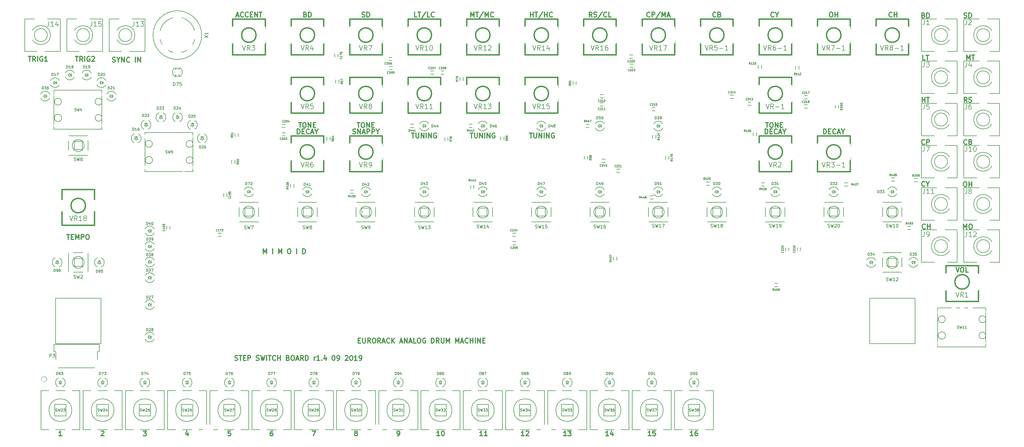
<source format=gto>
G04 #@! TF.FileFunction,Legend,Top*
%FSLAX46Y46*%
G04 Gerber Fmt 4.6, Leading zero omitted, Abs format (unit mm)*
G04 Created by KiCad (PCBNEW 4.0.2-stable) date 2019-10-29 5:42:38 PM*
%MOMM*%
G01*
G04 APERTURE LIST*
%ADD10C,0.100000*%
%ADD11C,0.300000*%
%ADD12C,0.150000*%
%ADD13C,0.200000*%
%ADD14C,0.381000*%
%ADD15C,0.152400*%
%ADD16C,3.225000*%
%ADD17C,6.050000*%
%ADD18C,2.050000*%
%ADD19O,2.000000X2.000000*%
%ADD20C,2.336000*%
%ADD21C,4.037800*%
%ADD22C,1.751800*%
%ADD23C,2.590000*%
%ADD24R,1.800000X1.400000*%
%ADD25O,1.800000X1.400000*%
%ADD26R,1.250000X1.250000*%
%ADD27C,1.250000*%
%ADD28R,2.050000X1.550000*%
%ADD29O,2.050000X1.550000*%
%ADD30R,1.650000X2.850000*%
%ADD31R,2.850000X1.650000*%
%ADD32R,0.950000X0.850000*%
%ADD33O,2.250000X1.450000*%
%ADD34O,2.300000X1.450000*%
%ADD35O,1.450000X2.250000*%
%ADD36O,1.450000X2.300000*%
%ADD37O,1.550000X2.050000*%
%ADD38C,1.550000*%
%ADD39O,2.850000X3.550000*%
%ADD40C,1.800000*%
%ADD41R,2.082000X1.777200*%
%ADD42O,2.082000X1.777200*%
%ADD43R,1.750000X1.750000*%
%ADD44O,1.750000X1.750000*%
%ADD45C,2.550000*%
%ADD46R,2.550000X3.550000*%
%ADD47O,4.650000X1.500000*%
%ADD48O,4.350000X1.150000*%
%ADD49O,1.150000X4.350000*%
%ADD50C,1.150000*%
%ADD51O,2.050000X1.800000*%
%ADD52R,2.050000X1.800000*%
%ADD53R,1.550000X2.050000*%
%ADD54C,1.850000*%
%ADD55O,4.050000X2.550000*%
%ADD56O,2.550000X2.050000*%
%ADD57O,1.550000X3.550000*%
%ADD58O,2.050000X3.050000*%
%ADD59C,3.150000*%
%ADD60R,0.650000X1.950000*%
%ADD61R,2.150000X2.850000*%
%ADD62O,0.850000X1.550000*%
G04 APERTURE END LIST*
D10*
D11*
X141435714Y-126328571D02*
X141435714Y-124828571D01*
X141935714Y-125900000D01*
X142435714Y-124828571D01*
X142435714Y-126328571D01*
X144292857Y-126328571D02*
X144292857Y-124828571D01*
X146150000Y-126328571D02*
X146150000Y-124828571D01*
X146650000Y-125900000D01*
X147150000Y-124828571D01*
X147150000Y-126328571D01*
X149292857Y-124828571D02*
X149578571Y-124828571D01*
X149721429Y-124900000D01*
X149864286Y-125042857D01*
X149935714Y-125328571D01*
X149935714Y-125828571D01*
X149864286Y-126114286D01*
X149721429Y-126257143D01*
X149578571Y-126328571D01*
X149292857Y-126328571D01*
X149150000Y-126257143D01*
X149007143Y-126114286D01*
X148935714Y-125828571D01*
X148935714Y-125328571D01*
X149007143Y-125042857D01*
X149150000Y-124900000D01*
X149292857Y-124828571D01*
X151721429Y-126328571D02*
X151721429Y-124828571D01*
X153578572Y-126328571D02*
X153578572Y-124828571D01*
X153935715Y-124828571D01*
X154150000Y-124900000D01*
X154292858Y-125042857D01*
X154364286Y-125185714D01*
X154435715Y-125471429D01*
X154435715Y-125685714D01*
X154364286Y-125971429D01*
X154292858Y-126114286D01*
X154150000Y-126257143D01*
X153935715Y-126328571D01*
X153578572Y-126328571D01*
X95078571Y-67257143D02*
X95292857Y-67328571D01*
X95650000Y-67328571D01*
X95792857Y-67257143D01*
X95864286Y-67185714D01*
X95935714Y-67042857D01*
X95935714Y-66900000D01*
X95864286Y-66757143D01*
X95792857Y-66685714D01*
X95650000Y-66614286D01*
X95364286Y-66542857D01*
X95221428Y-66471429D01*
X95150000Y-66400000D01*
X95078571Y-66257143D01*
X95078571Y-66114286D01*
X95150000Y-65971429D01*
X95221428Y-65900000D01*
X95364286Y-65828571D01*
X95721428Y-65828571D01*
X95935714Y-65900000D01*
X96864285Y-66614286D02*
X96864285Y-67328571D01*
X96364285Y-65828571D02*
X96864285Y-66614286D01*
X97364285Y-65828571D01*
X97864285Y-67328571D02*
X97864285Y-65828571D01*
X98721428Y-67328571D01*
X98721428Y-65828571D01*
X100292857Y-67185714D02*
X100221428Y-67257143D01*
X100007142Y-67328571D01*
X99864285Y-67328571D01*
X99650000Y-67257143D01*
X99507142Y-67114286D01*
X99435714Y-66971429D01*
X99364285Y-66685714D01*
X99364285Y-66471429D01*
X99435714Y-66185714D01*
X99507142Y-66042857D01*
X99650000Y-65900000D01*
X99864285Y-65828571D01*
X100007142Y-65828571D01*
X100221428Y-65900000D01*
X100292857Y-65971429D01*
X102078571Y-67328571D02*
X102078571Y-65828571D01*
X102792857Y-67328571D02*
X102792857Y-65828571D01*
X103650000Y-67328571D01*
X103650000Y-65828571D01*
X83650000Y-65578571D02*
X84507143Y-65578571D01*
X84078572Y-67078571D02*
X84078572Y-65578571D01*
X85864286Y-67078571D02*
X85364286Y-66364286D01*
X85007143Y-67078571D02*
X85007143Y-65578571D01*
X85578571Y-65578571D01*
X85721429Y-65650000D01*
X85792857Y-65721429D01*
X85864286Y-65864286D01*
X85864286Y-66078571D01*
X85792857Y-66221429D01*
X85721429Y-66292857D01*
X85578571Y-66364286D01*
X85007143Y-66364286D01*
X86507143Y-67078571D02*
X86507143Y-65578571D01*
X88007143Y-65650000D02*
X87864286Y-65578571D01*
X87650000Y-65578571D01*
X87435715Y-65650000D01*
X87292857Y-65792857D01*
X87221429Y-65935714D01*
X87150000Y-66221429D01*
X87150000Y-66435714D01*
X87221429Y-66721429D01*
X87292857Y-66864286D01*
X87435715Y-67007143D01*
X87650000Y-67078571D01*
X87792857Y-67078571D01*
X88007143Y-67007143D01*
X88078572Y-66935714D01*
X88078572Y-66435714D01*
X87792857Y-66435714D01*
X88650000Y-65721429D02*
X88721429Y-65650000D01*
X88864286Y-65578571D01*
X89221429Y-65578571D01*
X89364286Y-65650000D01*
X89435715Y-65721429D01*
X89507143Y-65864286D01*
X89507143Y-66007143D01*
X89435715Y-66221429D01*
X88578572Y-67078571D01*
X89507143Y-67078571D01*
X69150000Y-65578571D02*
X70007143Y-65578571D01*
X69578572Y-67078571D02*
X69578572Y-65578571D01*
X71364286Y-67078571D02*
X70864286Y-66364286D01*
X70507143Y-67078571D02*
X70507143Y-65578571D01*
X71078571Y-65578571D01*
X71221429Y-65650000D01*
X71292857Y-65721429D01*
X71364286Y-65864286D01*
X71364286Y-66078571D01*
X71292857Y-66221429D01*
X71221429Y-66292857D01*
X71078571Y-66364286D01*
X70507143Y-66364286D01*
X72007143Y-67078571D02*
X72007143Y-65578571D01*
X73507143Y-65650000D02*
X73364286Y-65578571D01*
X73150000Y-65578571D01*
X72935715Y-65650000D01*
X72792857Y-65792857D01*
X72721429Y-65935714D01*
X72650000Y-66221429D01*
X72650000Y-66435714D01*
X72721429Y-66721429D01*
X72792857Y-66864286D01*
X72935715Y-67007143D01*
X73150000Y-67078571D01*
X73292857Y-67078571D01*
X73507143Y-67007143D01*
X73578572Y-66935714D01*
X73578572Y-66435714D01*
X73292857Y-66435714D01*
X75007143Y-67078571D02*
X74150000Y-67078571D01*
X74578572Y-67078571D02*
X74578572Y-65578571D01*
X74435715Y-65792857D01*
X74292857Y-65935714D01*
X74150000Y-66007143D01*
X170685713Y-153042857D02*
X171185713Y-153042857D01*
X171399999Y-153828571D02*
X170685713Y-153828571D01*
X170685713Y-152328571D01*
X171399999Y-152328571D01*
X172042856Y-152328571D02*
X172042856Y-153542857D01*
X172114284Y-153685714D01*
X172185713Y-153757143D01*
X172328570Y-153828571D01*
X172614284Y-153828571D01*
X172757142Y-153757143D01*
X172828570Y-153685714D01*
X172899999Y-153542857D01*
X172899999Y-152328571D01*
X174471428Y-153828571D02*
X173971428Y-153114286D01*
X173614285Y-153828571D02*
X173614285Y-152328571D01*
X174185713Y-152328571D01*
X174328571Y-152400000D01*
X174399999Y-152471429D01*
X174471428Y-152614286D01*
X174471428Y-152828571D01*
X174399999Y-152971429D01*
X174328571Y-153042857D01*
X174185713Y-153114286D01*
X173614285Y-153114286D01*
X175399999Y-152328571D02*
X175685713Y-152328571D01*
X175828571Y-152400000D01*
X175971428Y-152542857D01*
X176042856Y-152828571D01*
X176042856Y-153328571D01*
X175971428Y-153614286D01*
X175828571Y-153757143D01*
X175685713Y-153828571D01*
X175399999Y-153828571D01*
X175257142Y-153757143D01*
X175114285Y-153614286D01*
X175042856Y-153328571D01*
X175042856Y-152828571D01*
X175114285Y-152542857D01*
X175257142Y-152400000D01*
X175399999Y-152328571D01*
X177542857Y-153828571D02*
X177042857Y-153114286D01*
X176685714Y-153828571D02*
X176685714Y-152328571D01*
X177257142Y-152328571D01*
X177400000Y-152400000D01*
X177471428Y-152471429D01*
X177542857Y-152614286D01*
X177542857Y-152828571D01*
X177471428Y-152971429D01*
X177400000Y-153042857D01*
X177257142Y-153114286D01*
X176685714Y-153114286D01*
X178114285Y-153400000D02*
X178828571Y-153400000D01*
X177971428Y-153828571D02*
X178471428Y-152328571D01*
X178971428Y-153828571D01*
X180328571Y-153685714D02*
X180257142Y-153757143D01*
X180042856Y-153828571D01*
X179899999Y-153828571D01*
X179685714Y-153757143D01*
X179542856Y-153614286D01*
X179471428Y-153471429D01*
X179399999Y-153185714D01*
X179399999Y-152971429D01*
X179471428Y-152685714D01*
X179542856Y-152542857D01*
X179685714Y-152400000D01*
X179899999Y-152328571D01*
X180042856Y-152328571D01*
X180257142Y-152400000D01*
X180328571Y-152471429D01*
X180971428Y-153828571D02*
X180971428Y-152328571D01*
X181828571Y-153828571D02*
X181185714Y-152971429D01*
X181828571Y-152328571D02*
X180971428Y-153185714D01*
X183542856Y-153400000D02*
X184257142Y-153400000D01*
X183399999Y-153828571D02*
X183899999Y-152328571D01*
X184399999Y-153828571D01*
X184899999Y-153828571D02*
X184899999Y-152328571D01*
X185757142Y-153828571D01*
X185757142Y-152328571D01*
X186399999Y-153400000D02*
X187114285Y-153400000D01*
X186257142Y-153828571D02*
X186757142Y-152328571D01*
X187257142Y-153828571D01*
X188471428Y-153828571D02*
X187757142Y-153828571D01*
X187757142Y-152328571D01*
X189257142Y-152328571D02*
X189542856Y-152328571D01*
X189685714Y-152400000D01*
X189828571Y-152542857D01*
X189899999Y-152828571D01*
X189899999Y-153328571D01*
X189828571Y-153614286D01*
X189685714Y-153757143D01*
X189542856Y-153828571D01*
X189257142Y-153828571D01*
X189114285Y-153757143D01*
X188971428Y-153614286D01*
X188899999Y-153328571D01*
X188899999Y-152828571D01*
X188971428Y-152542857D01*
X189114285Y-152400000D01*
X189257142Y-152328571D01*
X191328571Y-152400000D02*
X191185714Y-152328571D01*
X190971428Y-152328571D01*
X190757143Y-152400000D01*
X190614285Y-152542857D01*
X190542857Y-152685714D01*
X190471428Y-152971429D01*
X190471428Y-153185714D01*
X190542857Y-153471429D01*
X190614285Y-153614286D01*
X190757143Y-153757143D01*
X190971428Y-153828571D01*
X191114285Y-153828571D01*
X191328571Y-153757143D01*
X191400000Y-153685714D01*
X191400000Y-153185714D01*
X191114285Y-153185714D01*
X193185714Y-153828571D02*
X193185714Y-152328571D01*
X193542857Y-152328571D01*
X193757142Y-152400000D01*
X193900000Y-152542857D01*
X193971428Y-152685714D01*
X194042857Y-152971429D01*
X194042857Y-153185714D01*
X193971428Y-153471429D01*
X193900000Y-153614286D01*
X193757142Y-153757143D01*
X193542857Y-153828571D01*
X193185714Y-153828571D01*
X195542857Y-153828571D02*
X195042857Y-153114286D01*
X194685714Y-153828571D02*
X194685714Y-152328571D01*
X195257142Y-152328571D01*
X195400000Y-152400000D01*
X195471428Y-152471429D01*
X195542857Y-152614286D01*
X195542857Y-152828571D01*
X195471428Y-152971429D01*
X195400000Y-153042857D01*
X195257142Y-153114286D01*
X194685714Y-153114286D01*
X196185714Y-152328571D02*
X196185714Y-153542857D01*
X196257142Y-153685714D01*
X196328571Y-153757143D01*
X196471428Y-153828571D01*
X196757142Y-153828571D01*
X196900000Y-153757143D01*
X196971428Y-153685714D01*
X197042857Y-153542857D01*
X197042857Y-152328571D01*
X197757143Y-153828571D02*
X197757143Y-152328571D01*
X198257143Y-153400000D01*
X198757143Y-152328571D01*
X198757143Y-153828571D01*
X200614286Y-153828571D02*
X200614286Y-152328571D01*
X201114286Y-153400000D01*
X201614286Y-152328571D01*
X201614286Y-153828571D01*
X202257143Y-153400000D02*
X202971429Y-153400000D01*
X202114286Y-153828571D02*
X202614286Y-152328571D01*
X203114286Y-153828571D01*
X204471429Y-153685714D02*
X204400000Y-153757143D01*
X204185714Y-153828571D01*
X204042857Y-153828571D01*
X203828572Y-153757143D01*
X203685714Y-153614286D01*
X203614286Y-153471429D01*
X203542857Y-153185714D01*
X203542857Y-152971429D01*
X203614286Y-152685714D01*
X203685714Y-152542857D01*
X203828572Y-152400000D01*
X204042857Y-152328571D01*
X204185714Y-152328571D01*
X204400000Y-152400000D01*
X204471429Y-152471429D01*
X205114286Y-153828571D02*
X205114286Y-152328571D01*
X205114286Y-153042857D02*
X205971429Y-153042857D01*
X205971429Y-153828571D02*
X205971429Y-152328571D01*
X206685715Y-153828571D02*
X206685715Y-152328571D01*
X207400001Y-153828571D02*
X207400001Y-152328571D01*
X208257144Y-153828571D01*
X208257144Y-152328571D01*
X208971430Y-153042857D02*
X209471430Y-153042857D01*
X209685716Y-153828571D02*
X208971430Y-153828571D01*
X208971430Y-152328571D01*
X209685716Y-152328571D01*
X357071429Y-53607143D02*
X357285715Y-53678571D01*
X357642858Y-53678571D01*
X357785715Y-53607143D01*
X357857144Y-53535714D01*
X357928572Y-53392857D01*
X357928572Y-53250000D01*
X357857144Y-53107143D01*
X357785715Y-53035714D01*
X357642858Y-52964286D01*
X357357144Y-52892857D01*
X357214286Y-52821429D01*
X357142858Y-52750000D01*
X357071429Y-52607143D01*
X357071429Y-52464286D01*
X357142858Y-52321429D01*
X357214286Y-52250000D01*
X357357144Y-52178571D01*
X357714286Y-52178571D01*
X357928572Y-52250000D01*
X358571429Y-53678571D02*
X358571429Y-52178571D01*
X358928572Y-52178571D01*
X359142857Y-52250000D01*
X359285715Y-52392857D01*
X359357143Y-52535714D01*
X359428572Y-52821429D01*
X359428572Y-53035714D01*
X359357143Y-53321429D01*
X359285715Y-53464286D01*
X359142857Y-53607143D01*
X358928572Y-53678571D01*
X358571429Y-53678571D01*
X344607143Y-52892857D02*
X344821429Y-52964286D01*
X344892857Y-53035714D01*
X344964286Y-53178571D01*
X344964286Y-53392857D01*
X344892857Y-53535714D01*
X344821429Y-53607143D01*
X344678571Y-53678571D01*
X344107143Y-53678571D01*
X344107143Y-52178571D01*
X344607143Y-52178571D01*
X344750000Y-52250000D01*
X344821429Y-52321429D01*
X344892857Y-52464286D01*
X344892857Y-52607143D01*
X344821429Y-52750000D01*
X344750000Y-52821429D01*
X344607143Y-52892857D01*
X344107143Y-52892857D01*
X345607143Y-53678571D02*
X345607143Y-52178571D01*
X345964286Y-52178571D01*
X346178571Y-52250000D01*
X346321429Y-52392857D01*
X346392857Y-52535714D01*
X346464286Y-52821429D01*
X346464286Y-53035714D01*
X346392857Y-53321429D01*
X346321429Y-53464286D01*
X346178571Y-53607143D01*
X345964286Y-53678571D01*
X345607143Y-53678571D01*
X345142858Y-66678571D02*
X344428572Y-66678571D01*
X344428572Y-65178571D01*
X345428572Y-65178571D02*
X346285715Y-65178571D01*
X345857144Y-66678571D02*
X345857144Y-65178571D01*
X357928572Y-66628571D02*
X357928572Y-65128571D01*
X358428572Y-66200000D01*
X358928572Y-65128571D01*
X358928572Y-66628571D01*
X359428572Y-65128571D02*
X360285715Y-65128571D01*
X359857144Y-66628571D02*
X359857144Y-65128571D01*
X344250000Y-79678571D02*
X344250000Y-78178571D01*
X344250000Y-78892857D02*
X345107143Y-78892857D01*
X345107143Y-79678571D02*
X345107143Y-78178571D01*
X345607143Y-78178571D02*
X346464286Y-78178571D01*
X346035715Y-79678571D02*
X346035715Y-78178571D01*
X358000001Y-79678571D02*
X357500001Y-78964286D01*
X357142858Y-79678571D02*
X357142858Y-78178571D01*
X357714286Y-78178571D01*
X357857144Y-78250000D01*
X357928572Y-78321429D01*
X358000001Y-78464286D01*
X358000001Y-78678571D01*
X357928572Y-78821429D01*
X357857144Y-78892857D01*
X357714286Y-78964286D01*
X357142858Y-78964286D01*
X358571429Y-79607143D02*
X358785715Y-79678571D01*
X359142858Y-79678571D01*
X359285715Y-79607143D01*
X359357144Y-79535714D01*
X359428572Y-79392857D01*
X359428572Y-79250000D01*
X359357144Y-79107143D01*
X359285715Y-79035714D01*
X359142858Y-78964286D01*
X358857144Y-78892857D01*
X358714286Y-78821429D01*
X358642858Y-78750000D01*
X358571429Y-78607143D01*
X358571429Y-78464286D01*
X358642858Y-78321429D01*
X358714286Y-78250000D01*
X358857144Y-78178571D01*
X359214286Y-78178571D01*
X359428572Y-78250000D01*
X357964286Y-92535714D02*
X357892857Y-92607143D01*
X357678571Y-92678571D01*
X357535714Y-92678571D01*
X357321429Y-92607143D01*
X357178571Y-92464286D01*
X357107143Y-92321429D01*
X357035714Y-92035714D01*
X357035714Y-91821429D01*
X357107143Y-91535714D01*
X357178571Y-91392857D01*
X357321429Y-91250000D01*
X357535714Y-91178571D01*
X357678571Y-91178571D01*
X357892857Y-91250000D01*
X357964286Y-91321429D01*
X359107143Y-91892857D02*
X359321429Y-91964286D01*
X359392857Y-92035714D01*
X359464286Y-92178571D01*
X359464286Y-92392857D01*
X359392857Y-92535714D01*
X359321429Y-92607143D01*
X359178571Y-92678571D01*
X358607143Y-92678571D01*
X358607143Y-91178571D01*
X359107143Y-91178571D01*
X359250000Y-91250000D01*
X359321429Y-91321429D01*
X359392857Y-91464286D01*
X359392857Y-91607143D01*
X359321429Y-91750000D01*
X359250000Y-91821429D01*
X359107143Y-91892857D01*
X358607143Y-91892857D01*
X344964286Y-92535714D02*
X344892857Y-92607143D01*
X344678571Y-92678571D01*
X344535714Y-92678571D01*
X344321429Y-92607143D01*
X344178571Y-92464286D01*
X344107143Y-92321429D01*
X344035714Y-92035714D01*
X344035714Y-91821429D01*
X344107143Y-91535714D01*
X344178571Y-91392857D01*
X344321429Y-91250000D01*
X344535714Y-91178571D01*
X344678571Y-91178571D01*
X344892857Y-91250000D01*
X344964286Y-91321429D01*
X345607143Y-92678571D02*
X345607143Y-91178571D01*
X346178571Y-91178571D01*
X346321429Y-91250000D01*
X346392857Y-91321429D01*
X346464286Y-91464286D01*
X346464286Y-91678571D01*
X346392857Y-91821429D01*
X346321429Y-91892857D01*
X346178571Y-91964286D01*
X345607143Y-91964286D01*
X344971429Y-105435714D02*
X344900000Y-105507143D01*
X344685714Y-105578571D01*
X344542857Y-105578571D01*
X344328572Y-105507143D01*
X344185714Y-105364286D01*
X344114286Y-105221429D01*
X344042857Y-104935714D01*
X344042857Y-104721429D01*
X344114286Y-104435714D01*
X344185714Y-104292857D01*
X344328572Y-104150000D01*
X344542857Y-104078571D01*
X344685714Y-104078571D01*
X344900000Y-104150000D01*
X344971429Y-104221429D01*
X345900000Y-104864286D02*
X345900000Y-105578571D01*
X345400000Y-104078571D02*
X345900000Y-104864286D01*
X346400000Y-104078571D01*
X357321428Y-104178571D02*
X357607142Y-104178571D01*
X357750000Y-104250000D01*
X357892857Y-104392857D01*
X357964285Y-104678571D01*
X357964285Y-105178571D01*
X357892857Y-105464286D01*
X357750000Y-105607143D01*
X357607142Y-105678571D01*
X357321428Y-105678571D01*
X357178571Y-105607143D01*
X357035714Y-105464286D01*
X356964285Y-105178571D01*
X356964285Y-104678571D01*
X357035714Y-104392857D01*
X357178571Y-104250000D01*
X357321428Y-104178571D01*
X358607143Y-105678571D02*
X358607143Y-104178571D01*
X358607143Y-104892857D02*
X359464286Y-104892857D01*
X359464286Y-105678571D02*
X359464286Y-104178571D01*
X356964286Y-118678571D02*
X356964286Y-117178571D01*
X357464286Y-118250000D01*
X357964286Y-117178571D01*
X357964286Y-118678571D01*
X358964286Y-117178571D02*
X359250000Y-117178571D01*
X359392858Y-117250000D01*
X359535715Y-117392857D01*
X359607143Y-117678571D01*
X359607143Y-118178571D01*
X359535715Y-118464286D01*
X359392858Y-118607143D01*
X359250000Y-118678571D01*
X358964286Y-118678571D01*
X358821429Y-118607143D01*
X358678572Y-118464286D01*
X358607143Y-118178571D01*
X358607143Y-117678571D01*
X358678572Y-117392857D01*
X358821429Y-117250000D01*
X358964286Y-117178571D01*
X345178572Y-118535714D02*
X345107143Y-118607143D01*
X344892857Y-118678571D01*
X344750000Y-118678571D01*
X344535715Y-118607143D01*
X344392857Y-118464286D01*
X344321429Y-118321429D01*
X344250000Y-118035714D01*
X344250000Y-117821429D01*
X344321429Y-117535714D01*
X344392857Y-117392857D01*
X344535715Y-117250000D01*
X344750000Y-117178571D01*
X344892857Y-117178571D01*
X345107143Y-117250000D01*
X345178572Y-117321429D01*
X345821429Y-118678571D02*
X345821429Y-117178571D01*
X345821429Y-117892857D02*
X346678572Y-117892857D01*
X346678572Y-118678571D02*
X346678572Y-117178571D01*
X81000000Y-120428571D02*
X81857143Y-120428571D01*
X81428572Y-121928571D02*
X81428572Y-120428571D01*
X82357143Y-121142857D02*
X82857143Y-121142857D01*
X83071429Y-121928571D02*
X82357143Y-121928571D01*
X82357143Y-120428571D01*
X83071429Y-120428571D01*
X83714286Y-121928571D02*
X83714286Y-120428571D01*
X84214286Y-121500000D01*
X84714286Y-120428571D01*
X84714286Y-121928571D01*
X85428572Y-121928571D02*
X85428572Y-120428571D01*
X86000000Y-120428571D01*
X86142858Y-120500000D01*
X86214286Y-120571429D01*
X86285715Y-120714286D01*
X86285715Y-120928571D01*
X86214286Y-121071429D01*
X86142858Y-121142857D01*
X86000000Y-121214286D01*
X85428572Y-121214286D01*
X87214286Y-120428571D02*
X87500000Y-120428571D01*
X87642858Y-120500000D01*
X87785715Y-120642857D01*
X87857143Y-120928571D01*
X87857143Y-121428571D01*
X87785715Y-121714286D01*
X87642858Y-121857143D01*
X87500000Y-121928571D01*
X87214286Y-121928571D01*
X87071429Y-121857143D01*
X86928572Y-121714286D01*
X86857143Y-121428571D01*
X86857143Y-120928571D01*
X86928572Y-120642857D01*
X87071429Y-120500000D01*
X87214286Y-120428571D01*
X354607143Y-130528571D02*
X355107143Y-132028571D01*
X355607143Y-130528571D01*
X356392857Y-130528571D02*
X356678571Y-130528571D01*
X356821429Y-130600000D01*
X356964286Y-130742857D01*
X357035714Y-131028571D01*
X357035714Y-131528571D01*
X356964286Y-131814286D01*
X356821429Y-131957143D01*
X356678571Y-132028571D01*
X356392857Y-132028571D01*
X356250000Y-131957143D01*
X356107143Y-131814286D01*
X356035714Y-131528571D01*
X356035714Y-131028571D01*
X356107143Y-130742857D01*
X356250000Y-130600000D01*
X356392857Y-130528571D01*
X358392858Y-132028571D02*
X357678572Y-132028571D01*
X357678572Y-130528571D01*
X169000000Y-89357143D02*
X169214286Y-89428571D01*
X169571429Y-89428571D01*
X169714286Y-89357143D01*
X169785715Y-89285714D01*
X169857143Y-89142857D01*
X169857143Y-89000000D01*
X169785715Y-88857143D01*
X169714286Y-88785714D01*
X169571429Y-88714286D01*
X169285715Y-88642857D01*
X169142857Y-88571429D01*
X169071429Y-88500000D01*
X169000000Y-88357143D01*
X169000000Y-88214286D01*
X169071429Y-88071429D01*
X169142857Y-88000000D01*
X169285715Y-87928571D01*
X169642857Y-87928571D01*
X169857143Y-88000000D01*
X170500000Y-89428571D02*
X170500000Y-87928571D01*
X171357143Y-89428571D01*
X171357143Y-87928571D01*
X172000000Y-89000000D02*
X172714286Y-89000000D01*
X171857143Y-89428571D02*
X172357143Y-87928571D01*
X172857143Y-89428571D01*
X173357143Y-89428571D02*
X173357143Y-87928571D01*
X173928571Y-87928571D01*
X174071429Y-88000000D01*
X174142857Y-88071429D01*
X174214286Y-88214286D01*
X174214286Y-88428571D01*
X174142857Y-88571429D01*
X174071429Y-88642857D01*
X173928571Y-88714286D01*
X173357143Y-88714286D01*
X174857143Y-89428571D02*
X174857143Y-87928571D01*
X175428571Y-87928571D01*
X175571429Y-88000000D01*
X175642857Y-88071429D01*
X175714286Y-88214286D01*
X175714286Y-88428571D01*
X175642857Y-88571429D01*
X175571429Y-88642857D01*
X175428571Y-88714286D01*
X174857143Y-88714286D01*
X176642857Y-88714286D02*
X176642857Y-89428571D01*
X176142857Y-87928571D02*
X176642857Y-88714286D01*
X177142857Y-87928571D01*
X151892858Y-89428571D02*
X151892858Y-87928571D01*
X152250001Y-87928571D01*
X152464286Y-88000000D01*
X152607144Y-88142857D01*
X152678572Y-88285714D01*
X152750001Y-88571429D01*
X152750001Y-88785714D01*
X152678572Y-89071429D01*
X152607144Y-89214286D01*
X152464286Y-89357143D01*
X152250001Y-89428571D01*
X151892858Y-89428571D01*
X153392858Y-88642857D02*
X153892858Y-88642857D01*
X154107144Y-89428571D02*
X153392858Y-89428571D01*
X153392858Y-87928571D01*
X154107144Y-87928571D01*
X155607144Y-89285714D02*
X155535715Y-89357143D01*
X155321429Y-89428571D01*
X155178572Y-89428571D01*
X154964287Y-89357143D01*
X154821429Y-89214286D01*
X154750001Y-89071429D01*
X154678572Y-88785714D01*
X154678572Y-88571429D01*
X154750001Y-88285714D01*
X154821429Y-88142857D01*
X154964287Y-88000000D01*
X155178572Y-87928571D01*
X155321429Y-87928571D01*
X155535715Y-88000000D01*
X155607144Y-88071429D01*
X156178572Y-89000000D02*
X156892858Y-89000000D01*
X156035715Y-89428571D02*
X156535715Y-87928571D01*
X157035715Y-89428571D01*
X157821429Y-88714286D02*
X157821429Y-89428571D01*
X157321429Y-87928571D02*
X157821429Y-88714286D01*
X158321429Y-87928571D01*
X295892858Y-89428571D02*
X295892858Y-87928571D01*
X296250001Y-87928571D01*
X296464286Y-88000000D01*
X296607144Y-88142857D01*
X296678572Y-88285714D01*
X296750001Y-88571429D01*
X296750001Y-88785714D01*
X296678572Y-89071429D01*
X296607144Y-89214286D01*
X296464286Y-89357143D01*
X296250001Y-89428571D01*
X295892858Y-89428571D01*
X297392858Y-88642857D02*
X297892858Y-88642857D01*
X298107144Y-89428571D02*
X297392858Y-89428571D01*
X297392858Y-87928571D01*
X298107144Y-87928571D01*
X299607144Y-89285714D02*
X299535715Y-89357143D01*
X299321429Y-89428571D01*
X299178572Y-89428571D01*
X298964287Y-89357143D01*
X298821429Y-89214286D01*
X298750001Y-89071429D01*
X298678572Y-88785714D01*
X298678572Y-88571429D01*
X298750001Y-88285714D01*
X298821429Y-88142857D01*
X298964287Y-88000000D01*
X299178572Y-87928571D01*
X299321429Y-87928571D01*
X299535715Y-88000000D01*
X299607144Y-88071429D01*
X300178572Y-89000000D02*
X300892858Y-89000000D01*
X300035715Y-89428571D02*
X300535715Y-87928571D01*
X301035715Y-89428571D01*
X301821429Y-88714286D02*
X301821429Y-89428571D01*
X301321429Y-87928571D02*
X301821429Y-88714286D01*
X302321429Y-87928571D01*
X313892858Y-89428571D02*
X313892858Y-87928571D01*
X314250001Y-87928571D01*
X314464286Y-88000000D01*
X314607144Y-88142857D01*
X314678572Y-88285714D01*
X314750001Y-88571429D01*
X314750001Y-88785714D01*
X314678572Y-89071429D01*
X314607144Y-89214286D01*
X314464286Y-89357143D01*
X314250001Y-89428571D01*
X313892858Y-89428571D01*
X315392858Y-88642857D02*
X315892858Y-88642857D01*
X316107144Y-89428571D02*
X315392858Y-89428571D01*
X315392858Y-87928571D01*
X316107144Y-87928571D01*
X317607144Y-89285714D02*
X317535715Y-89357143D01*
X317321429Y-89428571D01*
X317178572Y-89428571D01*
X316964287Y-89357143D01*
X316821429Y-89214286D01*
X316750001Y-89071429D01*
X316678572Y-88785714D01*
X316678572Y-88571429D01*
X316750001Y-88285714D01*
X316821429Y-88142857D01*
X316964287Y-88000000D01*
X317178572Y-87928571D01*
X317321429Y-87928571D01*
X317535715Y-88000000D01*
X317607144Y-88071429D01*
X318178572Y-89000000D02*
X318892858Y-89000000D01*
X318035715Y-89428571D02*
X318535715Y-87928571D01*
X319035715Y-89428571D01*
X319821429Y-88714286D02*
X319821429Y-89428571D01*
X319321429Y-87928571D02*
X319821429Y-88714286D01*
X320321429Y-87928571D01*
X296071428Y-85928571D02*
X296928571Y-85928571D01*
X296500000Y-87428571D02*
X296500000Y-85928571D01*
X297714285Y-85928571D02*
X297999999Y-85928571D01*
X298142857Y-86000000D01*
X298285714Y-86142857D01*
X298357142Y-86428571D01*
X298357142Y-86928571D01*
X298285714Y-87214286D01*
X298142857Y-87357143D01*
X297999999Y-87428571D01*
X297714285Y-87428571D01*
X297571428Y-87357143D01*
X297428571Y-87214286D01*
X297357142Y-86928571D01*
X297357142Y-86428571D01*
X297428571Y-86142857D01*
X297571428Y-86000000D01*
X297714285Y-85928571D01*
X299000000Y-87428571D02*
X299000000Y-85928571D01*
X299857143Y-87428571D01*
X299857143Y-85928571D01*
X300571429Y-86642857D02*
X301071429Y-86642857D01*
X301285715Y-87428571D02*
X300571429Y-87428571D01*
X300571429Y-85928571D01*
X301285715Y-85928571D01*
X223357142Y-89178571D02*
X224214285Y-89178571D01*
X223785714Y-90678571D02*
X223785714Y-89178571D01*
X224714285Y-89178571D02*
X224714285Y-90392857D01*
X224785713Y-90535714D01*
X224857142Y-90607143D01*
X224999999Y-90678571D01*
X225285713Y-90678571D01*
X225428571Y-90607143D01*
X225499999Y-90535714D01*
X225571428Y-90392857D01*
X225571428Y-89178571D01*
X226285714Y-90678571D02*
X226285714Y-89178571D01*
X227142857Y-90678571D01*
X227142857Y-89178571D01*
X227857143Y-90678571D02*
X227857143Y-89178571D01*
X228571429Y-90678571D02*
X228571429Y-89178571D01*
X229428572Y-90678571D01*
X229428572Y-89178571D01*
X230928572Y-89250000D02*
X230785715Y-89178571D01*
X230571429Y-89178571D01*
X230357144Y-89250000D01*
X230214286Y-89392857D01*
X230142858Y-89535714D01*
X230071429Y-89821429D01*
X230071429Y-90035714D01*
X230142858Y-90321429D01*
X230214286Y-90464286D01*
X230357144Y-90607143D01*
X230571429Y-90678571D01*
X230714286Y-90678571D01*
X230928572Y-90607143D01*
X231000001Y-90535714D01*
X231000001Y-90035714D01*
X230714286Y-90035714D01*
X205107142Y-89178571D02*
X205964285Y-89178571D01*
X205535714Y-90678571D02*
X205535714Y-89178571D01*
X206464285Y-89178571D02*
X206464285Y-90392857D01*
X206535713Y-90535714D01*
X206607142Y-90607143D01*
X206749999Y-90678571D01*
X207035713Y-90678571D01*
X207178571Y-90607143D01*
X207249999Y-90535714D01*
X207321428Y-90392857D01*
X207321428Y-89178571D01*
X208035714Y-90678571D02*
X208035714Y-89178571D01*
X208892857Y-90678571D01*
X208892857Y-89178571D01*
X209607143Y-90678571D02*
X209607143Y-89178571D01*
X210321429Y-90678571D02*
X210321429Y-89178571D01*
X211178572Y-90678571D01*
X211178572Y-89178571D01*
X212678572Y-89250000D02*
X212535715Y-89178571D01*
X212321429Y-89178571D01*
X212107144Y-89250000D01*
X211964286Y-89392857D01*
X211892858Y-89535714D01*
X211821429Y-89821429D01*
X211821429Y-90035714D01*
X211892858Y-90321429D01*
X211964286Y-90464286D01*
X212107144Y-90607143D01*
X212321429Y-90678571D01*
X212464286Y-90678571D01*
X212678572Y-90607143D01*
X212750001Y-90535714D01*
X212750001Y-90035714D01*
X212464286Y-90035714D01*
X187107142Y-89178571D02*
X187964285Y-89178571D01*
X187535714Y-90678571D02*
X187535714Y-89178571D01*
X188464285Y-89178571D02*
X188464285Y-90392857D01*
X188535713Y-90535714D01*
X188607142Y-90607143D01*
X188749999Y-90678571D01*
X189035713Y-90678571D01*
X189178571Y-90607143D01*
X189249999Y-90535714D01*
X189321428Y-90392857D01*
X189321428Y-89178571D01*
X190035714Y-90678571D02*
X190035714Y-89178571D01*
X190892857Y-90678571D01*
X190892857Y-89178571D01*
X191607143Y-90678571D02*
X191607143Y-89178571D01*
X192321429Y-90678571D02*
X192321429Y-89178571D01*
X193178572Y-90678571D01*
X193178572Y-89178571D01*
X194678572Y-89250000D02*
X194535715Y-89178571D01*
X194321429Y-89178571D01*
X194107144Y-89250000D01*
X193964286Y-89392857D01*
X193892858Y-89535714D01*
X193821429Y-89821429D01*
X193821429Y-90035714D01*
X193892858Y-90321429D01*
X193964286Y-90464286D01*
X194107144Y-90607143D01*
X194321429Y-90678571D01*
X194464286Y-90678571D01*
X194678572Y-90607143D01*
X194750001Y-90535714D01*
X194750001Y-90035714D01*
X194464286Y-90035714D01*
X170321428Y-85928571D02*
X171178571Y-85928571D01*
X170750000Y-87428571D02*
X170750000Y-85928571D01*
X171964285Y-85928571D02*
X172249999Y-85928571D01*
X172392857Y-86000000D01*
X172535714Y-86142857D01*
X172607142Y-86428571D01*
X172607142Y-86928571D01*
X172535714Y-87214286D01*
X172392857Y-87357143D01*
X172249999Y-87428571D01*
X171964285Y-87428571D01*
X171821428Y-87357143D01*
X171678571Y-87214286D01*
X171607142Y-86928571D01*
X171607142Y-86428571D01*
X171678571Y-86142857D01*
X171821428Y-86000000D01*
X171964285Y-85928571D01*
X173250000Y-87428571D02*
X173250000Y-85928571D01*
X174107143Y-87428571D01*
X174107143Y-85928571D01*
X174821429Y-86642857D02*
X175321429Y-86642857D01*
X175535715Y-87428571D02*
X174821429Y-87428571D01*
X174821429Y-85928571D01*
X175535715Y-85928571D01*
X152321428Y-85928571D02*
X153178571Y-85928571D01*
X152750000Y-87428571D02*
X152750000Y-85928571D01*
X153964285Y-85928571D02*
X154249999Y-85928571D01*
X154392857Y-86000000D01*
X154535714Y-86142857D01*
X154607142Y-86428571D01*
X154607142Y-86928571D01*
X154535714Y-87214286D01*
X154392857Y-87357143D01*
X154249999Y-87428571D01*
X153964285Y-87428571D01*
X153821428Y-87357143D01*
X153678571Y-87214286D01*
X153607142Y-86928571D01*
X153607142Y-86428571D01*
X153678571Y-86142857D01*
X153821428Y-86000000D01*
X153964285Y-85928571D01*
X155250000Y-87428571D02*
X155250000Y-85928571D01*
X156107143Y-87428571D01*
X156107143Y-85928571D01*
X156821429Y-86642857D02*
X157321429Y-86642857D01*
X157535715Y-87428571D02*
X156821429Y-87428571D01*
X156821429Y-85928571D01*
X157535715Y-85928571D01*
X334928572Y-53285714D02*
X334857143Y-53357143D01*
X334642857Y-53428571D01*
X334500000Y-53428571D01*
X334285715Y-53357143D01*
X334142857Y-53214286D01*
X334071429Y-53071429D01*
X334000000Y-52785714D01*
X334000000Y-52571429D01*
X334071429Y-52285714D01*
X334142857Y-52142857D01*
X334285715Y-52000000D01*
X334500000Y-51928571D01*
X334642857Y-51928571D01*
X334857143Y-52000000D01*
X334928572Y-52071429D01*
X335571429Y-53428571D02*
X335571429Y-51928571D01*
X335571429Y-52642857D02*
X336428572Y-52642857D01*
X336428572Y-53428571D02*
X336428572Y-51928571D01*
X316071428Y-51928571D02*
X316357142Y-51928571D01*
X316500000Y-52000000D01*
X316642857Y-52142857D01*
X316714285Y-52428571D01*
X316714285Y-52928571D01*
X316642857Y-53214286D01*
X316500000Y-53357143D01*
X316357142Y-53428571D01*
X316071428Y-53428571D01*
X315928571Y-53357143D01*
X315785714Y-53214286D01*
X315714285Y-52928571D01*
X315714285Y-52428571D01*
X315785714Y-52142857D01*
X315928571Y-52000000D01*
X316071428Y-51928571D01*
X317357143Y-53428571D02*
X317357143Y-51928571D01*
X317357143Y-52642857D02*
X318214286Y-52642857D01*
X318214286Y-53428571D02*
X318214286Y-51928571D01*
X298571429Y-53285714D02*
X298500000Y-53357143D01*
X298285714Y-53428571D01*
X298142857Y-53428571D01*
X297928572Y-53357143D01*
X297785714Y-53214286D01*
X297714286Y-53071429D01*
X297642857Y-52785714D01*
X297642857Y-52571429D01*
X297714286Y-52285714D01*
X297785714Y-52142857D01*
X297928572Y-52000000D01*
X298142857Y-51928571D01*
X298285714Y-51928571D01*
X298500000Y-52000000D01*
X298571429Y-52071429D01*
X299500000Y-52714286D02*
X299500000Y-53428571D01*
X299000000Y-51928571D02*
X299500000Y-52714286D01*
X300000000Y-51928571D01*
X280714286Y-53285714D02*
X280642857Y-53357143D01*
X280428571Y-53428571D01*
X280285714Y-53428571D01*
X280071429Y-53357143D01*
X279928571Y-53214286D01*
X279857143Y-53071429D01*
X279785714Y-52785714D01*
X279785714Y-52571429D01*
X279857143Y-52285714D01*
X279928571Y-52142857D01*
X280071429Y-52000000D01*
X280285714Y-51928571D01*
X280428571Y-51928571D01*
X280642857Y-52000000D01*
X280714286Y-52071429D01*
X281857143Y-52642857D02*
X282071429Y-52714286D01*
X282142857Y-52785714D01*
X282214286Y-52928571D01*
X282214286Y-53142857D01*
X282142857Y-53285714D01*
X282071429Y-53357143D01*
X281928571Y-53428571D01*
X281357143Y-53428571D01*
X281357143Y-51928571D01*
X281857143Y-51928571D01*
X282000000Y-52000000D01*
X282071429Y-52071429D01*
X282142857Y-52214286D01*
X282142857Y-52357143D01*
X282071429Y-52500000D01*
X282000000Y-52571429D01*
X281857143Y-52642857D01*
X281357143Y-52642857D01*
X260428572Y-53285714D02*
X260357143Y-53357143D01*
X260142857Y-53428571D01*
X260000000Y-53428571D01*
X259785715Y-53357143D01*
X259642857Y-53214286D01*
X259571429Y-53071429D01*
X259500000Y-52785714D01*
X259500000Y-52571429D01*
X259571429Y-52285714D01*
X259642857Y-52142857D01*
X259785715Y-52000000D01*
X260000000Y-51928571D01*
X260142857Y-51928571D01*
X260357143Y-52000000D01*
X260428572Y-52071429D01*
X261071429Y-53428571D02*
X261071429Y-51928571D01*
X261642857Y-51928571D01*
X261785715Y-52000000D01*
X261857143Y-52071429D01*
X261928572Y-52214286D01*
X261928572Y-52428571D01*
X261857143Y-52571429D01*
X261785715Y-52642857D01*
X261642857Y-52714286D01*
X261071429Y-52714286D01*
X263642857Y-51857143D02*
X262357143Y-53785714D01*
X264142858Y-53428571D02*
X264142858Y-51928571D01*
X264642858Y-53000000D01*
X265142858Y-51928571D01*
X265142858Y-53428571D01*
X265785715Y-53000000D02*
X266500001Y-53000000D01*
X265642858Y-53428571D02*
X266142858Y-51928571D01*
X266642858Y-53428571D01*
X242607143Y-53428571D02*
X242107143Y-52714286D01*
X241750000Y-53428571D02*
X241750000Y-51928571D01*
X242321428Y-51928571D01*
X242464286Y-52000000D01*
X242535714Y-52071429D01*
X242607143Y-52214286D01*
X242607143Y-52428571D01*
X242535714Y-52571429D01*
X242464286Y-52642857D01*
X242321428Y-52714286D01*
X241750000Y-52714286D01*
X243178571Y-53357143D02*
X243392857Y-53428571D01*
X243750000Y-53428571D01*
X243892857Y-53357143D01*
X243964286Y-53285714D01*
X244035714Y-53142857D01*
X244035714Y-53000000D01*
X243964286Y-52857143D01*
X243892857Y-52785714D01*
X243750000Y-52714286D01*
X243464286Y-52642857D01*
X243321428Y-52571429D01*
X243250000Y-52500000D01*
X243178571Y-52357143D01*
X243178571Y-52214286D01*
X243250000Y-52071429D01*
X243321428Y-52000000D01*
X243464286Y-51928571D01*
X243821428Y-51928571D01*
X244035714Y-52000000D01*
X245749999Y-51857143D02*
X244464285Y-53785714D01*
X247107143Y-53285714D02*
X247035714Y-53357143D01*
X246821428Y-53428571D01*
X246678571Y-53428571D01*
X246464286Y-53357143D01*
X246321428Y-53214286D01*
X246250000Y-53071429D01*
X246178571Y-52785714D01*
X246178571Y-52571429D01*
X246250000Y-52285714D01*
X246321428Y-52142857D01*
X246464286Y-52000000D01*
X246678571Y-51928571D01*
X246821428Y-51928571D01*
X247035714Y-52000000D01*
X247107143Y-52071429D01*
X248464286Y-53428571D02*
X247750000Y-53428571D01*
X247750000Y-51928571D01*
X223678571Y-53428571D02*
X223678571Y-51928571D01*
X223678571Y-52642857D02*
X224535714Y-52642857D01*
X224535714Y-53428571D02*
X224535714Y-51928571D01*
X225035714Y-51928571D02*
X225892857Y-51928571D01*
X225464286Y-53428571D02*
X225464286Y-51928571D01*
X227464285Y-51857143D02*
X226178571Y-53785714D01*
X227964286Y-53428571D02*
X227964286Y-51928571D01*
X227964286Y-52642857D02*
X228821429Y-52642857D01*
X228821429Y-53428571D02*
X228821429Y-51928571D01*
X230392858Y-53285714D02*
X230321429Y-53357143D01*
X230107143Y-53428571D01*
X229964286Y-53428571D01*
X229750001Y-53357143D01*
X229607143Y-53214286D01*
X229535715Y-53071429D01*
X229464286Y-52785714D01*
X229464286Y-52571429D01*
X229535715Y-52285714D01*
X229607143Y-52142857D01*
X229750001Y-52000000D01*
X229964286Y-51928571D01*
X230107143Y-51928571D01*
X230321429Y-52000000D01*
X230392858Y-52071429D01*
X205285714Y-53428571D02*
X205285714Y-51928571D01*
X205785714Y-53000000D01*
X206285714Y-51928571D01*
X206285714Y-53428571D01*
X206785714Y-51928571D02*
X207642857Y-51928571D01*
X207214286Y-53428571D02*
X207214286Y-51928571D01*
X209214285Y-51857143D02*
X207928571Y-53785714D01*
X209714286Y-53428571D02*
X209714286Y-51928571D01*
X210214286Y-53000000D01*
X210714286Y-51928571D01*
X210714286Y-53428571D01*
X212285715Y-53285714D02*
X212214286Y-53357143D01*
X212000000Y-53428571D01*
X211857143Y-53428571D01*
X211642858Y-53357143D01*
X211500000Y-53214286D01*
X211428572Y-53071429D01*
X211357143Y-52785714D01*
X211357143Y-52571429D01*
X211428572Y-52285714D01*
X211500000Y-52142857D01*
X211642858Y-52000000D01*
X211857143Y-51928571D01*
X212000000Y-51928571D01*
X212214286Y-52000000D01*
X212285715Y-52071429D01*
X188750000Y-53428571D02*
X188035714Y-53428571D01*
X188035714Y-51928571D01*
X189035714Y-51928571D02*
X189892857Y-51928571D01*
X189464286Y-53428571D02*
X189464286Y-51928571D01*
X191464285Y-51857143D02*
X190178571Y-53785714D01*
X192678572Y-53428571D02*
X191964286Y-53428571D01*
X191964286Y-51928571D01*
X194035715Y-53285714D02*
X193964286Y-53357143D01*
X193750000Y-53428571D01*
X193607143Y-53428571D01*
X193392858Y-53357143D01*
X193250000Y-53214286D01*
X193178572Y-53071429D01*
X193107143Y-52785714D01*
X193107143Y-52571429D01*
X193178572Y-52285714D01*
X193250000Y-52142857D01*
X193392858Y-52000000D01*
X193607143Y-51928571D01*
X193750000Y-51928571D01*
X193964286Y-52000000D01*
X194035715Y-52071429D01*
X171821429Y-53357143D02*
X172035715Y-53428571D01*
X172392858Y-53428571D01*
X172535715Y-53357143D01*
X172607144Y-53285714D01*
X172678572Y-53142857D01*
X172678572Y-53000000D01*
X172607144Y-52857143D01*
X172535715Y-52785714D01*
X172392858Y-52714286D01*
X172107144Y-52642857D01*
X171964286Y-52571429D01*
X171892858Y-52500000D01*
X171821429Y-52357143D01*
X171821429Y-52214286D01*
X171892858Y-52071429D01*
X171964286Y-52000000D01*
X172107144Y-51928571D01*
X172464286Y-51928571D01*
X172678572Y-52000000D01*
X173321429Y-53428571D02*
X173321429Y-51928571D01*
X173678572Y-51928571D01*
X173892857Y-52000000D01*
X174035715Y-52142857D01*
X174107143Y-52285714D01*
X174178572Y-52571429D01*
X174178572Y-52785714D01*
X174107143Y-53071429D01*
X174035715Y-53214286D01*
X173892857Y-53357143D01*
X173678572Y-53428571D01*
X173321429Y-53428571D01*
X154357143Y-52642857D02*
X154571429Y-52714286D01*
X154642857Y-52785714D01*
X154714286Y-52928571D01*
X154714286Y-53142857D01*
X154642857Y-53285714D01*
X154571429Y-53357143D01*
X154428571Y-53428571D01*
X153857143Y-53428571D01*
X153857143Y-51928571D01*
X154357143Y-51928571D01*
X154500000Y-52000000D01*
X154571429Y-52071429D01*
X154642857Y-52214286D01*
X154642857Y-52357143D01*
X154571429Y-52500000D01*
X154500000Y-52571429D01*
X154357143Y-52642857D01*
X153857143Y-52642857D01*
X155357143Y-53428571D02*
X155357143Y-51928571D01*
X155714286Y-51928571D01*
X155928571Y-52000000D01*
X156071429Y-52142857D01*
X156142857Y-52285714D01*
X156214286Y-52571429D01*
X156214286Y-52785714D01*
X156142857Y-53071429D01*
X156071429Y-53214286D01*
X155928571Y-53357143D01*
X155714286Y-53428571D01*
X155357143Y-53428571D01*
X133107143Y-53000000D02*
X133821429Y-53000000D01*
X132964286Y-53428571D02*
X133464286Y-51928571D01*
X133964286Y-53428571D01*
X135321429Y-53285714D02*
X135250000Y-53357143D01*
X135035714Y-53428571D01*
X134892857Y-53428571D01*
X134678572Y-53357143D01*
X134535714Y-53214286D01*
X134464286Y-53071429D01*
X134392857Y-52785714D01*
X134392857Y-52571429D01*
X134464286Y-52285714D01*
X134535714Y-52142857D01*
X134678572Y-52000000D01*
X134892857Y-51928571D01*
X135035714Y-51928571D01*
X135250000Y-52000000D01*
X135321429Y-52071429D01*
X136821429Y-53285714D02*
X136750000Y-53357143D01*
X136535714Y-53428571D01*
X136392857Y-53428571D01*
X136178572Y-53357143D01*
X136035714Y-53214286D01*
X135964286Y-53071429D01*
X135892857Y-52785714D01*
X135892857Y-52571429D01*
X135964286Y-52285714D01*
X136035714Y-52142857D01*
X136178572Y-52000000D01*
X136392857Y-51928571D01*
X136535714Y-51928571D01*
X136750000Y-52000000D01*
X136821429Y-52071429D01*
X137464286Y-52642857D02*
X137964286Y-52642857D01*
X138178572Y-53428571D02*
X137464286Y-53428571D01*
X137464286Y-51928571D01*
X138178572Y-51928571D01*
X138821429Y-53428571D02*
X138821429Y-51928571D01*
X139678572Y-53428571D01*
X139678572Y-51928571D01*
X140178572Y-51928571D02*
X141035715Y-51928571D01*
X140607144Y-53428571D02*
X140607144Y-51928571D01*
X273714286Y-182428571D02*
X272857143Y-182428571D01*
X273285715Y-182428571D02*
X273285715Y-180928571D01*
X273142858Y-181142857D01*
X273000000Y-181285714D01*
X272857143Y-181357143D01*
X275000000Y-180928571D02*
X274714286Y-180928571D01*
X274571429Y-181000000D01*
X274500000Y-181071429D01*
X274357143Y-181285714D01*
X274285714Y-181571429D01*
X274285714Y-182142857D01*
X274357143Y-182285714D01*
X274428571Y-182357143D01*
X274571429Y-182428571D01*
X274857143Y-182428571D01*
X275000000Y-182357143D01*
X275071429Y-182285714D01*
X275142857Y-182142857D01*
X275142857Y-181785714D01*
X275071429Y-181642857D01*
X275000000Y-181571429D01*
X274857143Y-181500000D01*
X274571429Y-181500000D01*
X274428571Y-181571429D01*
X274357143Y-181642857D01*
X274285714Y-181785714D01*
X260714286Y-182428571D02*
X259857143Y-182428571D01*
X260285715Y-182428571D02*
X260285715Y-180928571D01*
X260142858Y-181142857D01*
X260000000Y-181285714D01*
X259857143Y-181357143D01*
X262071429Y-180928571D02*
X261357143Y-180928571D01*
X261285714Y-181642857D01*
X261357143Y-181571429D01*
X261500000Y-181500000D01*
X261857143Y-181500000D01*
X262000000Y-181571429D01*
X262071429Y-181642857D01*
X262142857Y-181785714D01*
X262142857Y-182142857D01*
X262071429Y-182285714D01*
X262000000Y-182357143D01*
X261857143Y-182428571D01*
X261500000Y-182428571D01*
X261357143Y-182357143D01*
X261285714Y-182285714D01*
X247714286Y-182428571D02*
X246857143Y-182428571D01*
X247285715Y-182428571D02*
X247285715Y-180928571D01*
X247142858Y-181142857D01*
X247000000Y-181285714D01*
X246857143Y-181357143D01*
X249000000Y-181428571D02*
X249000000Y-182428571D01*
X248642857Y-180857143D02*
X248285714Y-181928571D01*
X249214286Y-181928571D01*
X234714286Y-182428571D02*
X233857143Y-182428571D01*
X234285715Y-182428571D02*
X234285715Y-180928571D01*
X234142858Y-181142857D01*
X234000000Y-181285714D01*
X233857143Y-181357143D01*
X235214286Y-180928571D02*
X236142857Y-180928571D01*
X235642857Y-181500000D01*
X235857143Y-181500000D01*
X236000000Y-181571429D01*
X236071429Y-181642857D01*
X236142857Y-181785714D01*
X236142857Y-182142857D01*
X236071429Y-182285714D01*
X236000000Y-182357143D01*
X235857143Y-182428571D01*
X235428571Y-182428571D01*
X235285714Y-182357143D01*
X235214286Y-182285714D01*
X221714286Y-182428571D02*
X220857143Y-182428571D01*
X221285715Y-182428571D02*
X221285715Y-180928571D01*
X221142858Y-181142857D01*
X221000000Y-181285714D01*
X220857143Y-181357143D01*
X222285714Y-181071429D02*
X222357143Y-181000000D01*
X222500000Y-180928571D01*
X222857143Y-180928571D01*
X223000000Y-181000000D01*
X223071429Y-181071429D01*
X223142857Y-181214286D01*
X223142857Y-181357143D01*
X223071429Y-181571429D01*
X222214286Y-182428571D01*
X223142857Y-182428571D01*
X208964286Y-182428571D02*
X208107143Y-182428571D01*
X208535715Y-182428571D02*
X208535715Y-180928571D01*
X208392858Y-181142857D01*
X208250000Y-181285714D01*
X208107143Y-181357143D01*
X210392857Y-182428571D02*
X209535714Y-182428571D01*
X209964286Y-182428571D02*
X209964286Y-180928571D01*
X209821429Y-181142857D01*
X209678571Y-181285714D01*
X209535714Y-181357143D01*
X195714286Y-182428571D02*
X194857143Y-182428571D01*
X195285715Y-182428571D02*
X195285715Y-180928571D01*
X195142858Y-181142857D01*
X195000000Y-181285714D01*
X194857143Y-181357143D01*
X196642857Y-180928571D02*
X196785714Y-180928571D01*
X196928571Y-181000000D01*
X197000000Y-181071429D01*
X197071429Y-181214286D01*
X197142857Y-181500000D01*
X197142857Y-181857143D01*
X197071429Y-182142857D01*
X197000000Y-182285714D01*
X196928571Y-182357143D01*
X196785714Y-182428571D01*
X196642857Y-182428571D01*
X196500000Y-182357143D01*
X196428571Y-182285714D01*
X196357143Y-182142857D01*
X196285714Y-181857143D01*
X196285714Y-181500000D01*
X196357143Y-181214286D01*
X196428571Y-181071429D01*
X196500000Y-181000000D01*
X196642857Y-180928571D01*
X182714286Y-182428571D02*
X183000001Y-182428571D01*
X183142858Y-182357143D01*
X183214286Y-182285714D01*
X183357144Y-182071429D01*
X183428572Y-181785714D01*
X183428572Y-181214286D01*
X183357144Y-181071429D01*
X183285715Y-181000000D01*
X183142858Y-180928571D01*
X182857144Y-180928571D01*
X182714286Y-181000000D01*
X182642858Y-181071429D01*
X182571429Y-181214286D01*
X182571429Y-181571429D01*
X182642858Y-181714286D01*
X182714286Y-181785714D01*
X182857144Y-181857143D01*
X183142858Y-181857143D01*
X183285715Y-181785714D01*
X183357144Y-181714286D01*
X183428572Y-181571429D01*
X169857144Y-181571429D02*
X169714286Y-181500000D01*
X169642858Y-181428571D01*
X169571429Y-181285714D01*
X169571429Y-181214286D01*
X169642858Y-181071429D01*
X169714286Y-181000000D01*
X169857144Y-180928571D01*
X170142858Y-180928571D01*
X170285715Y-181000000D01*
X170357144Y-181071429D01*
X170428572Y-181214286D01*
X170428572Y-181285714D01*
X170357144Y-181428571D01*
X170285715Y-181500000D01*
X170142858Y-181571429D01*
X169857144Y-181571429D01*
X169714286Y-181642857D01*
X169642858Y-181714286D01*
X169571429Y-181857143D01*
X169571429Y-182142857D01*
X169642858Y-182285714D01*
X169714286Y-182357143D01*
X169857144Y-182428571D01*
X170142858Y-182428571D01*
X170285715Y-182357143D01*
X170357144Y-182285714D01*
X170428572Y-182142857D01*
X170428572Y-181857143D01*
X170357144Y-181714286D01*
X170285715Y-181642857D01*
X170142858Y-181571429D01*
X156500001Y-180928571D02*
X157500001Y-180928571D01*
X156857144Y-182428571D01*
X144285715Y-180928571D02*
X144000001Y-180928571D01*
X143857144Y-181000000D01*
X143785715Y-181071429D01*
X143642858Y-181285714D01*
X143571429Y-181571429D01*
X143571429Y-182142857D01*
X143642858Y-182285714D01*
X143714286Y-182357143D01*
X143857144Y-182428571D01*
X144142858Y-182428571D01*
X144285715Y-182357143D01*
X144357144Y-182285714D01*
X144428572Y-182142857D01*
X144428572Y-181785714D01*
X144357144Y-181642857D01*
X144285715Y-181571429D01*
X144142858Y-181500000D01*
X143857144Y-181500000D01*
X143714286Y-181571429D01*
X143642858Y-181642857D01*
X143571429Y-181785714D01*
X131357144Y-180928571D02*
X130642858Y-180928571D01*
X130571429Y-181642857D01*
X130642858Y-181571429D01*
X130785715Y-181500000D01*
X131142858Y-181500000D01*
X131285715Y-181571429D01*
X131357144Y-181642857D01*
X131428572Y-181785714D01*
X131428572Y-182142857D01*
X131357144Y-182285714D01*
X131285715Y-182357143D01*
X131142858Y-182428571D01*
X130785715Y-182428571D01*
X130642858Y-182357143D01*
X130571429Y-182285714D01*
X118285715Y-181428571D02*
X118285715Y-182428571D01*
X117928572Y-180857143D02*
X117571429Y-181928571D01*
X118500001Y-181928571D01*
X104500001Y-180928571D02*
X105428572Y-180928571D01*
X104928572Y-181500000D01*
X105142858Y-181500000D01*
X105285715Y-181571429D01*
X105357144Y-181642857D01*
X105428572Y-181785714D01*
X105428572Y-182142857D01*
X105357144Y-182285714D01*
X105285715Y-182357143D01*
X105142858Y-182428571D01*
X104714286Y-182428571D01*
X104571429Y-182357143D01*
X104500001Y-182285714D01*
X91571429Y-181071429D02*
X91642858Y-181000000D01*
X91785715Y-180928571D01*
X92142858Y-180928571D01*
X92285715Y-181000000D01*
X92357144Y-181071429D01*
X92428572Y-181214286D01*
X92428572Y-181357143D01*
X92357144Y-181571429D01*
X91500001Y-182428571D01*
X92428572Y-182428571D01*
X79428572Y-182428571D02*
X78571429Y-182428571D01*
X79000001Y-182428571D02*
X79000001Y-180928571D01*
X78857144Y-181142857D01*
X78714286Y-181285714D01*
X78571429Y-181357143D01*
X132714288Y-159107143D02*
X132928574Y-159178571D01*
X133285717Y-159178571D01*
X133428574Y-159107143D01*
X133500003Y-159035714D01*
X133571431Y-158892857D01*
X133571431Y-158750000D01*
X133500003Y-158607143D01*
X133428574Y-158535714D01*
X133285717Y-158464286D01*
X133000003Y-158392857D01*
X132857145Y-158321429D01*
X132785717Y-158250000D01*
X132714288Y-158107143D01*
X132714288Y-157964286D01*
X132785717Y-157821429D01*
X132857145Y-157750000D01*
X133000003Y-157678571D01*
X133357145Y-157678571D01*
X133571431Y-157750000D01*
X134000002Y-157678571D02*
X134857145Y-157678571D01*
X134428574Y-159178571D02*
X134428574Y-157678571D01*
X135357145Y-158392857D02*
X135857145Y-158392857D01*
X136071431Y-159178571D02*
X135357145Y-159178571D01*
X135357145Y-157678571D01*
X136071431Y-157678571D01*
X136714288Y-159178571D02*
X136714288Y-157678571D01*
X137285716Y-157678571D01*
X137428574Y-157750000D01*
X137500002Y-157821429D01*
X137571431Y-157964286D01*
X137571431Y-158178571D01*
X137500002Y-158321429D01*
X137428574Y-158392857D01*
X137285716Y-158464286D01*
X136714288Y-158464286D01*
X139285716Y-159107143D02*
X139500002Y-159178571D01*
X139857145Y-159178571D01*
X140000002Y-159107143D01*
X140071431Y-159035714D01*
X140142859Y-158892857D01*
X140142859Y-158750000D01*
X140071431Y-158607143D01*
X140000002Y-158535714D01*
X139857145Y-158464286D01*
X139571431Y-158392857D01*
X139428573Y-158321429D01*
X139357145Y-158250000D01*
X139285716Y-158107143D01*
X139285716Y-157964286D01*
X139357145Y-157821429D01*
X139428573Y-157750000D01*
X139571431Y-157678571D01*
X139928573Y-157678571D01*
X140142859Y-157750000D01*
X140642859Y-157678571D02*
X141000002Y-159178571D01*
X141285716Y-158107143D01*
X141571430Y-159178571D01*
X141928573Y-157678571D01*
X142500002Y-159178571D02*
X142500002Y-157678571D01*
X143000002Y-157678571D02*
X143857145Y-157678571D01*
X143428574Y-159178571D02*
X143428574Y-157678571D01*
X145214288Y-159035714D02*
X145142859Y-159107143D01*
X144928573Y-159178571D01*
X144785716Y-159178571D01*
X144571431Y-159107143D01*
X144428573Y-158964286D01*
X144357145Y-158821429D01*
X144285716Y-158535714D01*
X144285716Y-158321429D01*
X144357145Y-158035714D01*
X144428573Y-157892857D01*
X144571431Y-157750000D01*
X144785716Y-157678571D01*
X144928573Y-157678571D01*
X145142859Y-157750000D01*
X145214288Y-157821429D01*
X145857145Y-159178571D02*
X145857145Y-157678571D01*
X145857145Y-158392857D02*
X146714288Y-158392857D01*
X146714288Y-159178571D02*
X146714288Y-157678571D01*
X149071431Y-158392857D02*
X149285717Y-158464286D01*
X149357145Y-158535714D01*
X149428574Y-158678571D01*
X149428574Y-158892857D01*
X149357145Y-159035714D01*
X149285717Y-159107143D01*
X149142859Y-159178571D01*
X148571431Y-159178571D01*
X148571431Y-157678571D01*
X149071431Y-157678571D01*
X149214288Y-157750000D01*
X149285717Y-157821429D01*
X149357145Y-157964286D01*
X149357145Y-158107143D01*
X149285717Y-158250000D01*
X149214288Y-158321429D01*
X149071431Y-158392857D01*
X148571431Y-158392857D01*
X150357145Y-157678571D02*
X150642859Y-157678571D01*
X150785717Y-157750000D01*
X150928574Y-157892857D01*
X151000002Y-158178571D01*
X151000002Y-158678571D01*
X150928574Y-158964286D01*
X150785717Y-159107143D01*
X150642859Y-159178571D01*
X150357145Y-159178571D01*
X150214288Y-159107143D01*
X150071431Y-158964286D01*
X150000002Y-158678571D01*
X150000002Y-158178571D01*
X150071431Y-157892857D01*
X150214288Y-157750000D01*
X150357145Y-157678571D01*
X151571431Y-158750000D02*
X152285717Y-158750000D01*
X151428574Y-159178571D02*
X151928574Y-157678571D01*
X152428574Y-159178571D01*
X153785717Y-159178571D02*
X153285717Y-158464286D01*
X152928574Y-159178571D02*
X152928574Y-157678571D01*
X153500002Y-157678571D01*
X153642860Y-157750000D01*
X153714288Y-157821429D01*
X153785717Y-157964286D01*
X153785717Y-158178571D01*
X153714288Y-158321429D01*
X153642860Y-158392857D01*
X153500002Y-158464286D01*
X152928574Y-158464286D01*
X154428574Y-159178571D02*
X154428574Y-157678571D01*
X154785717Y-157678571D01*
X155000002Y-157750000D01*
X155142860Y-157892857D01*
X155214288Y-158035714D01*
X155285717Y-158321429D01*
X155285717Y-158535714D01*
X155214288Y-158821429D01*
X155142860Y-158964286D01*
X155000002Y-159107143D01*
X154785717Y-159178571D01*
X154428574Y-159178571D01*
X157071431Y-159178571D02*
X157071431Y-158178571D01*
X157071431Y-158464286D02*
X157142859Y-158321429D01*
X157214288Y-158250000D01*
X157357145Y-158178571D01*
X157500002Y-158178571D01*
X158785716Y-159178571D02*
X157928573Y-159178571D01*
X158357145Y-159178571D02*
X158357145Y-157678571D01*
X158214288Y-157892857D01*
X158071430Y-158035714D01*
X157928573Y-158107143D01*
X159428573Y-159035714D02*
X159500001Y-159107143D01*
X159428573Y-159178571D01*
X159357144Y-159107143D01*
X159428573Y-159035714D01*
X159428573Y-159178571D01*
X160785716Y-158178571D02*
X160785716Y-159178571D01*
X160428573Y-157607143D02*
X160071430Y-158678571D01*
X161000002Y-158678571D01*
X163000001Y-157678571D02*
X163142858Y-157678571D01*
X163285715Y-157750000D01*
X163357144Y-157821429D01*
X163428573Y-157964286D01*
X163500001Y-158250000D01*
X163500001Y-158607143D01*
X163428573Y-158892857D01*
X163357144Y-159035714D01*
X163285715Y-159107143D01*
X163142858Y-159178571D01*
X163000001Y-159178571D01*
X162857144Y-159107143D01*
X162785715Y-159035714D01*
X162714287Y-158892857D01*
X162642858Y-158607143D01*
X162642858Y-158250000D01*
X162714287Y-157964286D01*
X162785715Y-157821429D01*
X162857144Y-157750000D01*
X163000001Y-157678571D01*
X164214286Y-159178571D02*
X164500001Y-159178571D01*
X164642858Y-159107143D01*
X164714286Y-159035714D01*
X164857144Y-158821429D01*
X164928572Y-158535714D01*
X164928572Y-157964286D01*
X164857144Y-157821429D01*
X164785715Y-157750000D01*
X164642858Y-157678571D01*
X164357144Y-157678571D01*
X164214286Y-157750000D01*
X164142858Y-157821429D01*
X164071429Y-157964286D01*
X164071429Y-158321429D01*
X164142858Y-158464286D01*
X164214286Y-158535714D01*
X164357144Y-158607143D01*
X164642858Y-158607143D01*
X164785715Y-158535714D01*
X164857144Y-158464286D01*
X164928572Y-158321429D01*
X166642857Y-157821429D02*
X166714286Y-157750000D01*
X166857143Y-157678571D01*
X167214286Y-157678571D01*
X167357143Y-157750000D01*
X167428572Y-157821429D01*
X167500000Y-157964286D01*
X167500000Y-158107143D01*
X167428572Y-158321429D01*
X166571429Y-159178571D01*
X167500000Y-159178571D01*
X168428571Y-157678571D02*
X168571428Y-157678571D01*
X168714285Y-157750000D01*
X168785714Y-157821429D01*
X168857143Y-157964286D01*
X168928571Y-158250000D01*
X168928571Y-158607143D01*
X168857143Y-158892857D01*
X168785714Y-159035714D01*
X168714285Y-159107143D01*
X168571428Y-159178571D01*
X168428571Y-159178571D01*
X168285714Y-159107143D01*
X168214285Y-159035714D01*
X168142857Y-158892857D01*
X168071428Y-158607143D01*
X168071428Y-158250000D01*
X168142857Y-157964286D01*
X168214285Y-157821429D01*
X168285714Y-157750000D01*
X168428571Y-157678571D01*
X170357142Y-159178571D02*
X169499999Y-159178571D01*
X169928571Y-159178571D02*
X169928571Y-157678571D01*
X169785714Y-157892857D01*
X169642856Y-158035714D01*
X169499999Y-158107143D01*
X171071427Y-159178571D02*
X171357142Y-159178571D01*
X171499999Y-159107143D01*
X171571427Y-159035714D01*
X171714285Y-158821429D01*
X171785713Y-158535714D01*
X171785713Y-157964286D01*
X171714285Y-157821429D01*
X171642856Y-157750000D01*
X171499999Y-157678571D01*
X171214285Y-157678571D01*
X171071427Y-157750000D01*
X170999999Y-157821429D01*
X170928570Y-157964286D01*
X170928570Y-158321429D01*
X170999999Y-158464286D01*
X171071427Y-158535714D01*
X171214285Y-158607143D01*
X171499999Y-158607143D01*
X171642856Y-158535714D01*
X171714285Y-158464286D01*
X171785713Y-158321429D01*
D12*
X341985000Y-140015000D02*
X341985000Y-153985000D01*
X341985000Y-153985000D02*
X328015000Y-153985000D01*
X328015000Y-153985000D02*
X328015000Y-140015000D01*
X328015000Y-140015000D02*
X341985000Y-140015000D01*
X115000000Y-69150000D02*
X115000000Y-68400000D01*
X115000000Y-71650000D02*
X115000000Y-72400000D01*
X115000000Y-70400000D02*
X114250000Y-71650000D01*
X114250000Y-71650000D02*
X115750000Y-71650000D01*
X115750000Y-71650000D02*
X115000000Y-70400000D01*
X115000000Y-70400000D02*
X114250000Y-69150000D01*
X114250000Y-69150000D02*
X115750000Y-69150000D01*
X115750000Y-69150000D02*
X115000000Y-70400000D01*
X114000000Y-70400000D02*
X116000000Y-70400000D01*
X116520691Y-70400000D02*
G75*
G03X116520691Y-70400000I-1520691J0D01*
G01*
X115070000Y-83000000D02*
X115070000Y-82800000D01*
X115070000Y-85500000D02*
X115070000Y-85800000D01*
X115070000Y-83900000D02*
X115070000Y-83000000D01*
X115070000Y-85500000D02*
X115070000Y-84600000D01*
X114570000Y-83900000D02*
X115570000Y-83900000D01*
X114570000Y-84600000D02*
X115570000Y-84600000D01*
X115570000Y-84600000D02*
X115070000Y-83900000D01*
X115070000Y-83900000D02*
X114570000Y-84600000D01*
X116570000Y-84300000D02*
G75*
G03X116570000Y-84300000I-1500000J0D01*
G01*
X91485000Y-140015000D02*
X91485000Y-153985000D01*
X91485000Y-153985000D02*
X77515000Y-153985000D01*
X77515000Y-153985000D02*
X77515000Y-140015000D01*
X77515000Y-140015000D02*
X91485000Y-140015000D01*
X102340000Y-89490000D02*
X102340000Y-89290000D01*
X102340000Y-91990000D02*
X102340000Y-92290000D01*
X102340000Y-90390000D02*
X102340000Y-89490000D01*
X102340000Y-91990000D02*
X102340000Y-91090000D01*
X101840000Y-90390000D02*
X102840000Y-90390000D01*
X101840000Y-91090000D02*
X102840000Y-91090000D01*
X102840000Y-91090000D02*
X102340000Y-90390000D01*
X102340000Y-90390000D02*
X101840000Y-91090000D01*
X103840000Y-90790000D02*
G75*
G03X103840000Y-90790000I-1500000J0D01*
G01*
X78650000Y-73635000D02*
X78850000Y-73635000D01*
X76150000Y-73635000D02*
X75850000Y-73635000D01*
X77750000Y-73635000D02*
X78650000Y-73635000D01*
X76150000Y-73635000D02*
X77050000Y-73635000D01*
X77750000Y-73135000D02*
X77750000Y-74135000D01*
X77050000Y-73135000D02*
X77050000Y-74135000D01*
X77050000Y-74135000D02*
X77750000Y-73635000D01*
X77750000Y-73635000D02*
X77050000Y-73135000D01*
X78850000Y-73635000D02*
G75*
G03X78850000Y-73635000I-1500000J0D01*
G01*
X83225000Y-71305000D02*
X83425000Y-71305000D01*
X80725000Y-71305000D02*
X80425000Y-71305000D01*
X82325000Y-71305000D02*
X83225000Y-71305000D01*
X80725000Y-71305000D02*
X81625000Y-71305000D01*
X82325000Y-70805000D02*
X82325000Y-71805000D01*
X81625000Y-70805000D02*
X81625000Y-71805000D01*
X81625000Y-71805000D02*
X82325000Y-71305000D01*
X82325000Y-71305000D02*
X81625000Y-70805000D01*
X83425000Y-71305000D02*
G75*
G03X83425000Y-71305000I-1500000J0D01*
G01*
X88370000Y-71305000D02*
X88570000Y-71305000D01*
X85870000Y-71305000D02*
X85570000Y-71305000D01*
X87470000Y-71305000D02*
X88370000Y-71305000D01*
X85870000Y-71305000D02*
X86770000Y-71305000D01*
X87470000Y-70805000D02*
X87470000Y-71805000D01*
X86770000Y-70805000D02*
X86770000Y-71805000D01*
X86770000Y-71805000D02*
X87470000Y-71305000D01*
X87470000Y-71305000D02*
X86770000Y-70805000D01*
X88570000Y-71305000D02*
G75*
G03X88570000Y-71305000I-1500000J0D01*
G01*
X92945000Y-73635000D02*
X93145000Y-73635000D01*
X90445000Y-73635000D02*
X90145000Y-73635000D01*
X92045000Y-73635000D02*
X92945000Y-73635000D01*
X90445000Y-73635000D02*
X91345000Y-73635000D01*
X92045000Y-73135000D02*
X92045000Y-74135000D01*
X91345000Y-73135000D02*
X91345000Y-74135000D01*
X91345000Y-74135000D02*
X92045000Y-73635000D01*
X92045000Y-73635000D02*
X91345000Y-73135000D01*
X93145000Y-73635000D02*
G75*
G03X93145000Y-73635000I-1500000J0D01*
G01*
X95965000Y-77790000D02*
X96165000Y-77790000D01*
X93465000Y-77790000D02*
X93165000Y-77790000D01*
X95065000Y-77790000D02*
X95965000Y-77790000D01*
X93465000Y-77790000D02*
X94365000Y-77790000D01*
X95065000Y-77290000D02*
X95065000Y-78290000D01*
X94365000Y-77290000D02*
X94365000Y-78290000D01*
X94365000Y-78290000D02*
X95065000Y-77790000D01*
X95065000Y-77790000D02*
X94365000Y-77290000D01*
X96165000Y-77790000D02*
G75*
G03X96165000Y-77790000I-1500000J0D01*
G01*
X105360000Y-85335000D02*
X105360000Y-85135000D01*
X105360000Y-87835000D02*
X105360000Y-88135000D01*
X105360000Y-86235000D02*
X105360000Y-85335000D01*
X105360000Y-87835000D02*
X105360000Y-86935000D01*
X104860000Y-86235000D02*
X105860000Y-86235000D01*
X104860000Y-86935000D02*
X105860000Y-86935000D01*
X105860000Y-86935000D02*
X105360000Y-86235000D01*
X105360000Y-86235000D02*
X104860000Y-86935000D01*
X106860000Y-86635000D02*
G75*
G03X106860000Y-86635000I-1500000J0D01*
G01*
X109935000Y-83000000D02*
X109935000Y-82800000D01*
X109935000Y-85500000D02*
X109935000Y-85800000D01*
X109935000Y-83900000D02*
X109935000Y-83000000D01*
X109935000Y-85500000D02*
X109935000Y-84600000D01*
X109435000Y-83900000D02*
X110435000Y-83900000D01*
X109435000Y-84600000D02*
X110435000Y-84600000D01*
X110435000Y-84600000D02*
X109935000Y-83900000D01*
X109935000Y-83900000D02*
X109435000Y-84600000D01*
X111435000Y-84300000D02*
G75*
G03X111435000Y-84300000I-1500000J0D01*
G01*
X119645000Y-85335000D02*
X119645000Y-85135000D01*
X119645000Y-87835000D02*
X119645000Y-88135000D01*
X119645000Y-86235000D02*
X119645000Y-85335000D01*
X119645000Y-87835000D02*
X119645000Y-86935000D01*
X119145000Y-86235000D02*
X120145000Y-86235000D01*
X119145000Y-86935000D02*
X120145000Y-86935000D01*
X120145000Y-86935000D02*
X119645000Y-86235000D01*
X119645000Y-86235000D02*
X119145000Y-86935000D01*
X121145000Y-86635000D02*
G75*
G03X121145000Y-86635000I-1500000J0D01*
G01*
X122665000Y-89490000D02*
X122665000Y-89290000D01*
X122665000Y-91990000D02*
X122665000Y-92290000D01*
X122665000Y-90390000D02*
X122665000Y-89490000D01*
X122665000Y-91990000D02*
X122665000Y-91090000D01*
X122165000Y-90390000D02*
X123165000Y-90390000D01*
X122165000Y-91090000D02*
X123165000Y-91090000D01*
X123165000Y-91090000D02*
X122665000Y-90390000D01*
X122665000Y-90390000D02*
X122165000Y-91090000D01*
X124165000Y-90790000D02*
G75*
G03X124165000Y-90790000I-1500000J0D01*
G01*
X107800000Y-142000000D02*
X108000000Y-142000000D01*
X105300000Y-142000000D02*
X105000000Y-142000000D01*
X106900000Y-142000000D02*
X107800000Y-142000000D01*
X105300000Y-142000000D02*
X106200000Y-142000000D01*
X106900000Y-141500000D02*
X106900000Y-142500000D01*
X106200000Y-141500000D02*
X106200000Y-142500000D01*
X106200000Y-142500000D02*
X106900000Y-142000000D01*
X106900000Y-142000000D02*
X106200000Y-141500000D01*
X108000000Y-142000000D02*
G75*
G03X108000000Y-142000000I-1500000J0D01*
G01*
X107800000Y-152000000D02*
X108000000Y-152000000D01*
X105300000Y-152000000D02*
X105000000Y-152000000D01*
X106900000Y-152000000D02*
X107800000Y-152000000D01*
X105300000Y-152000000D02*
X106200000Y-152000000D01*
X106900000Y-151500000D02*
X106900000Y-152500000D01*
X106200000Y-151500000D02*
X106200000Y-152500000D01*
X106200000Y-152500000D02*
X106900000Y-152000000D01*
X106900000Y-152000000D02*
X106200000Y-151500000D01*
X108000000Y-152000000D02*
G75*
G03X108000000Y-152000000I-1500000J0D01*
G01*
X264300000Y-87000000D02*
X264500000Y-87000000D01*
X261800000Y-87000000D02*
X261500000Y-87000000D01*
X263400000Y-87000000D02*
X264300000Y-87000000D01*
X261800000Y-87000000D02*
X262700000Y-87000000D01*
X263400000Y-86500000D02*
X263400000Y-87500000D01*
X262700000Y-86500000D02*
X262700000Y-87500000D01*
X262700000Y-87500000D02*
X263400000Y-87000000D01*
X263400000Y-87000000D02*
X262700000Y-86500000D01*
X264500000Y-87000000D02*
G75*
G03X264500000Y-87000000I-1500000J0D01*
G01*
X282300000Y-107250000D02*
X282500000Y-107250000D01*
X279800000Y-107250000D02*
X279500000Y-107250000D01*
X281400000Y-107250000D02*
X282300000Y-107250000D01*
X279800000Y-107250000D02*
X280700000Y-107250000D01*
X281400000Y-106750000D02*
X281400000Y-107750000D01*
X280700000Y-106750000D02*
X280700000Y-107750000D01*
X280700000Y-107750000D02*
X281400000Y-107250000D01*
X281400000Y-107250000D02*
X280700000Y-106750000D01*
X282500000Y-107250000D02*
G75*
G03X282500000Y-107250000I-1500000J0D01*
G01*
X300300000Y-107250000D02*
X300500000Y-107250000D01*
X297800000Y-107250000D02*
X297500000Y-107250000D01*
X299400000Y-107250000D02*
X300300000Y-107250000D01*
X297800000Y-107250000D02*
X298700000Y-107250000D01*
X299400000Y-106750000D02*
X299400000Y-107750000D01*
X298700000Y-106750000D02*
X298700000Y-107750000D01*
X298700000Y-107750000D02*
X299400000Y-107250000D01*
X299400000Y-107250000D02*
X298700000Y-106750000D01*
X300500000Y-107250000D02*
G75*
G03X300500000Y-107250000I-1500000J0D01*
G01*
X318300000Y-107250000D02*
X318500000Y-107250000D01*
X315800000Y-107250000D02*
X315500000Y-107250000D01*
X317400000Y-107250000D02*
X318300000Y-107250000D01*
X315800000Y-107250000D02*
X316700000Y-107250000D01*
X317400000Y-106750000D02*
X317400000Y-107750000D01*
X316700000Y-106750000D02*
X316700000Y-107750000D01*
X316700000Y-107750000D02*
X317400000Y-107250000D01*
X317400000Y-107250000D02*
X316700000Y-106750000D01*
X318500000Y-107250000D02*
G75*
G03X318500000Y-107250000I-1500000J0D01*
G01*
X336300000Y-107250000D02*
X336500000Y-107250000D01*
X333800000Y-107250000D02*
X333500000Y-107250000D01*
X335400000Y-107250000D02*
X336300000Y-107250000D01*
X333800000Y-107250000D02*
X334700000Y-107250000D01*
X335400000Y-106750000D02*
X335400000Y-107750000D01*
X334700000Y-106750000D02*
X334700000Y-107750000D01*
X334700000Y-107750000D02*
X335400000Y-107250000D01*
X335400000Y-107250000D02*
X334700000Y-106750000D01*
X336500000Y-107250000D02*
G75*
G03X336500000Y-107250000I-1500000J0D01*
G01*
X329800000Y-129000000D02*
X330000000Y-129000000D01*
X327300000Y-129000000D02*
X327000000Y-129000000D01*
X328900000Y-129000000D02*
X329800000Y-129000000D01*
X327300000Y-129000000D02*
X328200000Y-129000000D01*
X328900000Y-128500000D02*
X328900000Y-129500000D01*
X328200000Y-128500000D02*
X328200000Y-129500000D01*
X328200000Y-129500000D02*
X328900000Y-129000000D01*
X328900000Y-129000000D02*
X328200000Y-128500000D01*
X330000000Y-129000000D02*
G75*
G03X330000000Y-129000000I-1500000J0D01*
G01*
X342800000Y-129000000D02*
X343000000Y-129000000D01*
X340300000Y-129000000D02*
X340000000Y-129000000D01*
X341900000Y-129000000D02*
X342800000Y-129000000D01*
X340300000Y-129000000D02*
X341200000Y-129000000D01*
X341900000Y-128500000D02*
X341900000Y-129500000D01*
X341200000Y-128500000D02*
X341200000Y-129500000D01*
X341200000Y-129500000D02*
X341900000Y-129000000D01*
X341900000Y-129000000D02*
X341200000Y-128500000D01*
X343000000Y-129000000D02*
G75*
G03X343000000Y-129000000I-1500000J0D01*
G01*
X75640000Y-77790000D02*
X75840000Y-77790000D01*
X73140000Y-77790000D02*
X72840000Y-77790000D01*
X74740000Y-77790000D02*
X75640000Y-77790000D01*
X73140000Y-77790000D02*
X74040000Y-77790000D01*
X74740000Y-77290000D02*
X74740000Y-78290000D01*
X74040000Y-77290000D02*
X74040000Y-78290000D01*
X74040000Y-78290000D02*
X74740000Y-77790000D01*
X74740000Y-77790000D02*
X74040000Y-77290000D01*
X75840000Y-77790000D02*
G75*
G03X75840000Y-77790000I-1500000J0D01*
G01*
X107800000Y-133700000D02*
X108000000Y-133700000D01*
X105300000Y-133700000D02*
X105000000Y-133700000D01*
X106900000Y-133700000D02*
X107800000Y-133700000D01*
X105300000Y-133700000D02*
X106200000Y-133700000D01*
X106900000Y-133200000D02*
X106900000Y-134200000D01*
X106200000Y-133200000D02*
X106200000Y-134200000D01*
X106200000Y-134200000D02*
X106900000Y-133700000D01*
X106900000Y-133700000D02*
X106200000Y-133200000D01*
X108000000Y-133700000D02*
G75*
G03X108000000Y-133700000I-1500000J0D01*
G01*
X107800000Y-128900000D02*
X108000000Y-128900000D01*
X105300000Y-128900000D02*
X105000000Y-128900000D01*
X106900000Y-128900000D02*
X107800000Y-128900000D01*
X105300000Y-128900000D02*
X106200000Y-128900000D01*
X106900000Y-128400000D02*
X106900000Y-129400000D01*
X106200000Y-128400000D02*
X106200000Y-129400000D01*
X106200000Y-129400000D02*
X106900000Y-128900000D01*
X106900000Y-128900000D02*
X106200000Y-128400000D01*
X108000000Y-128900000D02*
G75*
G03X108000000Y-128900000I-1500000J0D01*
G01*
X107800000Y-124100000D02*
X108000000Y-124100000D01*
X105300000Y-124100000D02*
X105000000Y-124100000D01*
X106900000Y-124100000D02*
X107800000Y-124100000D01*
X105300000Y-124100000D02*
X106200000Y-124100000D01*
X106900000Y-123600000D02*
X106900000Y-124600000D01*
X106200000Y-123600000D02*
X106200000Y-124600000D01*
X106200000Y-124600000D02*
X106900000Y-124100000D01*
X106900000Y-124100000D02*
X106200000Y-123600000D01*
X108000000Y-124100000D02*
G75*
G03X108000000Y-124100000I-1500000J0D01*
G01*
X107800000Y-119300000D02*
X108000000Y-119300000D01*
X105300000Y-119300000D02*
X105000000Y-119300000D01*
X106900000Y-119300000D02*
X107800000Y-119300000D01*
X105300000Y-119300000D02*
X106200000Y-119300000D01*
X106900000Y-118800000D02*
X106900000Y-119800000D01*
X106200000Y-118800000D02*
X106200000Y-119800000D01*
X106200000Y-119800000D02*
X106900000Y-119300000D01*
X106900000Y-119300000D02*
X106200000Y-118800000D01*
X108000000Y-119300000D02*
G75*
G03X108000000Y-119300000I-1500000J0D01*
G01*
X156300000Y-107250000D02*
X156500000Y-107250000D01*
X153800000Y-107250000D02*
X153500000Y-107250000D01*
X155400000Y-107250000D02*
X156300000Y-107250000D01*
X153800000Y-107250000D02*
X154700000Y-107250000D01*
X155400000Y-106750000D02*
X155400000Y-107750000D01*
X154700000Y-106750000D02*
X154700000Y-107750000D01*
X154700000Y-107750000D02*
X155400000Y-107250000D01*
X155400000Y-107250000D02*
X154700000Y-106750000D01*
X156500000Y-107250000D02*
G75*
G03X156500000Y-107250000I-1500000J0D01*
G01*
X174300000Y-107250000D02*
X174500000Y-107250000D01*
X171800000Y-107250000D02*
X171500000Y-107250000D01*
X173400000Y-107250000D02*
X174300000Y-107250000D01*
X171800000Y-107250000D02*
X172700000Y-107250000D01*
X173400000Y-106750000D02*
X173400000Y-107750000D01*
X172700000Y-106750000D02*
X172700000Y-107750000D01*
X172700000Y-107750000D02*
X173400000Y-107250000D01*
X173400000Y-107250000D02*
X172700000Y-106750000D01*
X174500000Y-107250000D02*
G75*
G03X174500000Y-107250000I-1500000J0D01*
G01*
X192300000Y-107250000D02*
X192500000Y-107250000D01*
X189800000Y-107250000D02*
X189500000Y-107250000D01*
X191400000Y-107250000D02*
X192300000Y-107250000D01*
X189800000Y-107250000D02*
X190700000Y-107250000D01*
X191400000Y-106750000D02*
X191400000Y-107750000D01*
X190700000Y-106750000D02*
X190700000Y-107750000D01*
X190700000Y-107750000D02*
X191400000Y-107250000D01*
X191400000Y-107250000D02*
X190700000Y-106750000D01*
X192500000Y-107250000D02*
G75*
G03X192500000Y-107250000I-1500000J0D01*
G01*
X192300000Y-87000000D02*
X192500000Y-87000000D01*
X189800000Y-87000000D02*
X189500000Y-87000000D01*
X191400000Y-87000000D02*
X192300000Y-87000000D01*
X189800000Y-87000000D02*
X190700000Y-87000000D01*
X191400000Y-86500000D02*
X191400000Y-87500000D01*
X190700000Y-86500000D02*
X190700000Y-87500000D01*
X190700000Y-87500000D02*
X191400000Y-87000000D01*
X191400000Y-87000000D02*
X190700000Y-86500000D01*
X192500000Y-87000000D02*
G75*
G03X192500000Y-87000000I-1500000J0D01*
G01*
X210300000Y-107250000D02*
X210500000Y-107250000D01*
X207800000Y-107250000D02*
X207500000Y-107250000D01*
X209400000Y-107250000D02*
X210300000Y-107250000D01*
X207800000Y-107250000D02*
X208700000Y-107250000D01*
X209400000Y-106750000D02*
X209400000Y-107750000D01*
X208700000Y-106750000D02*
X208700000Y-107750000D01*
X208700000Y-107750000D02*
X209400000Y-107250000D01*
X209400000Y-107250000D02*
X208700000Y-106750000D01*
X210500000Y-107250000D02*
G75*
G03X210500000Y-107250000I-1500000J0D01*
G01*
X210300000Y-87000000D02*
X210500000Y-87000000D01*
X207800000Y-87000000D02*
X207500000Y-87000000D01*
X209400000Y-87000000D02*
X210300000Y-87000000D01*
X207800000Y-87000000D02*
X208700000Y-87000000D01*
X209400000Y-86500000D02*
X209400000Y-87500000D01*
X208700000Y-86500000D02*
X208700000Y-87500000D01*
X208700000Y-87500000D02*
X209400000Y-87000000D01*
X209400000Y-87000000D02*
X208700000Y-86500000D01*
X210500000Y-87000000D02*
G75*
G03X210500000Y-87000000I-1500000J0D01*
G01*
X228300000Y-107250000D02*
X228500000Y-107250000D01*
X225800000Y-107250000D02*
X225500000Y-107250000D01*
X227400000Y-107250000D02*
X228300000Y-107250000D01*
X225800000Y-107250000D02*
X226700000Y-107250000D01*
X227400000Y-106750000D02*
X227400000Y-107750000D01*
X226700000Y-106750000D02*
X226700000Y-107750000D01*
X226700000Y-107750000D02*
X227400000Y-107250000D01*
X227400000Y-107250000D02*
X226700000Y-106750000D01*
X228500000Y-107250000D02*
G75*
G03X228500000Y-107250000I-1500000J0D01*
G01*
X228300000Y-87000000D02*
X228500000Y-87000000D01*
X225800000Y-87000000D02*
X225500000Y-87000000D01*
X227400000Y-87000000D02*
X228300000Y-87000000D01*
X225800000Y-87000000D02*
X226700000Y-87000000D01*
X227400000Y-86500000D02*
X227400000Y-87500000D01*
X226700000Y-86500000D02*
X226700000Y-87500000D01*
X226700000Y-87500000D02*
X227400000Y-87000000D01*
X227400000Y-87000000D02*
X226700000Y-86500000D01*
X228500000Y-87000000D02*
G75*
G03X228500000Y-87000000I-1500000J0D01*
G01*
X246300000Y-107250000D02*
X246500000Y-107250000D01*
X243800000Y-107250000D02*
X243500000Y-107250000D01*
X245400000Y-107250000D02*
X246300000Y-107250000D01*
X243800000Y-107250000D02*
X244700000Y-107250000D01*
X245400000Y-106750000D02*
X245400000Y-107750000D01*
X244700000Y-106750000D02*
X244700000Y-107750000D01*
X244700000Y-107750000D02*
X245400000Y-107250000D01*
X245400000Y-107250000D02*
X244700000Y-106750000D01*
X246500000Y-107250000D02*
G75*
G03X246500000Y-107250000I-1500000J0D01*
G01*
X246300000Y-87000000D02*
X246500000Y-87000000D01*
X243800000Y-87000000D02*
X243500000Y-87000000D01*
X245400000Y-87000000D02*
X246300000Y-87000000D01*
X243800000Y-87000000D02*
X244700000Y-87000000D01*
X245400000Y-86500000D02*
X245400000Y-87500000D01*
X244700000Y-86500000D02*
X244700000Y-87500000D01*
X244700000Y-87500000D02*
X245400000Y-87000000D01*
X245400000Y-87000000D02*
X244700000Y-86500000D01*
X246500000Y-87000000D02*
G75*
G03X246500000Y-87000000I-1500000J0D01*
G01*
X264300000Y-107250000D02*
X264500000Y-107250000D01*
X261800000Y-107250000D02*
X261500000Y-107250000D01*
X263400000Y-107250000D02*
X264300000Y-107250000D01*
X261800000Y-107250000D02*
X262700000Y-107250000D01*
X263400000Y-106750000D02*
X263400000Y-107750000D01*
X262700000Y-106750000D02*
X262700000Y-107750000D01*
X262700000Y-107750000D02*
X263400000Y-107250000D01*
X263400000Y-107250000D02*
X262700000Y-106750000D01*
X264500000Y-107250000D02*
G75*
G03X264500000Y-107250000I-1500000J0D01*
G01*
X138300000Y-107250000D02*
X138500000Y-107250000D01*
X135800000Y-107250000D02*
X135500000Y-107250000D01*
X137400000Y-107250000D02*
X138300000Y-107250000D01*
X135800000Y-107250000D02*
X136700000Y-107250000D01*
X137400000Y-106750000D02*
X137400000Y-107750000D01*
X136700000Y-106750000D02*
X136700000Y-107750000D01*
X136700000Y-107750000D02*
X137400000Y-107250000D01*
X137400000Y-107250000D02*
X136700000Y-106750000D01*
X138500000Y-107250000D02*
G75*
G03X138500000Y-107250000I-1500000J0D01*
G01*
X91000000Y-127700000D02*
X91000000Y-127500000D01*
X91000000Y-130200000D02*
X91000000Y-130500000D01*
X91000000Y-128600000D02*
X91000000Y-127700000D01*
X91000000Y-130200000D02*
X91000000Y-129300000D01*
X90500000Y-128600000D02*
X91500000Y-128600000D01*
X90500000Y-129300000D02*
X91500000Y-129300000D01*
X91500000Y-129300000D02*
X91000000Y-128600000D01*
X91000000Y-128600000D02*
X90500000Y-129300000D01*
X92500000Y-129000000D02*
G75*
G03X92500000Y-129000000I-1500000J0D01*
G01*
X78000000Y-127700000D02*
X78000000Y-127500000D01*
X78000000Y-130200000D02*
X78000000Y-130500000D01*
X78000000Y-128600000D02*
X78000000Y-127700000D01*
X78000000Y-130200000D02*
X78000000Y-129300000D01*
X77500000Y-128600000D02*
X78500000Y-128600000D01*
X77500000Y-129300000D02*
X78500000Y-129300000D01*
X78500000Y-129300000D02*
X78000000Y-128600000D01*
X78000000Y-128600000D02*
X77500000Y-129300000D01*
X79500000Y-129000000D02*
G75*
G03X79500000Y-129000000I-1500000J0D01*
G01*
D13*
X261500000Y-109500000D02*
X260500000Y-109500000D01*
X261500000Y-108500000D02*
X260500000Y-108500000D01*
X241750000Y-87500000D02*
X240750000Y-87500000D01*
X241750000Y-86500000D02*
X240750000Y-86500000D01*
X205750000Y-87500000D02*
X204750000Y-87500000D01*
X205750000Y-86500000D02*
X204750000Y-86500000D01*
X206250000Y-105250000D02*
X206250000Y-106250000D01*
X205250000Y-105250000D02*
X205250000Y-106250000D01*
X187750000Y-87500000D02*
X186750000Y-87500000D01*
X187750000Y-86500000D02*
X186750000Y-86500000D01*
X169200000Y-107750000D02*
X168200000Y-107750000D01*
X169200000Y-106750000D02*
X168200000Y-106750000D01*
X149850000Y-105900000D02*
X149850000Y-104900000D01*
X150850000Y-105900000D02*
X150850000Y-104900000D01*
X334750000Y-103000000D02*
X335750000Y-103000000D01*
X334750000Y-104000000D02*
X335750000Y-104000000D01*
X320250000Y-104500000D02*
X321250000Y-104500000D01*
X320250000Y-105500000D02*
X321250000Y-105500000D01*
X295750000Y-105500000D02*
X294750000Y-105500000D01*
X295750000Y-104500000D02*
X294750000Y-104500000D01*
X278750000Y-105250000D02*
X277750000Y-105250000D01*
X278750000Y-104250000D02*
X277750000Y-104250000D01*
X262250000Y-89750000D02*
X262250000Y-90750000D01*
X261250000Y-89750000D02*
X261250000Y-90750000D01*
X299750000Y-136500000D02*
X298750000Y-136500000D01*
X299750000Y-135500000D02*
X298750000Y-135500000D01*
X249250000Y-128250000D02*
X249250000Y-127250000D01*
X250250000Y-128250000D02*
X250250000Y-127250000D01*
X341800000Y-103150000D02*
X342800000Y-103150000D01*
X341800000Y-104150000D02*
X342800000Y-104150000D01*
X318500000Y-80500000D02*
X318500000Y-81500000D01*
X317500000Y-80500000D02*
X317500000Y-81500000D01*
X266250000Y-96250000D02*
X266250000Y-97250000D01*
X265250000Y-96250000D02*
X265250000Y-97250000D01*
X305300000Y-69500000D02*
X305300000Y-68500000D01*
X306300000Y-69500000D02*
X306300000Y-68500000D01*
X293250000Y-89000000D02*
X293250000Y-90000000D01*
X292250000Y-89000000D02*
X292250000Y-90000000D01*
X294750000Y-68250000D02*
X294750000Y-69250000D01*
X293750000Y-68250000D02*
X293750000Y-69250000D01*
X241250000Y-96250000D02*
X241250000Y-97250000D01*
X240250000Y-96250000D02*
X240250000Y-97250000D01*
X236750000Y-74250000D02*
X236750000Y-73250000D01*
X237750000Y-74250000D02*
X237750000Y-73250000D01*
X215500000Y-90250000D02*
X215500000Y-91250000D01*
X214500000Y-90250000D02*
X214500000Y-91250000D01*
X202000000Y-73000000D02*
X202000000Y-72000000D01*
X203000000Y-73000000D02*
X203000000Y-72000000D01*
X198300000Y-90500000D02*
X198300000Y-91500000D01*
X197300000Y-90500000D02*
X197300000Y-91500000D01*
X164750000Y-72750000D02*
X164750000Y-73750000D01*
X163750000Y-72750000D02*
X163750000Y-73750000D01*
X162000000Y-90350000D02*
X162000000Y-91350000D01*
X161000000Y-90350000D02*
X161000000Y-91350000D01*
X132750000Y-90250000D02*
X132750000Y-89250000D01*
X133750000Y-90250000D02*
X133750000Y-89250000D01*
X132750000Y-97500000D02*
X132750000Y-98500000D01*
X131750000Y-97500000D02*
X131750000Y-98500000D01*
X130250000Y-107750000D02*
X130250000Y-108750000D01*
X129250000Y-107750000D02*
X129250000Y-108750000D01*
X164500000Y-64750000D02*
X164500000Y-65750000D01*
X163500000Y-64750000D02*
X163500000Y-65750000D01*
X127500000Y-120000000D02*
X128500000Y-120000000D01*
X127500000Y-121000000D02*
X128500000Y-121000000D01*
X111750000Y-118750000D02*
X111750000Y-117750000D01*
X112750000Y-118750000D02*
X112750000Y-117750000D01*
D12*
X135750000Y-112250000D02*
X138250000Y-112250000D01*
X138250000Y-112250000D02*
X138250000Y-114750000D01*
X138250000Y-114750000D02*
X135750000Y-114750000D01*
X135750000Y-114750000D02*
X135750000Y-112250000D01*
X138820027Y-113500000D02*
G75*
G03X138820027Y-113500000I-1820027J0D01*
G01*
X134000000Y-110500000D02*
X140000000Y-110500000D01*
X140000000Y-110500000D02*
X140000000Y-116500000D01*
X140000000Y-116500000D02*
X134000000Y-116500000D01*
X134000000Y-116500000D02*
X134000000Y-110500000D01*
X315750000Y-112250000D02*
X318250000Y-112250000D01*
X318250000Y-112250000D02*
X318250000Y-114750000D01*
X318250000Y-114750000D02*
X315750000Y-114750000D01*
X315750000Y-114750000D02*
X315750000Y-112250000D01*
X318820027Y-113500000D02*
G75*
G03X318820027Y-113500000I-1820027J0D01*
G01*
X314000000Y-110500000D02*
X320000000Y-110500000D01*
X320000000Y-110500000D02*
X320000000Y-116500000D01*
X320000000Y-116500000D02*
X314000000Y-116500000D01*
X314000000Y-116500000D02*
X314000000Y-110500000D01*
X297750000Y-112250000D02*
X300250000Y-112250000D01*
X300250000Y-112250000D02*
X300250000Y-114750000D01*
X300250000Y-114750000D02*
X297750000Y-114750000D01*
X297750000Y-114750000D02*
X297750000Y-112250000D01*
X300820027Y-113500000D02*
G75*
G03X300820027Y-113500000I-1820027J0D01*
G01*
X296000000Y-110500000D02*
X302000000Y-110500000D01*
X302000000Y-110500000D02*
X302000000Y-116500000D01*
X302000000Y-116500000D02*
X296000000Y-116500000D01*
X296000000Y-116500000D02*
X296000000Y-110500000D01*
X279750000Y-112250000D02*
X282250000Y-112250000D01*
X282250000Y-112250000D02*
X282250000Y-114750000D01*
X282250000Y-114750000D02*
X279750000Y-114750000D01*
X279750000Y-114750000D02*
X279750000Y-112250000D01*
X282820027Y-113500000D02*
G75*
G03X282820027Y-113500000I-1820027J0D01*
G01*
X278000000Y-110500000D02*
X284000000Y-110500000D01*
X284000000Y-110500000D02*
X284000000Y-116500000D01*
X284000000Y-116500000D02*
X278000000Y-116500000D01*
X278000000Y-116500000D02*
X278000000Y-110500000D01*
X261750000Y-112250000D02*
X264250000Y-112250000D01*
X264250000Y-112250000D02*
X264250000Y-114750000D01*
X264250000Y-114750000D02*
X261750000Y-114750000D01*
X261750000Y-114750000D02*
X261750000Y-112250000D01*
X264820027Y-113500000D02*
G75*
G03X264820027Y-113500000I-1820027J0D01*
G01*
X260000000Y-110500000D02*
X266000000Y-110500000D01*
X266000000Y-110500000D02*
X266000000Y-116500000D01*
X266000000Y-116500000D02*
X260000000Y-116500000D01*
X260000000Y-116500000D02*
X260000000Y-110500000D01*
X243750000Y-112250000D02*
X246250000Y-112250000D01*
X246250000Y-112250000D02*
X246250000Y-114750000D01*
X246250000Y-114750000D02*
X243750000Y-114750000D01*
X243750000Y-114750000D02*
X243750000Y-112250000D01*
X246820027Y-113500000D02*
G75*
G03X246820027Y-113500000I-1820027J0D01*
G01*
X242000000Y-110500000D02*
X248000000Y-110500000D01*
X248000000Y-110500000D02*
X248000000Y-116500000D01*
X248000000Y-116500000D02*
X242000000Y-116500000D01*
X242000000Y-116500000D02*
X242000000Y-110500000D01*
X225750000Y-112250000D02*
X228250000Y-112250000D01*
X228250000Y-112250000D02*
X228250000Y-114750000D01*
X228250000Y-114750000D02*
X225750000Y-114750000D01*
X225750000Y-114750000D02*
X225750000Y-112250000D01*
X228820027Y-113500000D02*
G75*
G03X228820027Y-113500000I-1820027J0D01*
G01*
X224000000Y-110500000D02*
X230000000Y-110500000D01*
X230000000Y-110500000D02*
X230000000Y-116500000D01*
X230000000Y-116500000D02*
X224000000Y-116500000D01*
X224000000Y-116500000D02*
X224000000Y-110500000D01*
X207750000Y-112250000D02*
X210250000Y-112250000D01*
X210250000Y-112250000D02*
X210250000Y-114750000D01*
X210250000Y-114750000D02*
X207750000Y-114750000D01*
X207750000Y-114750000D02*
X207750000Y-112250000D01*
X210820027Y-113500000D02*
G75*
G03X210820027Y-113500000I-1820027J0D01*
G01*
X206000000Y-110500000D02*
X212000000Y-110500000D01*
X212000000Y-110500000D02*
X212000000Y-116500000D01*
X212000000Y-116500000D02*
X206000000Y-116500000D01*
X206000000Y-116500000D02*
X206000000Y-110500000D01*
X189750000Y-112250000D02*
X192250000Y-112250000D01*
X192250000Y-112250000D02*
X192250000Y-114750000D01*
X192250000Y-114750000D02*
X189750000Y-114750000D01*
X189750000Y-114750000D02*
X189750000Y-112250000D01*
X192820027Y-113500000D02*
G75*
G03X192820027Y-113500000I-1820027J0D01*
G01*
X188000000Y-110500000D02*
X194000000Y-110500000D01*
X194000000Y-110500000D02*
X194000000Y-116500000D01*
X194000000Y-116500000D02*
X188000000Y-116500000D01*
X188000000Y-116500000D02*
X188000000Y-110500000D01*
X333750000Y-112250000D02*
X336250000Y-112250000D01*
X336250000Y-112250000D02*
X336250000Y-114750000D01*
X336250000Y-114750000D02*
X333750000Y-114750000D01*
X333750000Y-114750000D02*
X333750000Y-112250000D01*
X336820027Y-113500000D02*
G75*
G03X336820027Y-113500000I-1820027J0D01*
G01*
X332000000Y-110500000D02*
X338000000Y-110500000D01*
X338000000Y-110500000D02*
X338000000Y-116500000D01*
X338000000Y-116500000D02*
X332000000Y-116500000D01*
X332000000Y-116500000D02*
X332000000Y-110500000D01*
X171750000Y-112250000D02*
X174250000Y-112250000D01*
X174250000Y-112250000D02*
X174250000Y-114750000D01*
X174250000Y-114750000D02*
X171750000Y-114750000D01*
X171750000Y-114750000D02*
X171750000Y-112250000D01*
X174820027Y-113500000D02*
G75*
G03X174820027Y-113500000I-1820027J0D01*
G01*
X170000000Y-110500000D02*
X176000000Y-110500000D01*
X176000000Y-110500000D02*
X176000000Y-116500000D01*
X176000000Y-116500000D02*
X170000000Y-116500000D01*
X170000000Y-116500000D02*
X170000000Y-110500000D01*
X153750000Y-112250000D02*
X156250000Y-112250000D01*
X156250000Y-112250000D02*
X156250000Y-114750000D01*
X156250000Y-114750000D02*
X153750000Y-114750000D01*
X153750000Y-114750000D02*
X153750000Y-112250000D01*
X156820027Y-113500000D02*
G75*
G03X156820027Y-113500000I-1820027J0D01*
G01*
X152000000Y-110500000D02*
X158000000Y-110500000D01*
X158000000Y-110500000D02*
X158000000Y-116500000D01*
X158000000Y-116500000D02*
X152000000Y-116500000D01*
X152000000Y-116500000D02*
X152000000Y-110500000D01*
X83250000Y-130250000D02*
X83250000Y-127750000D01*
X83250000Y-127750000D02*
X85750000Y-127750000D01*
X85750000Y-127750000D02*
X85750000Y-130250000D01*
X85750000Y-130250000D02*
X83250000Y-130250000D01*
X86320027Y-129000000D02*
G75*
G03X86320027Y-129000000I-1820027J0D01*
G01*
X81500000Y-132000000D02*
X81500000Y-126000000D01*
X81500000Y-126000000D02*
X87500000Y-126000000D01*
X87500000Y-126000000D02*
X87500000Y-132000000D01*
X87500000Y-132000000D02*
X81500000Y-132000000D01*
X83250000Y-91750000D02*
X85750000Y-91750000D01*
X85750000Y-91750000D02*
X85750000Y-94250000D01*
X85750000Y-94250000D02*
X83250000Y-94250000D01*
X83250000Y-94250000D02*
X83250000Y-91750000D01*
X86320027Y-93000000D02*
G75*
G03X86320027Y-93000000I-1820027J0D01*
G01*
X81500000Y-90000000D02*
X87500000Y-90000000D01*
X87500000Y-90000000D02*
X87500000Y-96000000D01*
X87500000Y-96000000D02*
X81500000Y-96000000D01*
X81500000Y-96000000D02*
X81500000Y-90000000D01*
X333750000Y-127750000D02*
X336250000Y-127750000D01*
X336250000Y-127750000D02*
X336250000Y-130250000D01*
X336250000Y-130250000D02*
X333750000Y-130250000D01*
X333750000Y-130250000D02*
X333750000Y-127750000D01*
X336820027Y-129000000D02*
G75*
G03X336820027Y-129000000I-1820027J0D01*
G01*
X332000000Y-126000000D02*
X338000000Y-126000000D01*
X338000000Y-126000000D02*
X338000000Y-132000000D01*
X338000000Y-132000000D02*
X332000000Y-132000000D01*
X332000000Y-132000000D02*
X332000000Y-126000000D01*
X349000000Y-143000000D02*
X349000000Y-155000000D01*
X349000000Y-155000000D02*
X363750000Y-155000000D01*
X363750000Y-155000000D02*
X363750000Y-143000000D01*
X363750000Y-143000000D02*
X349000000Y-143000000D01*
X363780776Y-151500000D02*
G75*
G03X363780776Y-151500000I-1030776J0D01*
G01*
X351368034Y-151500000D02*
G75*
G03X351368034Y-151500000I-1118034J0D01*
G01*
X351310660Y-146500000D02*
G75*
G03X351310660Y-146500000I-1060660J0D01*
G01*
X363810660Y-146500000D02*
G75*
G03X363810660Y-146500000I-1060660J0D01*
G01*
X77000000Y-76000000D02*
X77000000Y-88000000D01*
X77000000Y-88000000D02*
X91750000Y-88000000D01*
X91750000Y-88000000D02*
X91750000Y-76000000D01*
X91750000Y-76000000D02*
X77000000Y-76000000D01*
X91780776Y-84500000D02*
G75*
G03X91780776Y-84500000I-1030776J0D01*
G01*
X79368034Y-84500000D02*
G75*
G03X79368034Y-84500000I-1118034J0D01*
G01*
X79310660Y-79500000D02*
G75*
G03X79310660Y-79500000I-1060660J0D01*
G01*
X91810660Y-79500000D02*
G75*
G03X91810660Y-79500000I-1060660J0D01*
G01*
X105000000Y-89000000D02*
X105000000Y-101000000D01*
X105000000Y-101000000D02*
X119750000Y-101000000D01*
X119750000Y-101000000D02*
X119750000Y-89000000D01*
X119750000Y-89000000D02*
X105000000Y-89000000D01*
X119780776Y-97500000D02*
G75*
G03X119780776Y-97500000I-1030776J0D01*
G01*
X107368034Y-97500000D02*
G75*
G03X107368034Y-97500000I-1118034J0D01*
G01*
X107310660Y-92500000D02*
G75*
G03X107310660Y-92500000I-1060660J0D01*
G01*
X119810660Y-92500000D02*
G75*
G03X119810660Y-92500000I-1060660J0D01*
G01*
D14*
X86736068Y-111500000D02*
G75*
G03X86736068Y-111500000I-2236068J0D01*
G01*
X79500000Y-111500000D02*
X79500000Y-106500000D01*
X79500000Y-106500000D02*
X89500000Y-106500000D01*
X89500000Y-106500000D02*
X89500000Y-117500000D01*
X89500000Y-117500000D02*
X79500000Y-117500000D01*
X79500000Y-117500000D02*
X79500000Y-111500000D01*
D12*
X120500000Y-59000000D02*
G75*
G03X120500000Y-59000000I-5500000J0D01*
G01*
X122500000Y-59000000D02*
G75*
G03X122500000Y-59000000I-7500000J0D01*
G01*
D13*
X339750000Y-117900000D02*
X340750000Y-117900000D01*
X339750000Y-118900000D02*
X340750000Y-118900000D01*
X148200000Y-90050000D02*
X147200000Y-90050000D01*
X148200000Y-89050000D02*
X147200000Y-89050000D01*
X147200000Y-86450000D02*
X148200000Y-86450000D01*
X147200000Y-87450000D02*
X148200000Y-87450000D01*
X181200000Y-69650000D02*
X180200000Y-69650000D01*
X181200000Y-68650000D02*
X180200000Y-68650000D01*
X181100000Y-66850000D02*
X180100000Y-66850000D01*
X181100000Y-65850000D02*
X180100000Y-65850000D01*
X192900000Y-70050000D02*
X193900000Y-70050000D01*
X192900000Y-71050000D02*
X193900000Y-71050000D01*
X196100000Y-70050000D02*
X197100000Y-70050000D01*
X196100000Y-71050000D02*
X197100000Y-71050000D01*
X219150000Y-123600000D02*
X218150000Y-123600000D01*
X219150000Y-122600000D02*
X218150000Y-122600000D01*
X246650000Y-98250000D02*
X245650000Y-98250000D01*
X246650000Y-97250000D02*
X245650000Y-97250000D01*
X246099100Y-80850000D02*
X245099100Y-80850000D01*
X246099100Y-79850000D02*
X245099100Y-79850000D01*
X246100000Y-78350000D02*
X245100000Y-78350000D01*
X246100000Y-77350000D02*
X245100000Y-77350000D01*
X290550000Y-79650000D02*
X291550000Y-79650000D01*
X290550000Y-80650000D02*
X291550000Y-80650000D01*
X285150000Y-77500000D02*
X286150000Y-77500000D01*
X285150000Y-78500000D02*
X286150000Y-78500000D01*
X261050000Y-81300000D02*
X262050000Y-81300000D01*
X261050000Y-82300000D02*
X262050000Y-82300000D01*
X305750000Y-125400000D02*
X305750000Y-124400000D01*
X306750000Y-125400000D02*
X306750000Y-124400000D01*
X307900000Y-77650000D02*
X308900000Y-77650000D01*
X307900000Y-78650000D02*
X308900000Y-78650000D01*
X307900000Y-80450000D02*
X308900000Y-80450000D01*
X307900000Y-81450000D02*
X308900000Y-81450000D01*
X250150000Y-100250000D02*
X251150000Y-100250000D01*
X250150000Y-101250000D02*
X251150000Y-101250000D01*
X255150000Y-66150000D02*
X254150000Y-66150000D01*
X255150000Y-65150000D02*
X254150000Y-65150000D01*
X255300000Y-68900000D02*
X254300000Y-68900000D01*
X255300000Y-67900000D02*
X254300000Y-67900000D01*
X219150000Y-121000000D02*
X218150000Y-121000000D01*
X219150000Y-120000000D02*
X218150000Y-120000000D01*
X302200000Y-125450000D02*
X302200000Y-124450000D01*
X303200000Y-125450000D02*
X303200000Y-124450000D01*
D12*
X352915476Y-59000000D02*
G75*
G03X352915476Y-59000000I-2915476J0D01*
G01*
X355000000Y-54000000D02*
X355000000Y-64000000D01*
X355000000Y-64000000D02*
X344000000Y-64000000D01*
X344000000Y-64000000D02*
X344000000Y-54000000D01*
X344000000Y-54000000D02*
X355000000Y-54000000D01*
X352000000Y-59000000D02*
G75*
G03X352000000Y-59000000I-2000000J0D01*
G01*
X88915476Y-59000000D02*
G75*
G03X88915476Y-59000000I-2915476J0D01*
G01*
X81000000Y-64000000D02*
X81000000Y-54000000D01*
X81000000Y-54000000D02*
X92000000Y-54000000D01*
X92000000Y-54000000D02*
X92000000Y-64000000D01*
X92000000Y-64000000D02*
X81000000Y-64000000D01*
X88000000Y-59000000D02*
G75*
G03X88000000Y-59000000I-2000000J0D01*
G01*
X75915476Y-59000000D02*
G75*
G03X75915476Y-59000000I-2915476J0D01*
G01*
X68000000Y-64000000D02*
X68000000Y-54000000D01*
X68000000Y-54000000D02*
X79000000Y-54000000D01*
X79000000Y-54000000D02*
X79000000Y-64000000D01*
X79000000Y-64000000D02*
X68000000Y-64000000D01*
X75000000Y-59000000D02*
G75*
G03X75000000Y-59000000I-2000000J0D01*
G01*
X101915476Y-59000000D02*
G75*
G03X101915476Y-59000000I-2915476J0D01*
G01*
X94000000Y-64000000D02*
X94000000Y-54000000D01*
X94000000Y-54000000D02*
X105000000Y-54000000D01*
X105000000Y-54000000D02*
X105000000Y-64000000D01*
X105000000Y-64000000D02*
X94000000Y-64000000D01*
X101000000Y-59000000D02*
G75*
G03X101000000Y-59000000I-2000000J0D01*
G01*
X365915476Y-124000000D02*
G75*
G03X365915476Y-124000000I-2915476J0D01*
G01*
X368000000Y-119000000D02*
X368000000Y-129000000D01*
X368000000Y-129000000D02*
X357000000Y-129000000D01*
X357000000Y-129000000D02*
X357000000Y-119000000D01*
X357000000Y-119000000D02*
X368000000Y-119000000D01*
X365000000Y-124000000D02*
G75*
G03X365000000Y-124000000I-2000000J0D01*
G01*
X365915476Y-98000000D02*
G75*
G03X365915476Y-98000000I-2915476J0D01*
G01*
X368000000Y-93000000D02*
X368000000Y-103000000D01*
X368000000Y-103000000D02*
X357000000Y-103000000D01*
X357000000Y-103000000D02*
X357000000Y-93000000D01*
X357000000Y-93000000D02*
X368000000Y-93000000D01*
X365000000Y-98000000D02*
G75*
G03X365000000Y-98000000I-2000000J0D01*
G01*
X352915476Y-124000000D02*
G75*
G03X352915476Y-124000000I-2915476J0D01*
G01*
X355000000Y-119000000D02*
X355000000Y-129000000D01*
X355000000Y-129000000D02*
X344000000Y-129000000D01*
X344000000Y-129000000D02*
X344000000Y-119000000D01*
X344000000Y-119000000D02*
X355000000Y-119000000D01*
X352000000Y-124000000D02*
G75*
G03X352000000Y-124000000I-2000000J0D01*
G01*
X365915476Y-111000000D02*
G75*
G03X365915476Y-111000000I-2915476J0D01*
G01*
X368000000Y-106000000D02*
X368000000Y-116000000D01*
X368000000Y-116000000D02*
X357000000Y-116000000D01*
X357000000Y-116000000D02*
X357000000Y-106000000D01*
X357000000Y-106000000D02*
X368000000Y-106000000D01*
X365000000Y-111000000D02*
G75*
G03X365000000Y-111000000I-2000000J0D01*
G01*
X352915476Y-98000000D02*
G75*
G03X352915476Y-98000000I-2915476J0D01*
G01*
X355000000Y-93000000D02*
X355000000Y-103000000D01*
X355000000Y-103000000D02*
X344000000Y-103000000D01*
X344000000Y-103000000D02*
X344000000Y-93000000D01*
X344000000Y-93000000D02*
X355000000Y-93000000D01*
X352000000Y-98000000D02*
G75*
G03X352000000Y-98000000I-2000000J0D01*
G01*
X365915476Y-85000000D02*
G75*
G03X365915476Y-85000000I-2915476J0D01*
G01*
X368000000Y-80000000D02*
X368000000Y-90000000D01*
X368000000Y-90000000D02*
X357000000Y-90000000D01*
X357000000Y-90000000D02*
X357000000Y-80000000D01*
X357000000Y-80000000D02*
X368000000Y-80000000D01*
X365000000Y-85000000D02*
G75*
G03X365000000Y-85000000I-2000000J0D01*
G01*
X352915476Y-85000000D02*
G75*
G03X352915476Y-85000000I-2915476J0D01*
G01*
X355000000Y-80000000D02*
X355000000Y-90000000D01*
X355000000Y-90000000D02*
X344000000Y-90000000D01*
X344000000Y-90000000D02*
X344000000Y-80000000D01*
X344000000Y-80000000D02*
X355000000Y-80000000D01*
X352000000Y-85000000D02*
G75*
G03X352000000Y-85000000I-2000000J0D01*
G01*
X365915476Y-72000000D02*
G75*
G03X365915476Y-72000000I-2915476J0D01*
G01*
X368000000Y-67000000D02*
X368000000Y-77000000D01*
X368000000Y-77000000D02*
X357000000Y-77000000D01*
X357000000Y-77000000D02*
X357000000Y-67000000D01*
X357000000Y-67000000D02*
X368000000Y-67000000D01*
X365000000Y-72000000D02*
G75*
G03X365000000Y-72000000I-2000000J0D01*
G01*
X365915476Y-59000000D02*
G75*
G03X365915476Y-59000000I-2915476J0D01*
G01*
X368000000Y-54000000D02*
X368000000Y-64000000D01*
X368000000Y-64000000D02*
X357000000Y-64000000D01*
X357000000Y-64000000D02*
X357000000Y-54000000D01*
X357000000Y-54000000D02*
X368000000Y-54000000D01*
X365000000Y-59000000D02*
G75*
G03X365000000Y-59000000I-2000000J0D01*
G01*
X352915476Y-111000000D02*
G75*
G03X352915476Y-111000000I-2915476J0D01*
G01*
X355000000Y-106000000D02*
X355000000Y-116000000D01*
X355000000Y-116000000D02*
X344000000Y-116000000D01*
X344000000Y-116000000D02*
X344000000Y-106000000D01*
X344000000Y-106000000D02*
X355000000Y-106000000D01*
X352000000Y-111000000D02*
G75*
G03X352000000Y-111000000I-2000000J0D01*
G01*
X352915476Y-72000000D02*
G75*
G03X352915476Y-72000000I-2915476J0D01*
G01*
X355000000Y-67000000D02*
X355000000Y-77000000D01*
X355000000Y-77000000D02*
X344000000Y-77000000D01*
X344000000Y-77000000D02*
X344000000Y-67000000D01*
X344000000Y-67000000D02*
X355000000Y-67000000D01*
X352000000Y-72000000D02*
G75*
G03X352000000Y-72000000I-2000000J0D01*
G01*
X106750000Y-172750000D02*
X103250000Y-172750000D01*
X103250000Y-172750000D02*
X103250000Y-176250000D01*
X103250000Y-176250000D02*
X106750000Y-176250000D01*
X106750000Y-176250000D02*
X106750000Y-172750000D01*
X108500000Y-174500000D02*
G75*
G03X108500000Y-174500000I-3500000J0D01*
G01*
X99000000Y-180500000D02*
X111000000Y-180500000D01*
X111000000Y-180500000D02*
X111000000Y-168500000D01*
X111000000Y-168500000D02*
X99000000Y-168500000D01*
X99000000Y-168500000D02*
X99000000Y-180500000D01*
X92000000Y-167300000D02*
X92000000Y-167500000D01*
X92000000Y-164800000D02*
X92000000Y-164500000D01*
X92000000Y-166400000D02*
X92000000Y-167300000D01*
X92000000Y-164800000D02*
X92000000Y-165700000D01*
X92500000Y-166400000D02*
X91500000Y-166400000D01*
X92500000Y-165700000D02*
X91500000Y-165700000D01*
X91500000Y-165700000D02*
X92000000Y-166400000D01*
X92000000Y-166400000D02*
X92500000Y-165700000D01*
X93500000Y-166000000D02*
G75*
G03X93500000Y-166000000I-1500000J0D01*
G01*
X105000000Y-167300000D02*
X105000000Y-167500000D01*
X105000000Y-164800000D02*
X105000000Y-164500000D01*
X105000000Y-166400000D02*
X105000000Y-167300000D01*
X105000000Y-164800000D02*
X105000000Y-165700000D01*
X105500000Y-166400000D02*
X104500000Y-166400000D01*
X105500000Y-165700000D02*
X104500000Y-165700000D01*
X104500000Y-165700000D02*
X105000000Y-166400000D01*
X105000000Y-166400000D02*
X105500000Y-165700000D01*
X106500000Y-166000000D02*
G75*
G03X106500000Y-166000000I-1500000J0D01*
G01*
X118000000Y-167300000D02*
X118000000Y-167500000D01*
X118000000Y-164800000D02*
X118000000Y-164500000D01*
X118000000Y-166400000D02*
X118000000Y-167300000D01*
X118000000Y-164800000D02*
X118000000Y-165700000D01*
X118500000Y-166400000D02*
X117500000Y-166400000D01*
X118500000Y-165700000D02*
X117500000Y-165700000D01*
X117500000Y-165700000D02*
X118000000Y-166400000D01*
X118000000Y-166400000D02*
X118500000Y-165700000D01*
X119500000Y-166000000D02*
G75*
G03X119500000Y-166000000I-1500000J0D01*
G01*
X131000000Y-167300000D02*
X131000000Y-167500000D01*
X131000000Y-164800000D02*
X131000000Y-164500000D01*
X131000000Y-166400000D02*
X131000000Y-167300000D01*
X131000000Y-164800000D02*
X131000000Y-165700000D01*
X131500000Y-166400000D02*
X130500000Y-166400000D01*
X131500000Y-165700000D02*
X130500000Y-165700000D01*
X130500000Y-165700000D02*
X131000000Y-166400000D01*
X131000000Y-166400000D02*
X131500000Y-165700000D01*
X132500000Y-166000000D02*
G75*
G03X132500000Y-166000000I-1500000J0D01*
G01*
X144000000Y-167300000D02*
X144000000Y-167500000D01*
X144000000Y-164800000D02*
X144000000Y-164500000D01*
X144000000Y-166400000D02*
X144000000Y-167300000D01*
X144000000Y-164800000D02*
X144000000Y-165700000D01*
X144500000Y-166400000D02*
X143500000Y-166400000D01*
X144500000Y-165700000D02*
X143500000Y-165700000D01*
X143500000Y-165700000D02*
X144000000Y-166400000D01*
X144000000Y-166400000D02*
X144500000Y-165700000D01*
X145500000Y-166000000D02*
G75*
G03X145500000Y-166000000I-1500000J0D01*
G01*
X157000000Y-167300000D02*
X157000000Y-167500000D01*
X157000000Y-164800000D02*
X157000000Y-164500000D01*
X157000000Y-166400000D02*
X157000000Y-167300000D01*
X157000000Y-164800000D02*
X157000000Y-165700000D01*
X157500000Y-166400000D02*
X156500000Y-166400000D01*
X157500000Y-165700000D02*
X156500000Y-165700000D01*
X156500000Y-165700000D02*
X157000000Y-166400000D01*
X157000000Y-166400000D02*
X157500000Y-165700000D01*
X158500000Y-166000000D02*
G75*
G03X158500000Y-166000000I-1500000J0D01*
G01*
X170000000Y-167300000D02*
X170000000Y-167500000D01*
X170000000Y-164800000D02*
X170000000Y-164500000D01*
X170000000Y-166400000D02*
X170000000Y-167300000D01*
X170000000Y-164800000D02*
X170000000Y-165700000D01*
X170500000Y-166400000D02*
X169500000Y-166400000D01*
X170500000Y-165700000D02*
X169500000Y-165700000D01*
X169500000Y-165700000D02*
X170000000Y-166400000D01*
X170000000Y-166400000D02*
X170500000Y-165700000D01*
X171500000Y-166000000D02*
G75*
G03X171500000Y-166000000I-1500000J0D01*
G01*
X196000000Y-167300000D02*
X196000000Y-167500000D01*
X196000000Y-164800000D02*
X196000000Y-164500000D01*
X196000000Y-166400000D02*
X196000000Y-167300000D01*
X196000000Y-164800000D02*
X196000000Y-165700000D01*
X196500000Y-166400000D02*
X195500000Y-166400000D01*
X196500000Y-165700000D02*
X195500000Y-165700000D01*
X195500000Y-165700000D02*
X196000000Y-166400000D01*
X196000000Y-166400000D02*
X196500000Y-165700000D01*
X197500000Y-166000000D02*
G75*
G03X197500000Y-166000000I-1500000J0D01*
G01*
X209000000Y-167300000D02*
X209000000Y-167500000D01*
X209000000Y-164800000D02*
X209000000Y-164500000D01*
X209000000Y-166400000D02*
X209000000Y-167300000D01*
X209000000Y-164800000D02*
X209000000Y-165700000D01*
X209500000Y-166400000D02*
X208500000Y-166400000D01*
X209500000Y-165700000D02*
X208500000Y-165700000D01*
X208500000Y-165700000D02*
X209000000Y-166400000D01*
X209000000Y-166400000D02*
X209500000Y-165700000D01*
X210500000Y-166000000D02*
G75*
G03X210500000Y-166000000I-1500000J0D01*
G01*
X222000000Y-167300000D02*
X222000000Y-167500000D01*
X222000000Y-164800000D02*
X222000000Y-164500000D01*
X222000000Y-166400000D02*
X222000000Y-167300000D01*
X222000000Y-164800000D02*
X222000000Y-165700000D01*
X222500000Y-166400000D02*
X221500000Y-166400000D01*
X222500000Y-165700000D02*
X221500000Y-165700000D01*
X221500000Y-165700000D02*
X222000000Y-166400000D01*
X222000000Y-166400000D02*
X222500000Y-165700000D01*
X223500000Y-166000000D02*
G75*
G03X223500000Y-166000000I-1500000J0D01*
G01*
X235000000Y-167300000D02*
X235000000Y-167500000D01*
X235000000Y-164800000D02*
X235000000Y-164500000D01*
X235000000Y-166400000D02*
X235000000Y-167300000D01*
X235000000Y-164800000D02*
X235000000Y-165700000D01*
X235500000Y-166400000D02*
X234500000Y-166400000D01*
X235500000Y-165700000D02*
X234500000Y-165700000D01*
X234500000Y-165700000D02*
X235000000Y-166400000D01*
X235000000Y-166400000D02*
X235500000Y-165700000D01*
X236500000Y-166000000D02*
G75*
G03X236500000Y-166000000I-1500000J0D01*
G01*
X248000000Y-167300000D02*
X248000000Y-167500000D01*
X248000000Y-164800000D02*
X248000000Y-164500000D01*
X248000000Y-166400000D02*
X248000000Y-167300000D01*
X248000000Y-164800000D02*
X248000000Y-165700000D01*
X248500000Y-166400000D02*
X247500000Y-166400000D01*
X248500000Y-165700000D02*
X247500000Y-165700000D01*
X247500000Y-165700000D02*
X248000000Y-166400000D01*
X248000000Y-166400000D02*
X248500000Y-165700000D01*
X249500000Y-166000000D02*
G75*
G03X249500000Y-166000000I-1500000J0D01*
G01*
X261000000Y-167300000D02*
X261000000Y-167500000D01*
X261000000Y-164800000D02*
X261000000Y-164500000D01*
X261000000Y-166400000D02*
X261000000Y-167300000D01*
X261000000Y-164800000D02*
X261000000Y-165700000D01*
X261500000Y-166400000D02*
X260500000Y-166400000D01*
X261500000Y-165700000D02*
X260500000Y-165700000D01*
X260500000Y-165700000D02*
X261000000Y-166400000D01*
X261000000Y-166400000D02*
X261500000Y-165700000D01*
X262500000Y-166000000D02*
G75*
G03X262500000Y-166000000I-1500000J0D01*
G01*
X274000000Y-167300000D02*
X274000000Y-167500000D01*
X274000000Y-164800000D02*
X274000000Y-164500000D01*
X274000000Y-166400000D02*
X274000000Y-167300000D01*
X274000000Y-164800000D02*
X274000000Y-165700000D01*
X274500000Y-166400000D02*
X273500000Y-166400000D01*
X274500000Y-165700000D02*
X273500000Y-165700000D01*
X273500000Y-165700000D02*
X274000000Y-166400000D01*
X274000000Y-166400000D02*
X274500000Y-165700000D01*
X275500000Y-166000000D02*
G75*
G03X275500000Y-166000000I-1500000J0D01*
G01*
X79000000Y-167300000D02*
X79000000Y-167500000D01*
X79000000Y-164800000D02*
X79000000Y-164500000D01*
X79000000Y-166400000D02*
X79000000Y-167300000D01*
X79000000Y-164800000D02*
X79000000Y-165700000D01*
X79500000Y-166400000D02*
X78500000Y-166400000D01*
X79500000Y-165700000D02*
X78500000Y-165700000D01*
X78500000Y-165700000D02*
X79000000Y-166400000D01*
X79000000Y-166400000D02*
X79500000Y-165700000D01*
X80500000Y-166000000D02*
G75*
G03X80500000Y-166000000I-1500000J0D01*
G01*
X183000000Y-167300000D02*
X183000000Y-167500000D01*
X183000000Y-164800000D02*
X183000000Y-164500000D01*
X183000000Y-166400000D02*
X183000000Y-167300000D01*
X183000000Y-164800000D02*
X183000000Y-165700000D01*
X183500000Y-166400000D02*
X182500000Y-166400000D01*
X183500000Y-165700000D02*
X182500000Y-165700000D01*
X182500000Y-165700000D02*
X183000000Y-166400000D01*
X183000000Y-166400000D02*
X183500000Y-165700000D01*
X184500000Y-166000000D02*
G75*
G03X184500000Y-166000000I-1500000J0D01*
G01*
X275750000Y-172750000D02*
X272250000Y-172750000D01*
X272250000Y-172750000D02*
X272250000Y-176250000D01*
X272250000Y-176250000D02*
X275750000Y-176250000D01*
X275750000Y-176250000D02*
X275750000Y-172750000D01*
X277500000Y-174500000D02*
G75*
G03X277500000Y-174500000I-3500000J0D01*
G01*
X268000000Y-180500000D02*
X280000000Y-180500000D01*
X280000000Y-180500000D02*
X280000000Y-168500000D01*
X280000000Y-168500000D02*
X268000000Y-168500000D01*
X268000000Y-168500000D02*
X268000000Y-180500000D01*
X262750000Y-172750000D02*
X259250000Y-172750000D01*
X259250000Y-172750000D02*
X259250000Y-176250000D01*
X259250000Y-176250000D02*
X262750000Y-176250000D01*
X262750000Y-176250000D02*
X262750000Y-172750000D01*
X264500000Y-174500000D02*
G75*
G03X264500000Y-174500000I-3500000J0D01*
G01*
X255000000Y-180500000D02*
X267000000Y-180500000D01*
X267000000Y-180500000D02*
X267000000Y-168500000D01*
X267000000Y-168500000D02*
X255000000Y-168500000D01*
X255000000Y-168500000D02*
X255000000Y-180500000D01*
X249750000Y-172750000D02*
X246250000Y-172750000D01*
X246250000Y-172750000D02*
X246250000Y-176250000D01*
X246250000Y-176250000D02*
X249750000Y-176250000D01*
X249750000Y-176250000D02*
X249750000Y-172750000D01*
X251500000Y-174500000D02*
G75*
G03X251500000Y-174500000I-3500000J0D01*
G01*
X242000000Y-180500000D02*
X254000000Y-180500000D01*
X254000000Y-180500000D02*
X254000000Y-168500000D01*
X254000000Y-168500000D02*
X242000000Y-168500000D01*
X242000000Y-168500000D02*
X242000000Y-180500000D01*
X236750000Y-172750000D02*
X233250000Y-172750000D01*
X233250000Y-172750000D02*
X233250000Y-176250000D01*
X233250000Y-176250000D02*
X236750000Y-176250000D01*
X236750000Y-176250000D02*
X236750000Y-172750000D01*
X238500000Y-174500000D02*
G75*
G03X238500000Y-174500000I-3500000J0D01*
G01*
X229000000Y-180500000D02*
X241000000Y-180500000D01*
X241000000Y-180500000D02*
X241000000Y-168500000D01*
X241000000Y-168500000D02*
X229000000Y-168500000D01*
X229000000Y-168500000D02*
X229000000Y-180500000D01*
X223750000Y-172750000D02*
X220250000Y-172750000D01*
X220250000Y-172750000D02*
X220250000Y-176250000D01*
X220250000Y-176250000D02*
X223750000Y-176250000D01*
X223750000Y-176250000D02*
X223750000Y-172750000D01*
X225500000Y-174500000D02*
G75*
G03X225500000Y-174500000I-3500000J0D01*
G01*
X216000000Y-180500000D02*
X228000000Y-180500000D01*
X228000000Y-180500000D02*
X228000000Y-168500000D01*
X228000000Y-168500000D02*
X216000000Y-168500000D01*
X216000000Y-168500000D02*
X216000000Y-180500000D01*
X210750000Y-172750000D02*
X207250000Y-172750000D01*
X207250000Y-172750000D02*
X207250000Y-176250000D01*
X207250000Y-176250000D02*
X210750000Y-176250000D01*
X210750000Y-176250000D02*
X210750000Y-172750000D01*
X212500000Y-174500000D02*
G75*
G03X212500000Y-174500000I-3500000J0D01*
G01*
X203000000Y-180500000D02*
X215000000Y-180500000D01*
X215000000Y-180500000D02*
X215000000Y-168500000D01*
X215000000Y-168500000D02*
X203000000Y-168500000D01*
X203000000Y-168500000D02*
X203000000Y-180500000D01*
X197750000Y-172750000D02*
X194250000Y-172750000D01*
X194250000Y-172750000D02*
X194250000Y-176250000D01*
X194250000Y-176250000D02*
X197750000Y-176250000D01*
X197750000Y-176250000D02*
X197750000Y-172750000D01*
X199500000Y-174500000D02*
G75*
G03X199500000Y-174500000I-3500000J0D01*
G01*
X190000000Y-180500000D02*
X202000000Y-180500000D01*
X202000000Y-180500000D02*
X202000000Y-168500000D01*
X202000000Y-168500000D02*
X190000000Y-168500000D01*
X190000000Y-168500000D02*
X190000000Y-180500000D01*
X184750000Y-172750000D02*
X181250000Y-172750000D01*
X181250000Y-172750000D02*
X181250000Y-176250000D01*
X181250000Y-176250000D02*
X184750000Y-176250000D01*
X184750000Y-176250000D02*
X184750000Y-172750000D01*
X186500000Y-174500000D02*
G75*
G03X186500000Y-174500000I-3500000J0D01*
G01*
X177000000Y-180500000D02*
X189000000Y-180500000D01*
X189000000Y-180500000D02*
X189000000Y-168500000D01*
X189000000Y-168500000D02*
X177000000Y-168500000D01*
X177000000Y-168500000D02*
X177000000Y-180500000D01*
X171750000Y-172750000D02*
X168250000Y-172750000D01*
X168250000Y-172750000D02*
X168250000Y-176250000D01*
X168250000Y-176250000D02*
X171750000Y-176250000D01*
X171750000Y-176250000D02*
X171750000Y-172750000D01*
X173500000Y-174500000D02*
G75*
G03X173500000Y-174500000I-3500000J0D01*
G01*
X164000000Y-180500000D02*
X176000000Y-180500000D01*
X176000000Y-180500000D02*
X176000000Y-168500000D01*
X176000000Y-168500000D02*
X164000000Y-168500000D01*
X164000000Y-168500000D02*
X164000000Y-180500000D01*
X158750000Y-172750000D02*
X155250000Y-172750000D01*
X155250000Y-172750000D02*
X155250000Y-176250000D01*
X155250000Y-176250000D02*
X158750000Y-176250000D01*
X158750000Y-176250000D02*
X158750000Y-172750000D01*
X160500000Y-174500000D02*
G75*
G03X160500000Y-174500000I-3500000J0D01*
G01*
X151000000Y-180500000D02*
X163000000Y-180500000D01*
X163000000Y-180500000D02*
X163000000Y-168500000D01*
X163000000Y-168500000D02*
X151000000Y-168500000D01*
X151000000Y-168500000D02*
X151000000Y-180500000D01*
X145750000Y-172750000D02*
X142250000Y-172750000D01*
X142250000Y-172750000D02*
X142250000Y-176250000D01*
X142250000Y-176250000D02*
X145750000Y-176250000D01*
X145750000Y-176250000D02*
X145750000Y-172750000D01*
X147500000Y-174500000D02*
G75*
G03X147500000Y-174500000I-3500000J0D01*
G01*
X138000000Y-180500000D02*
X150000000Y-180500000D01*
X150000000Y-180500000D02*
X150000000Y-168500000D01*
X150000000Y-168500000D02*
X138000000Y-168500000D01*
X138000000Y-168500000D02*
X138000000Y-180500000D01*
X132750000Y-172750000D02*
X129250000Y-172750000D01*
X129250000Y-172750000D02*
X129250000Y-176250000D01*
X129250000Y-176250000D02*
X132750000Y-176250000D01*
X132750000Y-176250000D02*
X132750000Y-172750000D01*
X134500000Y-174500000D02*
G75*
G03X134500000Y-174500000I-3500000J0D01*
G01*
X125000000Y-180500000D02*
X137000000Y-180500000D01*
X137000000Y-180500000D02*
X137000000Y-168500000D01*
X137000000Y-168500000D02*
X125000000Y-168500000D01*
X125000000Y-168500000D02*
X125000000Y-180500000D01*
X119750000Y-172750000D02*
X116250000Y-172750000D01*
X116250000Y-172750000D02*
X116250000Y-176250000D01*
X116250000Y-176250000D02*
X119750000Y-176250000D01*
X119750000Y-176250000D02*
X119750000Y-172750000D01*
X121500000Y-174500000D02*
G75*
G03X121500000Y-174500000I-3500000J0D01*
G01*
X112000000Y-180500000D02*
X124000000Y-180500000D01*
X124000000Y-180500000D02*
X124000000Y-168500000D01*
X124000000Y-168500000D02*
X112000000Y-168500000D01*
X112000000Y-168500000D02*
X112000000Y-180500000D01*
X93750000Y-172750000D02*
X90250000Y-172750000D01*
X90250000Y-172750000D02*
X90250000Y-176250000D01*
X90250000Y-176250000D02*
X93750000Y-176250000D01*
X93750000Y-176250000D02*
X93750000Y-172750000D01*
X95500000Y-174500000D02*
G75*
G03X95500000Y-174500000I-3500000J0D01*
G01*
X86000000Y-180500000D02*
X98000000Y-180500000D01*
X98000000Y-180500000D02*
X98000000Y-168500000D01*
X98000000Y-168500000D02*
X86000000Y-168500000D01*
X86000000Y-168500000D02*
X86000000Y-180500000D01*
X80750000Y-172750000D02*
X77250000Y-172750000D01*
X77250000Y-172750000D02*
X77250000Y-176250000D01*
X77250000Y-176250000D02*
X80750000Y-176250000D01*
X80750000Y-176250000D02*
X80750000Y-172750000D01*
X82500000Y-174500000D02*
G75*
G03X82500000Y-174500000I-3500000J0D01*
G01*
X73000000Y-180500000D02*
X85000000Y-180500000D01*
X85000000Y-180500000D02*
X85000000Y-168500000D01*
X85000000Y-168500000D02*
X73000000Y-168500000D01*
X73000000Y-168500000D02*
X73000000Y-180500000D01*
X77000000Y-156500000D02*
X77000000Y-154300000D01*
X77600000Y-156500000D02*
X77000000Y-156500000D01*
X91000000Y-156500000D02*
X91000000Y-154300000D01*
X90400000Y-156500000D02*
X91000000Y-156500000D01*
X90400000Y-161500000D02*
X90400000Y-156500000D01*
X91000000Y-154300000D02*
X77000000Y-154300000D01*
X77600000Y-156500000D02*
X77600000Y-161500000D01*
X77600000Y-161500000D02*
X84000000Y-161500000D01*
X84000000Y-161500000D02*
X90400000Y-161500000D01*
X74800000Y-165000000D02*
G75*
G03X74800000Y-165000000I-800000J0D01*
G01*
D14*
X139236068Y-59000000D02*
G75*
G03X139236068Y-59000000I-2236068J0D01*
G01*
X132000000Y-59000000D02*
X132000000Y-54000000D01*
X132000000Y-54000000D02*
X142000000Y-54000000D01*
X142000000Y-54000000D02*
X142000000Y-65000000D01*
X142000000Y-65000000D02*
X132000000Y-65000000D01*
X132000000Y-65000000D02*
X132000000Y-59000000D01*
X319236068Y-59000000D02*
G75*
G03X319236068Y-59000000I-2236068J0D01*
G01*
X312000000Y-59000000D02*
X312000000Y-54000000D01*
X312000000Y-54000000D02*
X322000000Y-54000000D01*
X322000000Y-54000000D02*
X322000000Y-65000000D01*
X322000000Y-65000000D02*
X312000000Y-65000000D01*
X312000000Y-65000000D02*
X312000000Y-59000000D01*
X301236068Y-77000000D02*
G75*
G03X301236068Y-77000000I-2236068J0D01*
G01*
X294000000Y-77000000D02*
X294000000Y-72000000D01*
X294000000Y-72000000D02*
X304000000Y-72000000D01*
X304000000Y-72000000D02*
X304000000Y-83000000D01*
X304000000Y-83000000D02*
X294000000Y-83000000D01*
X294000000Y-83000000D02*
X294000000Y-77000000D01*
X358736068Y-135000000D02*
G75*
G03X358736068Y-135000000I-2236068J0D01*
G01*
X351500000Y-135000000D02*
X351500000Y-130000000D01*
X351500000Y-130000000D02*
X361500000Y-130000000D01*
X361500000Y-130000000D02*
X361500000Y-141000000D01*
X361500000Y-141000000D02*
X351500000Y-141000000D01*
X351500000Y-141000000D02*
X351500000Y-135000000D01*
X301236068Y-95000000D02*
G75*
G03X301236068Y-95000000I-2236068J0D01*
G01*
X294000000Y-95000000D02*
X294000000Y-90000000D01*
X294000000Y-90000000D02*
X304000000Y-90000000D01*
X304000000Y-90000000D02*
X304000000Y-101000000D01*
X304000000Y-101000000D02*
X294000000Y-101000000D01*
X294000000Y-101000000D02*
X294000000Y-95000000D01*
X319236068Y-95000000D02*
G75*
G03X319236068Y-95000000I-2236068J0D01*
G01*
X312000000Y-95000000D02*
X312000000Y-90000000D01*
X312000000Y-90000000D02*
X322000000Y-90000000D01*
X322000000Y-90000000D02*
X322000000Y-101000000D01*
X322000000Y-101000000D02*
X312000000Y-101000000D01*
X312000000Y-101000000D02*
X312000000Y-95000000D01*
X157236068Y-59000000D02*
G75*
G03X157236068Y-59000000I-2236068J0D01*
G01*
X150000000Y-59000000D02*
X150000000Y-54000000D01*
X150000000Y-54000000D02*
X160000000Y-54000000D01*
X160000000Y-54000000D02*
X160000000Y-65000000D01*
X160000000Y-65000000D02*
X150000000Y-65000000D01*
X150000000Y-65000000D02*
X150000000Y-59000000D01*
X157236068Y-77000000D02*
G75*
G03X157236068Y-77000000I-2236068J0D01*
G01*
X150000000Y-77000000D02*
X150000000Y-72000000D01*
X150000000Y-72000000D02*
X160000000Y-72000000D01*
X160000000Y-72000000D02*
X160000000Y-83000000D01*
X160000000Y-83000000D02*
X150000000Y-83000000D01*
X150000000Y-83000000D02*
X150000000Y-77000000D01*
X283236068Y-59000000D02*
G75*
G03X283236068Y-59000000I-2236068J0D01*
G01*
X276000000Y-59000000D02*
X276000000Y-54000000D01*
X276000000Y-54000000D02*
X286000000Y-54000000D01*
X286000000Y-54000000D02*
X286000000Y-65000000D01*
X286000000Y-65000000D02*
X276000000Y-65000000D01*
X276000000Y-65000000D02*
X276000000Y-59000000D01*
X157236068Y-95000000D02*
G75*
G03X157236068Y-95000000I-2236068J0D01*
G01*
X150000000Y-95000000D02*
X150000000Y-90000000D01*
X150000000Y-90000000D02*
X160000000Y-90000000D01*
X160000000Y-90000000D02*
X160000000Y-101000000D01*
X160000000Y-101000000D02*
X150000000Y-101000000D01*
X150000000Y-101000000D02*
X150000000Y-95000000D01*
X301236068Y-59000000D02*
G75*
G03X301236068Y-59000000I-2236068J0D01*
G01*
X294000000Y-59000000D02*
X294000000Y-54000000D01*
X294000000Y-54000000D02*
X304000000Y-54000000D01*
X304000000Y-54000000D02*
X304000000Y-65000000D01*
X304000000Y-65000000D02*
X294000000Y-65000000D01*
X294000000Y-65000000D02*
X294000000Y-59000000D01*
X175236068Y-77000000D02*
G75*
G03X175236068Y-77000000I-2236068J0D01*
G01*
X168000000Y-77000000D02*
X168000000Y-72000000D01*
X168000000Y-72000000D02*
X178000000Y-72000000D01*
X178000000Y-72000000D02*
X178000000Y-83000000D01*
X178000000Y-83000000D02*
X168000000Y-83000000D01*
X168000000Y-83000000D02*
X168000000Y-77000000D01*
X337236068Y-59000000D02*
G75*
G03X337236068Y-59000000I-2236068J0D01*
G01*
X330000000Y-59000000D02*
X330000000Y-54000000D01*
X330000000Y-54000000D02*
X340000000Y-54000000D01*
X340000000Y-54000000D02*
X340000000Y-65000000D01*
X340000000Y-65000000D02*
X330000000Y-65000000D01*
X330000000Y-65000000D02*
X330000000Y-59000000D01*
X175236068Y-95000000D02*
G75*
G03X175236068Y-95000000I-2236068J0D01*
G01*
X168000000Y-95000000D02*
X168000000Y-90000000D01*
X168000000Y-90000000D02*
X178000000Y-90000000D01*
X178000000Y-90000000D02*
X178000000Y-101000000D01*
X178000000Y-101000000D02*
X168000000Y-101000000D01*
X168000000Y-101000000D02*
X168000000Y-95000000D01*
X193236068Y-59000000D02*
G75*
G03X193236068Y-59000000I-2236068J0D01*
G01*
X186000000Y-59000000D02*
X186000000Y-54000000D01*
X186000000Y-54000000D02*
X196000000Y-54000000D01*
X196000000Y-54000000D02*
X196000000Y-65000000D01*
X196000000Y-65000000D02*
X186000000Y-65000000D01*
X186000000Y-65000000D02*
X186000000Y-59000000D01*
X193236068Y-77000000D02*
G75*
G03X193236068Y-77000000I-2236068J0D01*
G01*
X186000000Y-77000000D02*
X186000000Y-72000000D01*
X186000000Y-72000000D02*
X196000000Y-72000000D01*
X196000000Y-72000000D02*
X196000000Y-83000000D01*
X196000000Y-83000000D02*
X186000000Y-83000000D01*
X186000000Y-83000000D02*
X186000000Y-77000000D01*
X211236068Y-59000000D02*
G75*
G03X211236068Y-59000000I-2236068J0D01*
G01*
X204000000Y-59000000D02*
X204000000Y-54000000D01*
X204000000Y-54000000D02*
X214000000Y-54000000D01*
X214000000Y-54000000D02*
X214000000Y-65000000D01*
X214000000Y-65000000D02*
X204000000Y-65000000D01*
X204000000Y-65000000D02*
X204000000Y-59000000D01*
X211236068Y-77000000D02*
G75*
G03X211236068Y-77000000I-2236068J0D01*
G01*
X204000000Y-77000000D02*
X204000000Y-72000000D01*
X204000000Y-72000000D02*
X214000000Y-72000000D01*
X214000000Y-72000000D02*
X214000000Y-83000000D01*
X214000000Y-83000000D02*
X204000000Y-83000000D01*
X204000000Y-83000000D02*
X204000000Y-77000000D01*
X229236068Y-59000000D02*
G75*
G03X229236068Y-59000000I-2236068J0D01*
G01*
X222000000Y-59000000D02*
X222000000Y-54000000D01*
X222000000Y-54000000D02*
X232000000Y-54000000D01*
X232000000Y-54000000D02*
X232000000Y-65000000D01*
X232000000Y-65000000D02*
X222000000Y-65000000D01*
X222000000Y-65000000D02*
X222000000Y-59000000D01*
X229236068Y-77000000D02*
G75*
G03X229236068Y-77000000I-2236068J0D01*
G01*
X222000000Y-77000000D02*
X222000000Y-72000000D01*
X222000000Y-72000000D02*
X232000000Y-72000000D01*
X232000000Y-72000000D02*
X232000000Y-83000000D01*
X232000000Y-83000000D02*
X222000000Y-83000000D01*
X222000000Y-83000000D02*
X222000000Y-77000000D01*
X247236068Y-59000000D02*
G75*
G03X247236068Y-59000000I-2236068J0D01*
G01*
X240000000Y-59000000D02*
X240000000Y-54000000D01*
X240000000Y-54000000D02*
X250000000Y-54000000D01*
X250000000Y-54000000D02*
X250000000Y-65000000D01*
X250000000Y-65000000D02*
X240000000Y-65000000D01*
X240000000Y-65000000D02*
X240000000Y-59000000D01*
X265236068Y-59000000D02*
G75*
G03X265236068Y-59000000I-2236068J0D01*
G01*
X258000000Y-59000000D02*
X258000000Y-54000000D01*
X258000000Y-54000000D02*
X268000000Y-54000000D01*
X268000000Y-54000000D02*
X268000000Y-65000000D01*
X268000000Y-65000000D02*
X258000000Y-65000000D01*
X258000000Y-65000000D02*
X258000000Y-59000000D01*
X175236068Y-59000000D02*
G75*
G03X175236068Y-59000000I-2236068J0D01*
G01*
X168000000Y-59000000D02*
X168000000Y-54000000D01*
X168000000Y-54000000D02*
X178000000Y-54000000D01*
X178000000Y-54000000D02*
X178000000Y-65000000D01*
X178000000Y-65000000D02*
X168000000Y-65000000D01*
X168000000Y-65000000D02*
X168000000Y-59000000D01*
D12*
X113785714Y-74602381D02*
X113785714Y-73602381D01*
X114023809Y-73602381D01*
X114166667Y-73650000D01*
X114261905Y-73745238D01*
X114309524Y-73840476D01*
X114357143Y-74030952D01*
X114357143Y-74173810D01*
X114309524Y-74364286D01*
X114261905Y-74459524D01*
X114166667Y-74554762D01*
X114023809Y-74602381D01*
X113785714Y-74602381D01*
X114690476Y-73602381D02*
X115357143Y-73602381D01*
X114928571Y-74602381D01*
X116214286Y-73602381D02*
X115738095Y-73602381D01*
X115690476Y-74078571D01*
X115738095Y-74030952D01*
X115833333Y-73983333D01*
X116071429Y-73983333D01*
X116166667Y-74030952D01*
X116214286Y-74078571D01*
X116261905Y-74173810D01*
X116261905Y-74411905D01*
X116214286Y-74507143D01*
X116166667Y-74554762D01*
X116071429Y-74602381D01*
X115833333Y-74602381D01*
X115738095Y-74554762D01*
X115690476Y-74507143D01*
X114013029Y-81867695D02*
X114013029Y-81054895D01*
X114206553Y-81054895D01*
X114322667Y-81093600D01*
X114400076Y-81171010D01*
X114438781Y-81248419D01*
X114477486Y-81403238D01*
X114477486Y-81519352D01*
X114438781Y-81674171D01*
X114400076Y-81751581D01*
X114322667Y-81828990D01*
X114206553Y-81867695D01*
X114013029Y-81867695D01*
X114787124Y-81132305D02*
X114825829Y-81093600D01*
X114903238Y-81054895D01*
X115096762Y-81054895D01*
X115174172Y-81093600D01*
X115212876Y-81132305D01*
X115251581Y-81209714D01*
X115251581Y-81287124D01*
X115212876Y-81403238D01*
X114748419Y-81867695D01*
X115251581Y-81867695D01*
X115948267Y-81325829D02*
X115948267Y-81867695D01*
X115754743Y-81016190D02*
X115561219Y-81596762D01*
X116064381Y-81596762D01*
X101263029Y-88367695D02*
X101263029Y-87554895D01*
X101456553Y-87554895D01*
X101572667Y-87593600D01*
X101650076Y-87671010D01*
X101688781Y-87748419D01*
X101727486Y-87903238D01*
X101727486Y-88019352D01*
X101688781Y-88174171D01*
X101650076Y-88251581D01*
X101572667Y-88328990D01*
X101456553Y-88367695D01*
X101263029Y-88367695D01*
X102501581Y-88367695D02*
X102037124Y-88367695D01*
X102269353Y-88367695D02*
X102269353Y-87554895D01*
X102191943Y-87671010D01*
X102114534Y-87748419D01*
X102037124Y-87787124D01*
X103198267Y-87554895D02*
X103043448Y-87554895D01*
X102966038Y-87593600D01*
X102927333Y-87632305D01*
X102849924Y-87748419D01*
X102811219Y-87903238D01*
X102811219Y-88212876D01*
X102849924Y-88290286D01*
X102888629Y-88328990D01*
X102966038Y-88367695D01*
X103120857Y-88367695D01*
X103198267Y-88328990D01*
X103236971Y-88290286D01*
X103275676Y-88212876D01*
X103275676Y-88019352D01*
X103236971Y-87941943D01*
X103198267Y-87903238D01*
X103120857Y-87864533D01*
X102966038Y-87864533D01*
X102888629Y-87903238D01*
X102849924Y-87941943D01*
X102811219Y-88019352D01*
X76363029Y-71502695D02*
X76363029Y-70689895D01*
X76556553Y-70689895D01*
X76672667Y-70728600D01*
X76750076Y-70806010D01*
X76788781Y-70883419D01*
X76827486Y-71038238D01*
X76827486Y-71154352D01*
X76788781Y-71309171D01*
X76750076Y-71386581D01*
X76672667Y-71463990D01*
X76556553Y-71502695D01*
X76363029Y-71502695D01*
X77601581Y-71502695D02*
X77137124Y-71502695D01*
X77369353Y-71502695D02*
X77369353Y-70689895D01*
X77291943Y-70806010D01*
X77214534Y-70883419D01*
X77137124Y-70922124D01*
X77872514Y-70689895D02*
X78414381Y-70689895D01*
X78066038Y-71502695D01*
X80938029Y-69172695D02*
X80938029Y-68359895D01*
X81131553Y-68359895D01*
X81247667Y-68398600D01*
X81325076Y-68476010D01*
X81363781Y-68553419D01*
X81402486Y-68708238D01*
X81402486Y-68824352D01*
X81363781Y-68979171D01*
X81325076Y-69056581D01*
X81247667Y-69133990D01*
X81131553Y-69172695D01*
X80938029Y-69172695D01*
X82176581Y-69172695D02*
X81712124Y-69172695D01*
X81944353Y-69172695D02*
X81944353Y-68359895D01*
X81866943Y-68476010D01*
X81789534Y-68553419D01*
X81712124Y-68592124D01*
X82641038Y-68708238D02*
X82563629Y-68669533D01*
X82524924Y-68630829D01*
X82486219Y-68553419D01*
X82486219Y-68514714D01*
X82524924Y-68437305D01*
X82563629Y-68398600D01*
X82641038Y-68359895D01*
X82795857Y-68359895D01*
X82873267Y-68398600D01*
X82911971Y-68437305D01*
X82950676Y-68514714D01*
X82950676Y-68553419D01*
X82911971Y-68630829D01*
X82873267Y-68669533D01*
X82795857Y-68708238D01*
X82641038Y-68708238D01*
X82563629Y-68746943D01*
X82524924Y-68785648D01*
X82486219Y-68863057D01*
X82486219Y-69017876D01*
X82524924Y-69095286D01*
X82563629Y-69133990D01*
X82641038Y-69172695D01*
X82795857Y-69172695D01*
X82873267Y-69133990D01*
X82911971Y-69095286D01*
X82950676Y-69017876D01*
X82950676Y-68863057D01*
X82911971Y-68785648D01*
X82873267Y-68746943D01*
X82795857Y-68708238D01*
X86083029Y-69172695D02*
X86083029Y-68359895D01*
X86276553Y-68359895D01*
X86392667Y-68398600D01*
X86470076Y-68476010D01*
X86508781Y-68553419D01*
X86547486Y-68708238D01*
X86547486Y-68824352D01*
X86508781Y-68979171D01*
X86470076Y-69056581D01*
X86392667Y-69133990D01*
X86276553Y-69172695D01*
X86083029Y-69172695D01*
X87321581Y-69172695D02*
X86857124Y-69172695D01*
X87089353Y-69172695D02*
X87089353Y-68359895D01*
X87011943Y-68476010D01*
X86934534Y-68553419D01*
X86857124Y-68592124D01*
X87708629Y-69172695D02*
X87863448Y-69172695D01*
X87940857Y-69133990D01*
X87979562Y-69095286D01*
X88056971Y-68979171D01*
X88095676Y-68824352D01*
X88095676Y-68514714D01*
X88056971Y-68437305D01*
X88018267Y-68398600D01*
X87940857Y-68359895D01*
X87786038Y-68359895D01*
X87708629Y-68398600D01*
X87669924Y-68437305D01*
X87631219Y-68514714D01*
X87631219Y-68708238D01*
X87669924Y-68785648D01*
X87708629Y-68824352D01*
X87786038Y-68863057D01*
X87940857Y-68863057D01*
X88018267Y-68824352D01*
X88056971Y-68785648D01*
X88095676Y-68708238D01*
X90658029Y-71502695D02*
X90658029Y-70689895D01*
X90851553Y-70689895D01*
X90967667Y-70728600D01*
X91045076Y-70806010D01*
X91083781Y-70883419D01*
X91122486Y-71038238D01*
X91122486Y-71154352D01*
X91083781Y-71309171D01*
X91045076Y-71386581D01*
X90967667Y-71463990D01*
X90851553Y-71502695D01*
X90658029Y-71502695D01*
X91432124Y-70767305D02*
X91470829Y-70728600D01*
X91548238Y-70689895D01*
X91741762Y-70689895D01*
X91819172Y-70728600D01*
X91857876Y-70767305D01*
X91896581Y-70844714D01*
X91896581Y-70922124D01*
X91857876Y-71038238D01*
X91393419Y-71502695D01*
X91896581Y-71502695D01*
X92399743Y-70689895D02*
X92477152Y-70689895D01*
X92554562Y-70728600D01*
X92593267Y-70767305D01*
X92631971Y-70844714D01*
X92670676Y-70999533D01*
X92670676Y-71193057D01*
X92631971Y-71347876D01*
X92593267Y-71425286D01*
X92554562Y-71463990D01*
X92477152Y-71502695D01*
X92399743Y-71502695D01*
X92322333Y-71463990D01*
X92283629Y-71425286D01*
X92244924Y-71347876D01*
X92206219Y-71193057D01*
X92206219Y-70999533D01*
X92244924Y-70844714D01*
X92283629Y-70767305D01*
X92322333Y-70728600D01*
X92399743Y-70689895D01*
X93678029Y-75657695D02*
X93678029Y-74844895D01*
X93871553Y-74844895D01*
X93987667Y-74883600D01*
X94065076Y-74961010D01*
X94103781Y-75038419D01*
X94142486Y-75193238D01*
X94142486Y-75309352D01*
X94103781Y-75464171D01*
X94065076Y-75541581D01*
X93987667Y-75618990D01*
X93871553Y-75657695D01*
X93678029Y-75657695D01*
X94452124Y-74922305D02*
X94490829Y-74883600D01*
X94568238Y-74844895D01*
X94761762Y-74844895D01*
X94839172Y-74883600D01*
X94877876Y-74922305D01*
X94916581Y-74999714D01*
X94916581Y-75077124D01*
X94877876Y-75193238D01*
X94413419Y-75657695D01*
X94916581Y-75657695D01*
X95690676Y-75657695D02*
X95226219Y-75657695D01*
X95458448Y-75657695D02*
X95458448Y-74844895D01*
X95381038Y-74961010D01*
X95303629Y-75038419D01*
X95226219Y-75077124D01*
X104263029Y-84117695D02*
X104263029Y-83304895D01*
X104456553Y-83304895D01*
X104572667Y-83343600D01*
X104650076Y-83421010D01*
X104688781Y-83498419D01*
X104727486Y-83653238D01*
X104727486Y-83769352D01*
X104688781Y-83924171D01*
X104650076Y-84001581D01*
X104572667Y-84078990D01*
X104456553Y-84117695D01*
X104263029Y-84117695D01*
X105037124Y-83382305D02*
X105075829Y-83343600D01*
X105153238Y-83304895D01*
X105346762Y-83304895D01*
X105424172Y-83343600D01*
X105462876Y-83382305D01*
X105501581Y-83459714D01*
X105501581Y-83537124D01*
X105462876Y-83653238D01*
X104998419Y-84117695D01*
X105501581Y-84117695D01*
X105811219Y-83382305D02*
X105849924Y-83343600D01*
X105927333Y-83304895D01*
X106120857Y-83304895D01*
X106198267Y-83343600D01*
X106236971Y-83382305D01*
X106275676Y-83459714D01*
X106275676Y-83537124D01*
X106236971Y-83653238D01*
X105772514Y-84117695D01*
X106275676Y-84117695D01*
X108763029Y-81867695D02*
X108763029Y-81054895D01*
X108956553Y-81054895D01*
X109072667Y-81093600D01*
X109150076Y-81171010D01*
X109188781Y-81248419D01*
X109227486Y-81403238D01*
X109227486Y-81519352D01*
X109188781Y-81674171D01*
X109150076Y-81751581D01*
X109072667Y-81828990D01*
X108956553Y-81867695D01*
X108763029Y-81867695D01*
X109537124Y-81132305D02*
X109575829Y-81093600D01*
X109653238Y-81054895D01*
X109846762Y-81054895D01*
X109924172Y-81093600D01*
X109962876Y-81132305D01*
X110001581Y-81209714D01*
X110001581Y-81287124D01*
X109962876Y-81403238D01*
X109498419Y-81867695D01*
X110001581Y-81867695D01*
X110272514Y-81054895D02*
X110775676Y-81054895D01*
X110504743Y-81364533D01*
X110620857Y-81364533D01*
X110698267Y-81403238D01*
X110736971Y-81441943D01*
X110775676Y-81519352D01*
X110775676Y-81712876D01*
X110736971Y-81790286D01*
X110698267Y-81828990D01*
X110620857Y-81867695D01*
X110388629Y-81867695D01*
X110311219Y-81828990D01*
X110272514Y-81790286D01*
X118513029Y-84367695D02*
X118513029Y-83554895D01*
X118706553Y-83554895D01*
X118822667Y-83593600D01*
X118900076Y-83671010D01*
X118938781Y-83748419D01*
X118977486Y-83903238D01*
X118977486Y-84019352D01*
X118938781Y-84174171D01*
X118900076Y-84251581D01*
X118822667Y-84328990D01*
X118706553Y-84367695D01*
X118513029Y-84367695D01*
X119287124Y-83632305D02*
X119325829Y-83593600D01*
X119403238Y-83554895D01*
X119596762Y-83554895D01*
X119674172Y-83593600D01*
X119712876Y-83632305D01*
X119751581Y-83709714D01*
X119751581Y-83787124D01*
X119712876Y-83903238D01*
X119248419Y-84367695D01*
X119751581Y-84367695D01*
X120486971Y-83554895D02*
X120099924Y-83554895D01*
X120061219Y-83941943D01*
X120099924Y-83903238D01*
X120177333Y-83864533D01*
X120370857Y-83864533D01*
X120448267Y-83903238D01*
X120486971Y-83941943D01*
X120525676Y-84019352D01*
X120525676Y-84212876D01*
X120486971Y-84290286D01*
X120448267Y-84328990D01*
X120370857Y-84367695D01*
X120177333Y-84367695D01*
X120099924Y-84328990D01*
X120061219Y-84290286D01*
X121763029Y-93867695D02*
X121763029Y-93054895D01*
X121956553Y-93054895D01*
X122072667Y-93093600D01*
X122150076Y-93171010D01*
X122188781Y-93248419D01*
X122227486Y-93403238D01*
X122227486Y-93519352D01*
X122188781Y-93674171D01*
X122150076Y-93751581D01*
X122072667Y-93828990D01*
X121956553Y-93867695D01*
X121763029Y-93867695D01*
X122537124Y-93132305D02*
X122575829Y-93093600D01*
X122653238Y-93054895D01*
X122846762Y-93054895D01*
X122924172Y-93093600D01*
X122962876Y-93132305D01*
X123001581Y-93209714D01*
X123001581Y-93287124D01*
X122962876Y-93403238D01*
X122498419Y-93867695D01*
X123001581Y-93867695D01*
X123698267Y-93054895D02*
X123543448Y-93054895D01*
X123466038Y-93093600D01*
X123427333Y-93132305D01*
X123349924Y-93248419D01*
X123311219Y-93403238D01*
X123311219Y-93712876D01*
X123349924Y-93790286D01*
X123388629Y-93828990D01*
X123466038Y-93867695D01*
X123620857Y-93867695D01*
X123698267Y-93828990D01*
X123736971Y-93790286D01*
X123775676Y-93712876D01*
X123775676Y-93519352D01*
X123736971Y-93441943D01*
X123698267Y-93403238D01*
X123620857Y-93364533D01*
X123466038Y-93364533D01*
X123388629Y-93403238D01*
X123349924Y-93441943D01*
X123311219Y-93519352D01*
X105513029Y-140117695D02*
X105513029Y-139304895D01*
X105706553Y-139304895D01*
X105822667Y-139343600D01*
X105900076Y-139421010D01*
X105938781Y-139498419D01*
X105977486Y-139653238D01*
X105977486Y-139769352D01*
X105938781Y-139924171D01*
X105900076Y-140001581D01*
X105822667Y-140078990D01*
X105706553Y-140117695D01*
X105513029Y-140117695D01*
X106287124Y-139382305D02*
X106325829Y-139343600D01*
X106403238Y-139304895D01*
X106596762Y-139304895D01*
X106674172Y-139343600D01*
X106712876Y-139382305D01*
X106751581Y-139459714D01*
X106751581Y-139537124D01*
X106712876Y-139653238D01*
X106248419Y-140117695D01*
X106751581Y-140117695D01*
X107022514Y-139304895D02*
X107564381Y-139304895D01*
X107216038Y-140117695D01*
X105513029Y-150117695D02*
X105513029Y-149304895D01*
X105706553Y-149304895D01*
X105822667Y-149343600D01*
X105900076Y-149421010D01*
X105938781Y-149498419D01*
X105977486Y-149653238D01*
X105977486Y-149769352D01*
X105938781Y-149924171D01*
X105900076Y-150001581D01*
X105822667Y-150078990D01*
X105706553Y-150117695D01*
X105513029Y-150117695D01*
X106287124Y-149382305D02*
X106325829Y-149343600D01*
X106403238Y-149304895D01*
X106596762Y-149304895D01*
X106674172Y-149343600D01*
X106712876Y-149382305D01*
X106751581Y-149459714D01*
X106751581Y-149537124D01*
X106712876Y-149653238D01*
X106248419Y-150117695D01*
X106751581Y-150117695D01*
X107216038Y-149653238D02*
X107138629Y-149614533D01*
X107099924Y-149575829D01*
X107061219Y-149498419D01*
X107061219Y-149459714D01*
X107099924Y-149382305D01*
X107138629Y-149343600D01*
X107216038Y-149304895D01*
X107370857Y-149304895D01*
X107448267Y-149343600D01*
X107486971Y-149382305D01*
X107525676Y-149459714D01*
X107525676Y-149498419D01*
X107486971Y-149575829D01*
X107448267Y-149614533D01*
X107370857Y-149653238D01*
X107216038Y-149653238D01*
X107138629Y-149691943D01*
X107099924Y-149730648D01*
X107061219Y-149808057D01*
X107061219Y-149962876D01*
X107099924Y-150040286D01*
X107138629Y-150078990D01*
X107216038Y-150117695D01*
X107370857Y-150117695D01*
X107448267Y-150078990D01*
X107486971Y-150040286D01*
X107525676Y-149962876D01*
X107525676Y-149808057D01*
X107486971Y-149730648D01*
X107448267Y-149691943D01*
X107370857Y-149653238D01*
X262013029Y-84867695D02*
X262013029Y-84054895D01*
X262206553Y-84054895D01*
X262322667Y-84093600D01*
X262400076Y-84171010D01*
X262438781Y-84248419D01*
X262477486Y-84403238D01*
X262477486Y-84519352D01*
X262438781Y-84674171D01*
X262400076Y-84751581D01*
X262322667Y-84828990D01*
X262206553Y-84867695D01*
X262013029Y-84867695D01*
X262787124Y-84132305D02*
X262825829Y-84093600D01*
X262903238Y-84054895D01*
X263096762Y-84054895D01*
X263174172Y-84093600D01*
X263212876Y-84132305D01*
X263251581Y-84209714D01*
X263251581Y-84287124D01*
X263212876Y-84403238D01*
X262748419Y-84867695D01*
X263251581Y-84867695D01*
X263638629Y-84867695D02*
X263793448Y-84867695D01*
X263870857Y-84828990D01*
X263909562Y-84790286D01*
X263986971Y-84674171D01*
X264025676Y-84519352D01*
X264025676Y-84209714D01*
X263986971Y-84132305D01*
X263948267Y-84093600D01*
X263870857Y-84054895D01*
X263716038Y-84054895D01*
X263638629Y-84093600D01*
X263599924Y-84132305D01*
X263561219Y-84209714D01*
X263561219Y-84403238D01*
X263599924Y-84480648D01*
X263638629Y-84519352D01*
X263716038Y-84558057D01*
X263870857Y-84558057D01*
X263948267Y-84519352D01*
X263986971Y-84480648D01*
X264025676Y-84403238D01*
X280013029Y-105117695D02*
X280013029Y-104304895D01*
X280206553Y-104304895D01*
X280322667Y-104343600D01*
X280400076Y-104421010D01*
X280438781Y-104498419D01*
X280477486Y-104653238D01*
X280477486Y-104769352D01*
X280438781Y-104924171D01*
X280400076Y-105001581D01*
X280322667Y-105078990D01*
X280206553Y-105117695D01*
X280013029Y-105117695D01*
X280748419Y-104304895D02*
X281251581Y-104304895D01*
X280980648Y-104614533D01*
X281096762Y-104614533D01*
X281174172Y-104653238D01*
X281212876Y-104691943D01*
X281251581Y-104769352D01*
X281251581Y-104962876D01*
X281212876Y-105040286D01*
X281174172Y-105078990D01*
X281096762Y-105117695D01*
X280864534Y-105117695D01*
X280787124Y-105078990D01*
X280748419Y-105040286D01*
X281754743Y-104304895D02*
X281832152Y-104304895D01*
X281909562Y-104343600D01*
X281948267Y-104382305D01*
X281986971Y-104459714D01*
X282025676Y-104614533D01*
X282025676Y-104808057D01*
X281986971Y-104962876D01*
X281948267Y-105040286D01*
X281909562Y-105078990D01*
X281832152Y-105117695D01*
X281754743Y-105117695D01*
X281677333Y-105078990D01*
X281638629Y-105040286D01*
X281599924Y-104962876D01*
X281561219Y-104808057D01*
X281561219Y-104614533D01*
X281599924Y-104459714D01*
X281638629Y-104382305D01*
X281677333Y-104343600D01*
X281754743Y-104304895D01*
X298013029Y-105117695D02*
X298013029Y-104304895D01*
X298206553Y-104304895D01*
X298322667Y-104343600D01*
X298400076Y-104421010D01*
X298438781Y-104498419D01*
X298477486Y-104653238D01*
X298477486Y-104769352D01*
X298438781Y-104924171D01*
X298400076Y-105001581D01*
X298322667Y-105078990D01*
X298206553Y-105117695D01*
X298013029Y-105117695D01*
X298748419Y-104304895D02*
X299251581Y-104304895D01*
X298980648Y-104614533D01*
X299096762Y-104614533D01*
X299174172Y-104653238D01*
X299212876Y-104691943D01*
X299251581Y-104769352D01*
X299251581Y-104962876D01*
X299212876Y-105040286D01*
X299174172Y-105078990D01*
X299096762Y-105117695D01*
X298864534Y-105117695D01*
X298787124Y-105078990D01*
X298748419Y-105040286D01*
X300025676Y-105117695D02*
X299561219Y-105117695D01*
X299793448Y-105117695D02*
X299793448Y-104304895D01*
X299716038Y-104421010D01*
X299638629Y-104498419D01*
X299561219Y-104537124D01*
X316013029Y-105117695D02*
X316013029Y-104304895D01*
X316206553Y-104304895D01*
X316322667Y-104343600D01*
X316400076Y-104421010D01*
X316438781Y-104498419D01*
X316477486Y-104653238D01*
X316477486Y-104769352D01*
X316438781Y-104924171D01*
X316400076Y-105001581D01*
X316322667Y-105078990D01*
X316206553Y-105117695D01*
X316013029Y-105117695D01*
X316748419Y-104304895D02*
X317251581Y-104304895D01*
X316980648Y-104614533D01*
X317096762Y-104614533D01*
X317174172Y-104653238D01*
X317212876Y-104691943D01*
X317251581Y-104769352D01*
X317251581Y-104962876D01*
X317212876Y-105040286D01*
X317174172Y-105078990D01*
X317096762Y-105117695D01*
X316864534Y-105117695D01*
X316787124Y-105078990D01*
X316748419Y-105040286D01*
X317561219Y-104382305D02*
X317599924Y-104343600D01*
X317677333Y-104304895D01*
X317870857Y-104304895D01*
X317948267Y-104343600D01*
X317986971Y-104382305D01*
X318025676Y-104459714D01*
X318025676Y-104537124D01*
X317986971Y-104653238D01*
X317522514Y-105117695D01*
X318025676Y-105117695D01*
X330513029Y-107617695D02*
X330513029Y-106804895D01*
X330706553Y-106804895D01*
X330822667Y-106843600D01*
X330900076Y-106921010D01*
X330938781Y-106998419D01*
X330977486Y-107153238D01*
X330977486Y-107269352D01*
X330938781Y-107424171D01*
X330900076Y-107501581D01*
X330822667Y-107578990D01*
X330706553Y-107617695D01*
X330513029Y-107617695D01*
X331248419Y-106804895D02*
X331751581Y-106804895D01*
X331480648Y-107114533D01*
X331596762Y-107114533D01*
X331674172Y-107153238D01*
X331712876Y-107191943D01*
X331751581Y-107269352D01*
X331751581Y-107462876D01*
X331712876Y-107540286D01*
X331674172Y-107578990D01*
X331596762Y-107617695D01*
X331364534Y-107617695D01*
X331287124Y-107578990D01*
X331248419Y-107540286D01*
X332022514Y-106804895D02*
X332525676Y-106804895D01*
X332254743Y-107114533D01*
X332370857Y-107114533D01*
X332448267Y-107153238D01*
X332486971Y-107191943D01*
X332525676Y-107269352D01*
X332525676Y-107462876D01*
X332486971Y-107540286D01*
X332448267Y-107578990D01*
X332370857Y-107617695D01*
X332138629Y-107617695D01*
X332061219Y-107578990D01*
X332022514Y-107540286D01*
X327513029Y-126867695D02*
X327513029Y-126054895D01*
X327706553Y-126054895D01*
X327822667Y-126093600D01*
X327900076Y-126171010D01*
X327938781Y-126248419D01*
X327977486Y-126403238D01*
X327977486Y-126519352D01*
X327938781Y-126674171D01*
X327900076Y-126751581D01*
X327822667Y-126828990D01*
X327706553Y-126867695D01*
X327513029Y-126867695D01*
X328248419Y-126054895D02*
X328751581Y-126054895D01*
X328480648Y-126364533D01*
X328596762Y-126364533D01*
X328674172Y-126403238D01*
X328712876Y-126441943D01*
X328751581Y-126519352D01*
X328751581Y-126712876D01*
X328712876Y-126790286D01*
X328674172Y-126828990D01*
X328596762Y-126867695D01*
X328364534Y-126867695D01*
X328287124Y-126828990D01*
X328248419Y-126790286D01*
X329448267Y-126325829D02*
X329448267Y-126867695D01*
X329254743Y-126016190D02*
X329061219Y-126596762D01*
X329564381Y-126596762D01*
X340513029Y-126867695D02*
X340513029Y-126054895D01*
X340706553Y-126054895D01*
X340822667Y-126093600D01*
X340900076Y-126171010D01*
X340938781Y-126248419D01*
X340977486Y-126403238D01*
X340977486Y-126519352D01*
X340938781Y-126674171D01*
X340900076Y-126751581D01*
X340822667Y-126828990D01*
X340706553Y-126867695D01*
X340513029Y-126867695D01*
X341248419Y-126054895D02*
X341751581Y-126054895D01*
X341480648Y-126364533D01*
X341596762Y-126364533D01*
X341674172Y-126403238D01*
X341712876Y-126441943D01*
X341751581Y-126519352D01*
X341751581Y-126712876D01*
X341712876Y-126790286D01*
X341674172Y-126828990D01*
X341596762Y-126867695D01*
X341364534Y-126867695D01*
X341287124Y-126828990D01*
X341248419Y-126790286D01*
X342486971Y-126054895D02*
X342099924Y-126054895D01*
X342061219Y-126441943D01*
X342099924Y-126403238D01*
X342177333Y-126364533D01*
X342370857Y-126364533D01*
X342448267Y-126403238D01*
X342486971Y-126441943D01*
X342525676Y-126519352D01*
X342525676Y-126712876D01*
X342486971Y-126790286D01*
X342448267Y-126828990D01*
X342370857Y-126867695D01*
X342177333Y-126867695D01*
X342099924Y-126828990D01*
X342061219Y-126790286D01*
X73353029Y-75657695D02*
X73353029Y-74844895D01*
X73546553Y-74844895D01*
X73662667Y-74883600D01*
X73740076Y-74961010D01*
X73778781Y-75038419D01*
X73817486Y-75193238D01*
X73817486Y-75309352D01*
X73778781Y-75464171D01*
X73740076Y-75541581D01*
X73662667Y-75618990D01*
X73546553Y-75657695D01*
X73353029Y-75657695D01*
X74088419Y-74844895D02*
X74591581Y-74844895D01*
X74320648Y-75154533D01*
X74436762Y-75154533D01*
X74514172Y-75193238D01*
X74552876Y-75231943D01*
X74591581Y-75309352D01*
X74591581Y-75502876D01*
X74552876Y-75580286D01*
X74514172Y-75618990D01*
X74436762Y-75657695D01*
X74204534Y-75657695D01*
X74127124Y-75618990D01*
X74088419Y-75580286D01*
X75288267Y-74844895D02*
X75133448Y-74844895D01*
X75056038Y-74883600D01*
X75017333Y-74922305D01*
X74939924Y-75038419D01*
X74901219Y-75193238D01*
X74901219Y-75502876D01*
X74939924Y-75580286D01*
X74978629Y-75618990D01*
X75056038Y-75657695D01*
X75210857Y-75657695D01*
X75288267Y-75618990D01*
X75326971Y-75580286D01*
X75365676Y-75502876D01*
X75365676Y-75309352D01*
X75326971Y-75231943D01*
X75288267Y-75193238D01*
X75210857Y-75154533D01*
X75056038Y-75154533D01*
X74978629Y-75193238D01*
X74939924Y-75231943D01*
X74901219Y-75309352D01*
X105513029Y-131817695D02*
X105513029Y-131004895D01*
X105706553Y-131004895D01*
X105822667Y-131043600D01*
X105900076Y-131121010D01*
X105938781Y-131198419D01*
X105977486Y-131353238D01*
X105977486Y-131469352D01*
X105938781Y-131624171D01*
X105900076Y-131701581D01*
X105822667Y-131778990D01*
X105706553Y-131817695D01*
X105513029Y-131817695D01*
X106248419Y-131004895D02*
X106751581Y-131004895D01*
X106480648Y-131314533D01*
X106596762Y-131314533D01*
X106674172Y-131353238D01*
X106712876Y-131391943D01*
X106751581Y-131469352D01*
X106751581Y-131662876D01*
X106712876Y-131740286D01*
X106674172Y-131778990D01*
X106596762Y-131817695D01*
X106364534Y-131817695D01*
X106287124Y-131778990D01*
X106248419Y-131740286D01*
X107022514Y-131004895D02*
X107564381Y-131004895D01*
X107216038Y-131817695D01*
X105513029Y-127017695D02*
X105513029Y-126204895D01*
X105706553Y-126204895D01*
X105822667Y-126243600D01*
X105900076Y-126321010D01*
X105938781Y-126398419D01*
X105977486Y-126553238D01*
X105977486Y-126669352D01*
X105938781Y-126824171D01*
X105900076Y-126901581D01*
X105822667Y-126978990D01*
X105706553Y-127017695D01*
X105513029Y-127017695D01*
X106248419Y-126204895D02*
X106751581Y-126204895D01*
X106480648Y-126514533D01*
X106596762Y-126514533D01*
X106674172Y-126553238D01*
X106712876Y-126591943D01*
X106751581Y-126669352D01*
X106751581Y-126862876D01*
X106712876Y-126940286D01*
X106674172Y-126978990D01*
X106596762Y-127017695D01*
X106364534Y-127017695D01*
X106287124Y-126978990D01*
X106248419Y-126940286D01*
X107216038Y-126553238D02*
X107138629Y-126514533D01*
X107099924Y-126475829D01*
X107061219Y-126398419D01*
X107061219Y-126359714D01*
X107099924Y-126282305D01*
X107138629Y-126243600D01*
X107216038Y-126204895D01*
X107370857Y-126204895D01*
X107448267Y-126243600D01*
X107486971Y-126282305D01*
X107525676Y-126359714D01*
X107525676Y-126398419D01*
X107486971Y-126475829D01*
X107448267Y-126514533D01*
X107370857Y-126553238D01*
X107216038Y-126553238D01*
X107138629Y-126591943D01*
X107099924Y-126630648D01*
X107061219Y-126708057D01*
X107061219Y-126862876D01*
X107099924Y-126940286D01*
X107138629Y-126978990D01*
X107216038Y-127017695D01*
X107370857Y-127017695D01*
X107448267Y-126978990D01*
X107486971Y-126940286D01*
X107525676Y-126862876D01*
X107525676Y-126708057D01*
X107486971Y-126630648D01*
X107448267Y-126591943D01*
X107370857Y-126553238D01*
X105513029Y-122217695D02*
X105513029Y-121404895D01*
X105706553Y-121404895D01*
X105822667Y-121443600D01*
X105900076Y-121521010D01*
X105938781Y-121598419D01*
X105977486Y-121753238D01*
X105977486Y-121869352D01*
X105938781Y-122024171D01*
X105900076Y-122101581D01*
X105822667Y-122178990D01*
X105706553Y-122217695D01*
X105513029Y-122217695D01*
X106248419Y-121404895D02*
X106751581Y-121404895D01*
X106480648Y-121714533D01*
X106596762Y-121714533D01*
X106674172Y-121753238D01*
X106712876Y-121791943D01*
X106751581Y-121869352D01*
X106751581Y-122062876D01*
X106712876Y-122140286D01*
X106674172Y-122178990D01*
X106596762Y-122217695D01*
X106364534Y-122217695D01*
X106287124Y-122178990D01*
X106248419Y-122140286D01*
X107138629Y-122217695D02*
X107293448Y-122217695D01*
X107370857Y-122178990D01*
X107409562Y-122140286D01*
X107486971Y-122024171D01*
X107525676Y-121869352D01*
X107525676Y-121559714D01*
X107486971Y-121482305D01*
X107448267Y-121443600D01*
X107370857Y-121404895D01*
X107216038Y-121404895D01*
X107138629Y-121443600D01*
X107099924Y-121482305D01*
X107061219Y-121559714D01*
X107061219Y-121753238D01*
X107099924Y-121830648D01*
X107138629Y-121869352D01*
X107216038Y-121908057D01*
X107370857Y-121908057D01*
X107448267Y-121869352D01*
X107486971Y-121830648D01*
X107525676Y-121753238D01*
X105513029Y-117417695D02*
X105513029Y-116604895D01*
X105706553Y-116604895D01*
X105822667Y-116643600D01*
X105900076Y-116721010D01*
X105938781Y-116798419D01*
X105977486Y-116953238D01*
X105977486Y-117069352D01*
X105938781Y-117224171D01*
X105900076Y-117301581D01*
X105822667Y-117378990D01*
X105706553Y-117417695D01*
X105513029Y-117417695D01*
X106674172Y-116875829D02*
X106674172Y-117417695D01*
X106480648Y-116566190D02*
X106287124Y-117146762D01*
X106790286Y-117146762D01*
X107254743Y-116604895D02*
X107332152Y-116604895D01*
X107409562Y-116643600D01*
X107448267Y-116682305D01*
X107486971Y-116759714D01*
X107525676Y-116914533D01*
X107525676Y-117108057D01*
X107486971Y-117262876D01*
X107448267Y-117340286D01*
X107409562Y-117378990D01*
X107332152Y-117417695D01*
X107254743Y-117417695D01*
X107177333Y-117378990D01*
X107138629Y-117340286D01*
X107099924Y-117262876D01*
X107061219Y-117108057D01*
X107061219Y-116914533D01*
X107099924Y-116759714D01*
X107138629Y-116682305D01*
X107177333Y-116643600D01*
X107254743Y-116604895D01*
X154013029Y-105367695D02*
X154013029Y-104554895D01*
X154206553Y-104554895D01*
X154322667Y-104593600D01*
X154400076Y-104671010D01*
X154438781Y-104748419D01*
X154477486Y-104903238D01*
X154477486Y-105019352D01*
X154438781Y-105174171D01*
X154400076Y-105251581D01*
X154322667Y-105328990D01*
X154206553Y-105367695D01*
X154013029Y-105367695D01*
X155174172Y-104825829D02*
X155174172Y-105367695D01*
X154980648Y-104516190D02*
X154787124Y-105096762D01*
X155290286Y-105096762D01*
X156025676Y-105367695D02*
X155561219Y-105367695D01*
X155793448Y-105367695D02*
X155793448Y-104554895D01*
X155716038Y-104671010D01*
X155638629Y-104748419D01*
X155561219Y-104787124D01*
X172013029Y-105367695D02*
X172013029Y-104554895D01*
X172206553Y-104554895D01*
X172322667Y-104593600D01*
X172400076Y-104671010D01*
X172438781Y-104748419D01*
X172477486Y-104903238D01*
X172477486Y-105019352D01*
X172438781Y-105174171D01*
X172400076Y-105251581D01*
X172322667Y-105328990D01*
X172206553Y-105367695D01*
X172013029Y-105367695D01*
X173174172Y-104825829D02*
X173174172Y-105367695D01*
X172980648Y-104516190D02*
X172787124Y-105096762D01*
X173290286Y-105096762D01*
X173561219Y-104632305D02*
X173599924Y-104593600D01*
X173677333Y-104554895D01*
X173870857Y-104554895D01*
X173948267Y-104593600D01*
X173986971Y-104632305D01*
X174025676Y-104709714D01*
X174025676Y-104787124D01*
X173986971Y-104903238D01*
X173522514Y-105367695D01*
X174025676Y-105367695D01*
X190013029Y-105117695D02*
X190013029Y-104304895D01*
X190206553Y-104304895D01*
X190322667Y-104343600D01*
X190400076Y-104421010D01*
X190438781Y-104498419D01*
X190477486Y-104653238D01*
X190477486Y-104769352D01*
X190438781Y-104924171D01*
X190400076Y-105001581D01*
X190322667Y-105078990D01*
X190206553Y-105117695D01*
X190013029Y-105117695D01*
X191174172Y-104575829D02*
X191174172Y-105117695D01*
X190980648Y-104266190D02*
X190787124Y-104846762D01*
X191290286Y-104846762D01*
X191522514Y-104304895D02*
X192025676Y-104304895D01*
X191754743Y-104614533D01*
X191870857Y-104614533D01*
X191948267Y-104653238D01*
X191986971Y-104691943D01*
X192025676Y-104769352D01*
X192025676Y-104962876D01*
X191986971Y-105040286D01*
X191948267Y-105078990D01*
X191870857Y-105117695D01*
X191638629Y-105117695D01*
X191561219Y-105078990D01*
X191522514Y-105040286D01*
X193263029Y-87367695D02*
X193263029Y-86554895D01*
X193456553Y-86554895D01*
X193572667Y-86593600D01*
X193650076Y-86671010D01*
X193688781Y-86748419D01*
X193727486Y-86903238D01*
X193727486Y-87019352D01*
X193688781Y-87174171D01*
X193650076Y-87251581D01*
X193572667Y-87328990D01*
X193456553Y-87367695D01*
X193263029Y-87367695D01*
X194424172Y-86825829D02*
X194424172Y-87367695D01*
X194230648Y-86516190D02*
X194037124Y-87096762D01*
X194540286Y-87096762D01*
X195198267Y-86825829D02*
X195198267Y-87367695D01*
X195004743Y-86516190D02*
X194811219Y-87096762D01*
X195314381Y-87096762D01*
X208013029Y-105117695D02*
X208013029Y-104304895D01*
X208206553Y-104304895D01*
X208322667Y-104343600D01*
X208400076Y-104421010D01*
X208438781Y-104498419D01*
X208477486Y-104653238D01*
X208477486Y-104769352D01*
X208438781Y-104924171D01*
X208400076Y-105001581D01*
X208322667Y-105078990D01*
X208206553Y-105117695D01*
X208013029Y-105117695D01*
X209174172Y-104575829D02*
X209174172Y-105117695D01*
X208980648Y-104266190D02*
X208787124Y-104846762D01*
X209290286Y-104846762D01*
X209986971Y-104304895D02*
X209599924Y-104304895D01*
X209561219Y-104691943D01*
X209599924Y-104653238D01*
X209677333Y-104614533D01*
X209870857Y-104614533D01*
X209948267Y-104653238D01*
X209986971Y-104691943D01*
X210025676Y-104769352D01*
X210025676Y-104962876D01*
X209986971Y-105040286D01*
X209948267Y-105078990D01*
X209870857Y-105117695D01*
X209677333Y-105117695D01*
X209599924Y-105078990D01*
X209561219Y-105040286D01*
X211263029Y-87367695D02*
X211263029Y-86554895D01*
X211456553Y-86554895D01*
X211572667Y-86593600D01*
X211650076Y-86671010D01*
X211688781Y-86748419D01*
X211727486Y-86903238D01*
X211727486Y-87019352D01*
X211688781Y-87174171D01*
X211650076Y-87251581D01*
X211572667Y-87328990D01*
X211456553Y-87367695D01*
X211263029Y-87367695D01*
X212424172Y-86825829D02*
X212424172Y-87367695D01*
X212230648Y-86516190D02*
X212037124Y-87096762D01*
X212540286Y-87096762D01*
X213198267Y-86554895D02*
X213043448Y-86554895D01*
X212966038Y-86593600D01*
X212927333Y-86632305D01*
X212849924Y-86748419D01*
X212811219Y-86903238D01*
X212811219Y-87212876D01*
X212849924Y-87290286D01*
X212888629Y-87328990D01*
X212966038Y-87367695D01*
X213120857Y-87367695D01*
X213198267Y-87328990D01*
X213236971Y-87290286D01*
X213275676Y-87212876D01*
X213275676Y-87019352D01*
X213236971Y-86941943D01*
X213198267Y-86903238D01*
X213120857Y-86864533D01*
X212966038Y-86864533D01*
X212888629Y-86903238D01*
X212849924Y-86941943D01*
X212811219Y-87019352D01*
X226013029Y-105117695D02*
X226013029Y-104304895D01*
X226206553Y-104304895D01*
X226322667Y-104343600D01*
X226400076Y-104421010D01*
X226438781Y-104498419D01*
X226477486Y-104653238D01*
X226477486Y-104769352D01*
X226438781Y-104924171D01*
X226400076Y-105001581D01*
X226322667Y-105078990D01*
X226206553Y-105117695D01*
X226013029Y-105117695D01*
X227174172Y-104575829D02*
X227174172Y-105117695D01*
X226980648Y-104266190D02*
X226787124Y-104846762D01*
X227290286Y-104846762D01*
X227522514Y-104304895D02*
X228064381Y-104304895D01*
X227716038Y-105117695D01*
X229263029Y-87367695D02*
X229263029Y-86554895D01*
X229456553Y-86554895D01*
X229572667Y-86593600D01*
X229650076Y-86671010D01*
X229688781Y-86748419D01*
X229727486Y-86903238D01*
X229727486Y-87019352D01*
X229688781Y-87174171D01*
X229650076Y-87251581D01*
X229572667Y-87328990D01*
X229456553Y-87367695D01*
X229263029Y-87367695D01*
X230424172Y-86825829D02*
X230424172Y-87367695D01*
X230230648Y-86516190D02*
X230037124Y-87096762D01*
X230540286Y-87096762D01*
X230966038Y-86903238D02*
X230888629Y-86864533D01*
X230849924Y-86825829D01*
X230811219Y-86748419D01*
X230811219Y-86709714D01*
X230849924Y-86632305D01*
X230888629Y-86593600D01*
X230966038Y-86554895D01*
X231120857Y-86554895D01*
X231198267Y-86593600D01*
X231236971Y-86632305D01*
X231275676Y-86709714D01*
X231275676Y-86748419D01*
X231236971Y-86825829D01*
X231198267Y-86864533D01*
X231120857Y-86903238D01*
X230966038Y-86903238D01*
X230888629Y-86941943D01*
X230849924Y-86980648D01*
X230811219Y-87058057D01*
X230811219Y-87212876D01*
X230849924Y-87290286D01*
X230888629Y-87328990D01*
X230966038Y-87367695D01*
X231120857Y-87367695D01*
X231198267Y-87328990D01*
X231236971Y-87290286D01*
X231275676Y-87212876D01*
X231275676Y-87058057D01*
X231236971Y-86980648D01*
X231198267Y-86941943D01*
X231120857Y-86903238D01*
X244013029Y-105117695D02*
X244013029Y-104304895D01*
X244206553Y-104304895D01*
X244322667Y-104343600D01*
X244400076Y-104421010D01*
X244438781Y-104498419D01*
X244477486Y-104653238D01*
X244477486Y-104769352D01*
X244438781Y-104924171D01*
X244400076Y-105001581D01*
X244322667Y-105078990D01*
X244206553Y-105117695D01*
X244013029Y-105117695D01*
X245174172Y-104575829D02*
X245174172Y-105117695D01*
X244980648Y-104266190D02*
X244787124Y-104846762D01*
X245290286Y-104846762D01*
X245638629Y-105117695D02*
X245793448Y-105117695D01*
X245870857Y-105078990D01*
X245909562Y-105040286D01*
X245986971Y-104924171D01*
X246025676Y-104769352D01*
X246025676Y-104459714D01*
X245986971Y-104382305D01*
X245948267Y-104343600D01*
X245870857Y-104304895D01*
X245716038Y-104304895D01*
X245638629Y-104343600D01*
X245599924Y-104382305D01*
X245561219Y-104459714D01*
X245561219Y-104653238D01*
X245599924Y-104730648D01*
X245638629Y-104769352D01*
X245716038Y-104808057D01*
X245870857Y-104808057D01*
X245948267Y-104769352D01*
X245986971Y-104730648D01*
X246025676Y-104653238D01*
X244013029Y-84867695D02*
X244013029Y-84054895D01*
X244206553Y-84054895D01*
X244322667Y-84093600D01*
X244400076Y-84171010D01*
X244438781Y-84248419D01*
X244477486Y-84403238D01*
X244477486Y-84519352D01*
X244438781Y-84674171D01*
X244400076Y-84751581D01*
X244322667Y-84828990D01*
X244206553Y-84867695D01*
X244013029Y-84867695D01*
X245212876Y-84054895D02*
X244825829Y-84054895D01*
X244787124Y-84441943D01*
X244825829Y-84403238D01*
X244903238Y-84364533D01*
X245096762Y-84364533D01*
X245174172Y-84403238D01*
X245212876Y-84441943D01*
X245251581Y-84519352D01*
X245251581Y-84712876D01*
X245212876Y-84790286D01*
X245174172Y-84828990D01*
X245096762Y-84867695D01*
X244903238Y-84867695D01*
X244825829Y-84828990D01*
X244787124Y-84790286D01*
X245754743Y-84054895D02*
X245832152Y-84054895D01*
X245909562Y-84093600D01*
X245948267Y-84132305D01*
X245986971Y-84209714D01*
X246025676Y-84364533D01*
X246025676Y-84558057D01*
X245986971Y-84712876D01*
X245948267Y-84790286D01*
X245909562Y-84828990D01*
X245832152Y-84867695D01*
X245754743Y-84867695D01*
X245677333Y-84828990D01*
X245638629Y-84790286D01*
X245599924Y-84712876D01*
X245561219Y-84558057D01*
X245561219Y-84364533D01*
X245599924Y-84209714D01*
X245638629Y-84132305D01*
X245677333Y-84093600D01*
X245754743Y-84054895D01*
X262013029Y-105117695D02*
X262013029Y-104304895D01*
X262206553Y-104304895D01*
X262322667Y-104343600D01*
X262400076Y-104421010D01*
X262438781Y-104498419D01*
X262477486Y-104653238D01*
X262477486Y-104769352D01*
X262438781Y-104924171D01*
X262400076Y-105001581D01*
X262322667Y-105078990D01*
X262206553Y-105117695D01*
X262013029Y-105117695D01*
X263212876Y-104304895D02*
X262825829Y-104304895D01*
X262787124Y-104691943D01*
X262825829Y-104653238D01*
X262903238Y-104614533D01*
X263096762Y-104614533D01*
X263174172Y-104653238D01*
X263212876Y-104691943D01*
X263251581Y-104769352D01*
X263251581Y-104962876D01*
X263212876Y-105040286D01*
X263174172Y-105078990D01*
X263096762Y-105117695D01*
X262903238Y-105117695D01*
X262825829Y-105078990D01*
X262787124Y-105040286D01*
X264025676Y-105117695D02*
X263561219Y-105117695D01*
X263793448Y-105117695D02*
X263793448Y-104304895D01*
X263716038Y-104421010D01*
X263638629Y-104498419D01*
X263561219Y-104537124D01*
X136013029Y-105117695D02*
X136013029Y-104304895D01*
X136206553Y-104304895D01*
X136322667Y-104343600D01*
X136400076Y-104421010D01*
X136438781Y-104498419D01*
X136477486Y-104653238D01*
X136477486Y-104769352D01*
X136438781Y-104924171D01*
X136400076Y-105001581D01*
X136322667Y-105078990D01*
X136206553Y-105117695D01*
X136013029Y-105117695D01*
X136748419Y-104304895D02*
X137290286Y-104304895D01*
X136941943Y-105117695D01*
X137561219Y-104382305D02*
X137599924Y-104343600D01*
X137677333Y-104304895D01*
X137870857Y-104304895D01*
X137948267Y-104343600D01*
X137986971Y-104382305D01*
X138025676Y-104459714D01*
X138025676Y-104537124D01*
X137986971Y-104653238D01*
X137522514Y-105117695D01*
X138025676Y-105117695D01*
X90013029Y-132117695D02*
X90013029Y-131304895D01*
X90206553Y-131304895D01*
X90322667Y-131343600D01*
X90400076Y-131421010D01*
X90438781Y-131498419D01*
X90477486Y-131653238D01*
X90477486Y-131769352D01*
X90438781Y-131924171D01*
X90400076Y-132001581D01*
X90322667Y-132078990D01*
X90206553Y-132117695D01*
X90013029Y-132117695D01*
X90864534Y-132117695D02*
X91019353Y-132117695D01*
X91096762Y-132078990D01*
X91135467Y-132040286D01*
X91212876Y-131924171D01*
X91251581Y-131769352D01*
X91251581Y-131459714D01*
X91212876Y-131382305D01*
X91174172Y-131343600D01*
X91096762Y-131304895D01*
X90941943Y-131304895D01*
X90864534Y-131343600D01*
X90825829Y-131382305D01*
X90787124Y-131459714D01*
X90787124Y-131653238D01*
X90825829Y-131730648D01*
X90864534Y-131769352D01*
X90941943Y-131808057D01*
X91096762Y-131808057D01*
X91174172Y-131769352D01*
X91212876Y-131730648D01*
X91251581Y-131653238D01*
X91986971Y-131304895D02*
X91599924Y-131304895D01*
X91561219Y-131691943D01*
X91599924Y-131653238D01*
X91677333Y-131614533D01*
X91870857Y-131614533D01*
X91948267Y-131653238D01*
X91986971Y-131691943D01*
X92025676Y-131769352D01*
X92025676Y-131962876D01*
X91986971Y-132040286D01*
X91948267Y-132078990D01*
X91870857Y-132117695D01*
X91677333Y-132117695D01*
X91599924Y-132078990D01*
X91561219Y-132040286D01*
X77013029Y-131867695D02*
X77013029Y-131054895D01*
X77206553Y-131054895D01*
X77322667Y-131093600D01*
X77400076Y-131171010D01*
X77438781Y-131248419D01*
X77477486Y-131403238D01*
X77477486Y-131519352D01*
X77438781Y-131674171D01*
X77400076Y-131751581D01*
X77322667Y-131828990D01*
X77206553Y-131867695D01*
X77013029Y-131867695D01*
X77864534Y-131867695D02*
X78019353Y-131867695D01*
X78096762Y-131828990D01*
X78135467Y-131790286D01*
X78212876Y-131674171D01*
X78251581Y-131519352D01*
X78251581Y-131209714D01*
X78212876Y-131132305D01*
X78174172Y-131093600D01*
X78096762Y-131054895D01*
X77941943Y-131054895D01*
X77864534Y-131093600D01*
X77825829Y-131132305D01*
X77787124Y-131209714D01*
X77787124Y-131403238D01*
X77825829Y-131480648D01*
X77864534Y-131519352D01*
X77941943Y-131558057D01*
X78096762Y-131558057D01*
X78174172Y-131519352D01*
X78212876Y-131480648D01*
X78251581Y-131403238D01*
X78948267Y-131054895D02*
X78793448Y-131054895D01*
X78716038Y-131093600D01*
X78677333Y-131132305D01*
X78599924Y-131248419D01*
X78561219Y-131403238D01*
X78561219Y-131712876D01*
X78599924Y-131790286D01*
X78638629Y-131828990D01*
X78716038Y-131867695D01*
X78870857Y-131867695D01*
X78948267Y-131828990D01*
X78986971Y-131790286D01*
X79025676Y-131712876D01*
X79025676Y-131519352D01*
X78986971Y-131441943D01*
X78948267Y-131403238D01*
X78870857Y-131364533D01*
X78716038Y-131364533D01*
X78638629Y-131403238D01*
X78599924Y-131441943D01*
X78561219Y-131519352D01*
D15*
X257567830Y-109275771D02*
X257364630Y-108985486D01*
X257219487Y-109275771D02*
X257219487Y-108666171D01*
X257451715Y-108666171D01*
X257509773Y-108695200D01*
X257538801Y-108724229D01*
X257567830Y-108782286D01*
X257567830Y-108869371D01*
X257538801Y-108927429D01*
X257509773Y-108956457D01*
X257451715Y-108985486D01*
X257219487Y-108985486D01*
X258090344Y-108869371D02*
X258090344Y-109275771D01*
X257945201Y-108637143D02*
X257800058Y-109072571D01*
X258177430Y-109072571D01*
X258670915Y-108869371D02*
X258670915Y-109275771D01*
X258525772Y-108637143D02*
X258380629Y-109072571D01*
X258758001Y-109072571D01*
X259077315Y-108927429D02*
X259019257Y-108898400D01*
X258990229Y-108869371D01*
X258961200Y-108811314D01*
X258961200Y-108782286D01*
X258990229Y-108724229D01*
X259019257Y-108695200D01*
X259077315Y-108666171D01*
X259193429Y-108666171D01*
X259251486Y-108695200D01*
X259280515Y-108724229D01*
X259309543Y-108782286D01*
X259309543Y-108811314D01*
X259280515Y-108869371D01*
X259251486Y-108898400D01*
X259193429Y-108927429D01*
X259077315Y-108927429D01*
X259019257Y-108956457D01*
X258990229Y-108985486D01*
X258961200Y-109043543D01*
X258961200Y-109159657D01*
X258990229Y-109217714D01*
X259019257Y-109246743D01*
X259077315Y-109275771D01*
X259193429Y-109275771D01*
X259251486Y-109246743D01*
X259280515Y-109217714D01*
X259309543Y-109159657D01*
X259309543Y-109043543D01*
X259280515Y-108985486D01*
X259251486Y-108956457D01*
X259193429Y-108927429D01*
X240567830Y-85775771D02*
X240364630Y-85485486D01*
X240219487Y-85775771D02*
X240219487Y-85166171D01*
X240451715Y-85166171D01*
X240509773Y-85195200D01*
X240538801Y-85224229D01*
X240567830Y-85282286D01*
X240567830Y-85369371D01*
X240538801Y-85427429D01*
X240509773Y-85456457D01*
X240451715Y-85485486D01*
X240219487Y-85485486D01*
X241090344Y-85369371D02*
X241090344Y-85775771D01*
X240945201Y-85137143D02*
X240800058Y-85572571D01*
X241177430Y-85572571D01*
X241670915Y-85369371D02*
X241670915Y-85775771D01*
X241525772Y-85137143D02*
X241380629Y-85572571D01*
X241758001Y-85572571D01*
X241932172Y-85166171D02*
X242338572Y-85166171D01*
X242077315Y-85775771D01*
X204567830Y-88675771D02*
X204364630Y-88385486D01*
X204219487Y-88675771D02*
X204219487Y-88066171D01*
X204451715Y-88066171D01*
X204509773Y-88095200D01*
X204538801Y-88124229D01*
X204567830Y-88182286D01*
X204567830Y-88269371D01*
X204538801Y-88327429D01*
X204509773Y-88356457D01*
X204451715Y-88385486D01*
X204219487Y-88385486D01*
X205090344Y-88269371D02*
X205090344Y-88675771D01*
X204945201Y-88037143D02*
X204800058Y-88472571D01*
X205177430Y-88472571D01*
X205670915Y-88269371D02*
X205670915Y-88675771D01*
X205525772Y-88037143D02*
X205380629Y-88472571D01*
X205758001Y-88472571D01*
X205932172Y-88066171D02*
X206309543Y-88066171D01*
X206106343Y-88298400D01*
X206193429Y-88298400D01*
X206251486Y-88327429D01*
X206280515Y-88356457D01*
X206309543Y-88414514D01*
X206309543Y-88559657D01*
X206280515Y-88617714D01*
X206251486Y-88646743D01*
X206193429Y-88675771D01*
X206019257Y-88675771D01*
X205961200Y-88646743D01*
X205932172Y-88617714D01*
X205067830Y-104025771D02*
X204864630Y-103735486D01*
X204719487Y-104025771D02*
X204719487Y-103416171D01*
X204951715Y-103416171D01*
X205009773Y-103445200D01*
X205038801Y-103474229D01*
X205067830Y-103532286D01*
X205067830Y-103619371D01*
X205038801Y-103677429D01*
X205009773Y-103706457D01*
X204951715Y-103735486D01*
X204719487Y-103735486D01*
X205590344Y-103619371D02*
X205590344Y-104025771D01*
X205445201Y-103387143D02*
X205300058Y-103822571D01*
X205677430Y-103822571D01*
X206170915Y-103619371D02*
X206170915Y-104025771D01*
X206025772Y-103387143D02*
X205880629Y-103822571D01*
X206258001Y-103822571D01*
X206461200Y-103474229D02*
X206490229Y-103445200D01*
X206548286Y-103416171D01*
X206693429Y-103416171D01*
X206751486Y-103445200D01*
X206780515Y-103474229D01*
X206809543Y-103532286D01*
X206809543Y-103590343D01*
X206780515Y-103677429D01*
X206432172Y-104025771D01*
X206809543Y-104025771D01*
X186567830Y-88675771D02*
X186364630Y-88385486D01*
X186219487Y-88675771D02*
X186219487Y-88066171D01*
X186451715Y-88066171D01*
X186509773Y-88095200D01*
X186538801Y-88124229D01*
X186567830Y-88182286D01*
X186567830Y-88269371D01*
X186538801Y-88327429D01*
X186509773Y-88356457D01*
X186451715Y-88385486D01*
X186219487Y-88385486D01*
X187090344Y-88269371D02*
X187090344Y-88675771D01*
X186945201Y-88037143D02*
X186800058Y-88472571D01*
X187177430Y-88472571D01*
X187670915Y-88269371D02*
X187670915Y-88675771D01*
X187525772Y-88037143D02*
X187380629Y-88472571D01*
X187758001Y-88472571D01*
X188309543Y-88675771D02*
X187961200Y-88675771D01*
X188135372Y-88675771D02*
X188135372Y-88066171D01*
X188077315Y-88153257D01*
X188019257Y-88211314D01*
X187961200Y-88240343D01*
X168017830Y-108925771D02*
X167814630Y-108635486D01*
X167669487Y-108925771D02*
X167669487Y-108316171D01*
X167901715Y-108316171D01*
X167959773Y-108345200D01*
X167988801Y-108374229D01*
X168017830Y-108432286D01*
X168017830Y-108519371D01*
X167988801Y-108577429D01*
X167959773Y-108606457D01*
X167901715Y-108635486D01*
X167669487Y-108635486D01*
X168540344Y-108519371D02*
X168540344Y-108925771D01*
X168395201Y-108287143D02*
X168250058Y-108722571D01*
X168627430Y-108722571D01*
X168801601Y-108316171D02*
X169178972Y-108316171D01*
X168975772Y-108548400D01*
X169062858Y-108548400D01*
X169120915Y-108577429D01*
X169149944Y-108606457D01*
X169178972Y-108664514D01*
X169178972Y-108809657D01*
X169149944Y-108867714D01*
X169120915Y-108896743D01*
X169062858Y-108925771D01*
X168888686Y-108925771D01*
X168830629Y-108896743D01*
X168801601Y-108867714D01*
X169469257Y-108925771D02*
X169585372Y-108925771D01*
X169643429Y-108896743D01*
X169672457Y-108867714D01*
X169730515Y-108780629D01*
X169759543Y-108664514D01*
X169759543Y-108432286D01*
X169730515Y-108374229D01*
X169701486Y-108345200D01*
X169643429Y-108316171D01*
X169527315Y-108316171D01*
X169469257Y-108345200D01*
X169440229Y-108374229D01*
X169411200Y-108432286D01*
X169411200Y-108577429D01*
X169440229Y-108635486D01*
X169469257Y-108664514D01*
X169527315Y-108693543D01*
X169643429Y-108693543D01*
X169701486Y-108664514D01*
X169730515Y-108635486D01*
X169759543Y-108577429D01*
X149225771Y-106082170D02*
X148935486Y-106285370D01*
X149225771Y-106430513D02*
X148616171Y-106430513D01*
X148616171Y-106198285D01*
X148645200Y-106140227D01*
X148674229Y-106111199D01*
X148732286Y-106082170D01*
X148819371Y-106082170D01*
X148877429Y-106111199D01*
X148906457Y-106140227D01*
X148935486Y-106198285D01*
X148935486Y-106430513D01*
X148819371Y-105559656D02*
X149225771Y-105559656D01*
X148587143Y-105704799D02*
X149022571Y-105849942D01*
X149022571Y-105472570D01*
X148616171Y-105298399D02*
X148616171Y-104921028D01*
X148848400Y-105124228D01*
X148848400Y-105037142D01*
X148877429Y-104979085D01*
X148906457Y-104950056D01*
X148964514Y-104921028D01*
X149109657Y-104921028D01*
X149167714Y-104950056D01*
X149196743Y-104979085D01*
X149225771Y-105037142D01*
X149225771Y-105211314D01*
X149196743Y-105269371D01*
X149167714Y-105298399D01*
X148877429Y-104572685D02*
X148848400Y-104630743D01*
X148819371Y-104659771D01*
X148761314Y-104688800D01*
X148732286Y-104688800D01*
X148674229Y-104659771D01*
X148645200Y-104630743D01*
X148616171Y-104572685D01*
X148616171Y-104456571D01*
X148645200Y-104398514D01*
X148674229Y-104369485D01*
X148732286Y-104340457D01*
X148761314Y-104340457D01*
X148819371Y-104369485D01*
X148848400Y-104398514D01*
X148877429Y-104456571D01*
X148877429Y-104572685D01*
X148906457Y-104630743D01*
X148935486Y-104659771D01*
X148993543Y-104688800D01*
X149109657Y-104688800D01*
X149167714Y-104659771D01*
X149196743Y-104630743D01*
X149225771Y-104572685D01*
X149225771Y-104456571D01*
X149196743Y-104398514D01*
X149167714Y-104369485D01*
X149109657Y-104340457D01*
X148993543Y-104340457D01*
X148935486Y-104369485D01*
X148906457Y-104398514D01*
X148877429Y-104456571D01*
X334567830Y-102375771D02*
X334364630Y-102085486D01*
X334219487Y-102375771D02*
X334219487Y-101766171D01*
X334451715Y-101766171D01*
X334509773Y-101795200D01*
X334538801Y-101824229D01*
X334567830Y-101882286D01*
X334567830Y-101969371D01*
X334538801Y-102027429D01*
X334509773Y-102056457D01*
X334451715Y-102085486D01*
X334219487Y-102085486D01*
X335090344Y-101969371D02*
X335090344Y-102375771D01*
X334945201Y-101737143D02*
X334800058Y-102172571D01*
X335177430Y-102172571D01*
X335380629Y-101824229D02*
X335409658Y-101795200D01*
X335467715Y-101766171D01*
X335612858Y-101766171D01*
X335670915Y-101795200D01*
X335699944Y-101824229D01*
X335728972Y-101882286D01*
X335728972Y-101940343D01*
X335699944Y-102027429D01*
X335351601Y-102375771D01*
X335728972Y-102375771D01*
X336077315Y-102027429D02*
X336019257Y-101998400D01*
X335990229Y-101969371D01*
X335961200Y-101911314D01*
X335961200Y-101882286D01*
X335990229Y-101824229D01*
X336019257Y-101795200D01*
X336077315Y-101766171D01*
X336193429Y-101766171D01*
X336251486Y-101795200D01*
X336280515Y-101824229D01*
X336309543Y-101882286D01*
X336309543Y-101911314D01*
X336280515Y-101969371D01*
X336251486Y-101998400D01*
X336193429Y-102027429D01*
X336077315Y-102027429D01*
X336019257Y-102056457D01*
X335990229Y-102085486D01*
X335961200Y-102143543D01*
X335961200Y-102259657D01*
X335990229Y-102317714D01*
X336019257Y-102346743D01*
X336077315Y-102375771D01*
X336193429Y-102375771D01*
X336251486Y-102346743D01*
X336280515Y-102317714D01*
X336309543Y-102259657D01*
X336309543Y-102143543D01*
X336280515Y-102085486D01*
X336251486Y-102056457D01*
X336193429Y-102027429D01*
X322817830Y-105275771D02*
X322614630Y-104985486D01*
X322469487Y-105275771D02*
X322469487Y-104666171D01*
X322701715Y-104666171D01*
X322759773Y-104695200D01*
X322788801Y-104724229D01*
X322817830Y-104782286D01*
X322817830Y-104869371D01*
X322788801Y-104927429D01*
X322759773Y-104956457D01*
X322701715Y-104985486D01*
X322469487Y-104985486D01*
X323340344Y-104869371D02*
X323340344Y-105275771D01*
X323195201Y-104637143D02*
X323050058Y-105072571D01*
X323427430Y-105072571D01*
X323630629Y-104724229D02*
X323659658Y-104695200D01*
X323717715Y-104666171D01*
X323862858Y-104666171D01*
X323920915Y-104695200D01*
X323949944Y-104724229D01*
X323978972Y-104782286D01*
X323978972Y-104840343D01*
X323949944Y-104927429D01*
X323601601Y-105275771D01*
X323978972Y-105275771D01*
X324182172Y-104666171D02*
X324588572Y-104666171D01*
X324327315Y-105275771D01*
X294567830Y-106675771D02*
X294364630Y-106385486D01*
X294219487Y-106675771D02*
X294219487Y-106066171D01*
X294451715Y-106066171D01*
X294509773Y-106095200D01*
X294538801Y-106124229D01*
X294567830Y-106182286D01*
X294567830Y-106269371D01*
X294538801Y-106327429D01*
X294509773Y-106356457D01*
X294451715Y-106385486D01*
X294219487Y-106385486D01*
X295090344Y-106269371D02*
X295090344Y-106675771D01*
X294945201Y-106037143D02*
X294800058Y-106472571D01*
X295177430Y-106472571D01*
X295380629Y-106124229D02*
X295409658Y-106095200D01*
X295467715Y-106066171D01*
X295612858Y-106066171D01*
X295670915Y-106095200D01*
X295699944Y-106124229D01*
X295728972Y-106182286D01*
X295728972Y-106240343D01*
X295699944Y-106327429D01*
X295351601Y-106675771D01*
X295728972Y-106675771D01*
X296251486Y-106066171D02*
X296135372Y-106066171D01*
X296077315Y-106095200D01*
X296048286Y-106124229D01*
X295990229Y-106211314D01*
X295961200Y-106327429D01*
X295961200Y-106559657D01*
X295990229Y-106617714D01*
X296019257Y-106646743D01*
X296077315Y-106675771D01*
X296193429Y-106675771D01*
X296251486Y-106646743D01*
X296280515Y-106617714D01*
X296309543Y-106559657D01*
X296309543Y-106414514D01*
X296280515Y-106356457D01*
X296251486Y-106327429D01*
X296193429Y-106298400D01*
X296077315Y-106298400D01*
X296019257Y-106327429D01*
X295990229Y-106356457D01*
X295961200Y-106414514D01*
X277317830Y-103525771D02*
X277114630Y-103235486D01*
X276969487Y-103525771D02*
X276969487Y-102916171D01*
X277201715Y-102916171D01*
X277259773Y-102945200D01*
X277288801Y-102974229D01*
X277317830Y-103032286D01*
X277317830Y-103119371D01*
X277288801Y-103177429D01*
X277259773Y-103206457D01*
X277201715Y-103235486D01*
X276969487Y-103235486D01*
X277840344Y-103119371D02*
X277840344Y-103525771D01*
X277695201Y-102887143D02*
X277550058Y-103322571D01*
X277927430Y-103322571D01*
X278130629Y-102974229D02*
X278159658Y-102945200D01*
X278217715Y-102916171D01*
X278362858Y-102916171D01*
X278420915Y-102945200D01*
X278449944Y-102974229D01*
X278478972Y-103032286D01*
X278478972Y-103090343D01*
X278449944Y-103177429D01*
X278101601Y-103525771D01*
X278478972Y-103525771D01*
X279030515Y-102916171D02*
X278740229Y-102916171D01*
X278711200Y-103206457D01*
X278740229Y-103177429D01*
X278798286Y-103148400D01*
X278943429Y-103148400D01*
X279001486Y-103177429D01*
X279030515Y-103206457D01*
X279059543Y-103264514D01*
X279059543Y-103409657D01*
X279030515Y-103467714D01*
X279001486Y-103496743D01*
X278943429Y-103525771D01*
X278798286Y-103525771D01*
X278740229Y-103496743D01*
X278711200Y-103467714D01*
X263425771Y-90932170D02*
X263135486Y-91135370D01*
X263425771Y-91280513D02*
X262816171Y-91280513D01*
X262816171Y-91048285D01*
X262845200Y-90990227D01*
X262874229Y-90961199D01*
X262932286Y-90932170D01*
X263019371Y-90932170D01*
X263077429Y-90961199D01*
X263106457Y-90990227D01*
X263135486Y-91048285D01*
X263135486Y-91280513D01*
X263019371Y-90409656D02*
X263425771Y-90409656D01*
X262787143Y-90554799D02*
X263222571Y-90699942D01*
X263222571Y-90322570D01*
X262874229Y-90119371D02*
X262845200Y-90090342D01*
X262816171Y-90032285D01*
X262816171Y-89887142D01*
X262845200Y-89829085D01*
X262874229Y-89800056D01*
X262932286Y-89771028D01*
X262990343Y-89771028D01*
X263077429Y-89800056D01*
X263425771Y-90148399D01*
X263425771Y-89771028D01*
X263019371Y-89248514D02*
X263425771Y-89248514D01*
X262787143Y-89393657D02*
X263222571Y-89538800D01*
X263222571Y-89161428D01*
X298567830Y-137675771D02*
X298364630Y-137385486D01*
X298219487Y-137675771D02*
X298219487Y-137066171D01*
X298451715Y-137066171D01*
X298509773Y-137095200D01*
X298538801Y-137124229D01*
X298567830Y-137182286D01*
X298567830Y-137269371D01*
X298538801Y-137327429D01*
X298509773Y-137356457D01*
X298451715Y-137385486D01*
X298219487Y-137385486D01*
X299090344Y-137269371D02*
X299090344Y-137675771D01*
X298945201Y-137037143D02*
X298800058Y-137472571D01*
X299177430Y-137472571D01*
X299525772Y-137066171D02*
X299583829Y-137066171D01*
X299641886Y-137095200D01*
X299670915Y-137124229D01*
X299699944Y-137182286D01*
X299728972Y-137298400D01*
X299728972Y-137443543D01*
X299699944Y-137559657D01*
X299670915Y-137617714D01*
X299641886Y-137646743D01*
X299583829Y-137675771D01*
X299525772Y-137675771D01*
X299467715Y-137646743D01*
X299438686Y-137617714D01*
X299409658Y-137559657D01*
X299380629Y-137443543D01*
X299380629Y-137298400D01*
X299409658Y-137182286D01*
X299438686Y-137124229D01*
X299467715Y-137095200D01*
X299525772Y-137066171D01*
X300077315Y-137327429D02*
X300019257Y-137298400D01*
X299990229Y-137269371D01*
X299961200Y-137211314D01*
X299961200Y-137182286D01*
X299990229Y-137124229D01*
X300019257Y-137095200D01*
X300077315Y-137066171D01*
X300193429Y-137066171D01*
X300251486Y-137095200D01*
X300280515Y-137124229D01*
X300309543Y-137182286D01*
X300309543Y-137211314D01*
X300280515Y-137269371D01*
X300251486Y-137298400D01*
X300193429Y-137327429D01*
X300077315Y-137327429D01*
X300019257Y-137356457D01*
X299990229Y-137385486D01*
X299961200Y-137443543D01*
X299961200Y-137559657D01*
X299990229Y-137617714D01*
X300019257Y-137646743D01*
X300077315Y-137675771D01*
X300193429Y-137675771D01*
X300251486Y-137646743D01*
X300280515Y-137617714D01*
X300309543Y-137559657D01*
X300309543Y-137443543D01*
X300280515Y-137385486D01*
X300251486Y-137356457D01*
X300193429Y-137327429D01*
X248625771Y-128432170D02*
X248335486Y-128635370D01*
X248625771Y-128780513D02*
X248016171Y-128780513D01*
X248016171Y-128548285D01*
X248045200Y-128490227D01*
X248074229Y-128461199D01*
X248132286Y-128432170D01*
X248219371Y-128432170D01*
X248277429Y-128461199D01*
X248306457Y-128490227D01*
X248335486Y-128548285D01*
X248335486Y-128780513D01*
X248219371Y-127909656D02*
X248625771Y-127909656D01*
X247987143Y-128054799D02*
X248422571Y-128199942D01*
X248422571Y-127822570D01*
X248016171Y-127474228D02*
X248016171Y-127416171D01*
X248045200Y-127358114D01*
X248074229Y-127329085D01*
X248132286Y-127300056D01*
X248248400Y-127271028D01*
X248393543Y-127271028D01*
X248509657Y-127300056D01*
X248567714Y-127329085D01*
X248596743Y-127358114D01*
X248625771Y-127416171D01*
X248625771Y-127474228D01*
X248596743Y-127532285D01*
X248567714Y-127561314D01*
X248509657Y-127590342D01*
X248393543Y-127619371D01*
X248248400Y-127619371D01*
X248132286Y-127590342D01*
X248074229Y-127561314D01*
X248045200Y-127532285D01*
X248016171Y-127474228D01*
X248016171Y-127067828D02*
X248016171Y-126661428D01*
X248625771Y-126922685D01*
X341617830Y-102525771D02*
X341414630Y-102235486D01*
X341269487Y-102525771D02*
X341269487Y-101916171D01*
X341501715Y-101916171D01*
X341559773Y-101945200D01*
X341588801Y-101974229D01*
X341617830Y-102032286D01*
X341617830Y-102119371D01*
X341588801Y-102177429D01*
X341559773Y-102206457D01*
X341501715Y-102235486D01*
X341269487Y-102235486D01*
X341850058Y-101974229D02*
X341879087Y-101945200D01*
X341937144Y-101916171D01*
X342082287Y-101916171D01*
X342140344Y-101945200D01*
X342169373Y-101974229D01*
X342198401Y-102032286D01*
X342198401Y-102090343D01*
X342169373Y-102177429D01*
X341821030Y-102525771D01*
X342198401Y-102525771D01*
X342575772Y-101916171D02*
X342633829Y-101916171D01*
X342691886Y-101945200D01*
X342720915Y-101974229D01*
X342749944Y-102032286D01*
X342778972Y-102148400D01*
X342778972Y-102293543D01*
X342749944Y-102409657D01*
X342720915Y-102467714D01*
X342691886Y-102496743D01*
X342633829Y-102525771D01*
X342575772Y-102525771D01*
X342517715Y-102496743D01*
X342488686Y-102467714D01*
X342459658Y-102409657D01*
X342430629Y-102293543D01*
X342430629Y-102148400D01*
X342459658Y-102032286D01*
X342488686Y-101974229D01*
X342517715Y-101945200D01*
X342575772Y-101916171D01*
X343069257Y-102525771D02*
X343185372Y-102525771D01*
X343243429Y-102496743D01*
X343272457Y-102467714D01*
X343330515Y-102380629D01*
X343359543Y-102264514D01*
X343359543Y-102032286D01*
X343330515Y-101974229D01*
X343301486Y-101945200D01*
X343243429Y-101916171D01*
X343127315Y-101916171D01*
X343069257Y-101945200D01*
X343040229Y-101974229D01*
X343011200Y-102032286D01*
X343011200Y-102177429D01*
X343040229Y-102235486D01*
X343069257Y-102264514D01*
X343127315Y-102293543D01*
X343243429Y-102293543D01*
X343301486Y-102264514D01*
X343330515Y-102235486D01*
X343359543Y-102177429D01*
X319675771Y-81682170D02*
X319385486Y-81885370D01*
X319675771Y-82030513D02*
X319066171Y-82030513D01*
X319066171Y-81798285D01*
X319095200Y-81740227D01*
X319124229Y-81711199D01*
X319182286Y-81682170D01*
X319269371Y-81682170D01*
X319327429Y-81711199D01*
X319356457Y-81740227D01*
X319385486Y-81798285D01*
X319385486Y-82030513D01*
X319124229Y-81449942D02*
X319095200Y-81420913D01*
X319066171Y-81362856D01*
X319066171Y-81217713D01*
X319095200Y-81159656D01*
X319124229Y-81130627D01*
X319182286Y-81101599D01*
X319240343Y-81101599D01*
X319327429Y-81130627D01*
X319675771Y-81478970D01*
X319675771Y-81101599D01*
X319066171Y-80724228D02*
X319066171Y-80666171D01*
X319095200Y-80608114D01*
X319124229Y-80579085D01*
X319182286Y-80550056D01*
X319298400Y-80521028D01*
X319443543Y-80521028D01*
X319559657Y-80550056D01*
X319617714Y-80579085D01*
X319646743Y-80608114D01*
X319675771Y-80666171D01*
X319675771Y-80724228D01*
X319646743Y-80782285D01*
X319617714Y-80811314D01*
X319559657Y-80840342D01*
X319443543Y-80869371D01*
X319298400Y-80869371D01*
X319182286Y-80840342D01*
X319124229Y-80811314D01*
X319095200Y-80782285D01*
X319066171Y-80724228D01*
X319327429Y-80172685D02*
X319298400Y-80230743D01*
X319269371Y-80259771D01*
X319211314Y-80288800D01*
X319182286Y-80288800D01*
X319124229Y-80259771D01*
X319095200Y-80230743D01*
X319066171Y-80172685D01*
X319066171Y-80056571D01*
X319095200Y-79998514D01*
X319124229Y-79969485D01*
X319182286Y-79940457D01*
X319211314Y-79940457D01*
X319269371Y-79969485D01*
X319298400Y-79998514D01*
X319327429Y-80056571D01*
X319327429Y-80172685D01*
X319356457Y-80230743D01*
X319385486Y-80259771D01*
X319443543Y-80288800D01*
X319559657Y-80288800D01*
X319617714Y-80259771D01*
X319646743Y-80230743D01*
X319675771Y-80172685D01*
X319675771Y-80056571D01*
X319646743Y-79998514D01*
X319617714Y-79969485D01*
X319559657Y-79940457D01*
X319443543Y-79940457D01*
X319385486Y-79969485D01*
X319356457Y-79998514D01*
X319327429Y-80056571D01*
X267425771Y-97432170D02*
X267135486Y-97635370D01*
X267425771Y-97780513D02*
X266816171Y-97780513D01*
X266816171Y-97548285D01*
X266845200Y-97490227D01*
X266874229Y-97461199D01*
X266932286Y-97432170D01*
X267019371Y-97432170D01*
X267077429Y-97461199D01*
X267106457Y-97490227D01*
X267135486Y-97548285D01*
X267135486Y-97780513D01*
X267425771Y-96851599D02*
X267425771Y-97199942D01*
X267425771Y-97025770D02*
X266816171Y-97025770D01*
X266903257Y-97083827D01*
X266961314Y-97141885D01*
X266990343Y-97199942D01*
X266816171Y-96648399D02*
X266816171Y-96241999D01*
X267425771Y-96503256D01*
X267077429Y-95922685D02*
X267048400Y-95980743D01*
X267019371Y-96009771D01*
X266961314Y-96038800D01*
X266932286Y-96038800D01*
X266874229Y-96009771D01*
X266845200Y-95980743D01*
X266816171Y-95922685D01*
X266816171Y-95806571D01*
X266845200Y-95748514D01*
X266874229Y-95719485D01*
X266932286Y-95690457D01*
X266961314Y-95690457D01*
X267019371Y-95719485D01*
X267048400Y-95748514D01*
X267077429Y-95806571D01*
X267077429Y-95922685D01*
X267106457Y-95980743D01*
X267135486Y-96009771D01*
X267193543Y-96038800D01*
X267309657Y-96038800D01*
X267367714Y-96009771D01*
X267396743Y-95980743D01*
X267425771Y-95922685D01*
X267425771Y-95806571D01*
X267396743Y-95748514D01*
X267367714Y-95719485D01*
X267309657Y-95690457D01*
X267193543Y-95690457D01*
X267135486Y-95719485D01*
X267106457Y-95748514D01*
X267077429Y-95806571D01*
X305167830Y-71275771D02*
X304964630Y-70985486D01*
X304819487Y-71275771D02*
X304819487Y-70666171D01*
X305051715Y-70666171D01*
X305109773Y-70695200D01*
X305138801Y-70724229D01*
X305167830Y-70782286D01*
X305167830Y-70869371D01*
X305138801Y-70927429D01*
X305109773Y-70956457D01*
X305051715Y-70985486D01*
X304819487Y-70985486D01*
X305748401Y-71275771D02*
X305400058Y-71275771D01*
X305574230Y-71275771D02*
X305574230Y-70666171D01*
X305516173Y-70753257D01*
X305458115Y-70811314D01*
X305400058Y-70840343D01*
X306270915Y-70869371D02*
X306270915Y-71275771D01*
X306125772Y-70637143D02*
X305980629Y-71072571D01*
X306358001Y-71072571D01*
X306561200Y-70724229D02*
X306590229Y-70695200D01*
X306648286Y-70666171D01*
X306793429Y-70666171D01*
X306851486Y-70695200D01*
X306880515Y-70724229D01*
X306909543Y-70782286D01*
X306909543Y-70840343D01*
X306880515Y-70927429D01*
X306532172Y-71275771D01*
X306909543Y-71275771D01*
X289767830Y-88775771D02*
X289564630Y-88485486D01*
X289419487Y-88775771D02*
X289419487Y-88166171D01*
X289651715Y-88166171D01*
X289709773Y-88195200D01*
X289738801Y-88224229D01*
X289767830Y-88282286D01*
X289767830Y-88369371D01*
X289738801Y-88427429D01*
X289709773Y-88456457D01*
X289651715Y-88485486D01*
X289419487Y-88485486D01*
X290348401Y-88775771D02*
X290000058Y-88775771D01*
X290174230Y-88775771D02*
X290174230Y-88166171D01*
X290116173Y-88253257D01*
X290058115Y-88311314D01*
X290000058Y-88340343D01*
X290580629Y-88224229D02*
X290609658Y-88195200D01*
X290667715Y-88166171D01*
X290812858Y-88166171D01*
X290870915Y-88195200D01*
X290899944Y-88224229D01*
X290928972Y-88282286D01*
X290928972Y-88340343D01*
X290899944Y-88427429D01*
X290551601Y-88775771D01*
X290928972Y-88775771D01*
X291451486Y-88166171D02*
X291335372Y-88166171D01*
X291277315Y-88195200D01*
X291248286Y-88224229D01*
X291190229Y-88311314D01*
X291161200Y-88427429D01*
X291161200Y-88659657D01*
X291190229Y-88717714D01*
X291219257Y-88746743D01*
X291277315Y-88775771D01*
X291393429Y-88775771D01*
X291451486Y-88746743D01*
X291480515Y-88717714D01*
X291509543Y-88659657D01*
X291509543Y-88514514D01*
X291480515Y-88456457D01*
X291451486Y-88427429D01*
X291393429Y-88398400D01*
X291277315Y-88398400D01*
X291219257Y-88427429D01*
X291190229Y-88456457D01*
X291161200Y-88514514D01*
X291317830Y-68025771D02*
X291114630Y-67735486D01*
X290969487Y-68025771D02*
X290969487Y-67416171D01*
X291201715Y-67416171D01*
X291259773Y-67445200D01*
X291288801Y-67474229D01*
X291317830Y-67532286D01*
X291317830Y-67619371D01*
X291288801Y-67677429D01*
X291259773Y-67706457D01*
X291201715Y-67735486D01*
X290969487Y-67735486D01*
X291898401Y-68025771D02*
X291550058Y-68025771D01*
X291724230Y-68025771D02*
X291724230Y-67416171D01*
X291666173Y-67503257D01*
X291608115Y-67561314D01*
X291550058Y-67590343D01*
X292130629Y-67474229D02*
X292159658Y-67445200D01*
X292217715Y-67416171D01*
X292362858Y-67416171D01*
X292420915Y-67445200D01*
X292449944Y-67474229D01*
X292478972Y-67532286D01*
X292478972Y-67590343D01*
X292449944Y-67677429D01*
X292101601Y-68025771D01*
X292478972Y-68025771D01*
X292711200Y-67474229D02*
X292740229Y-67445200D01*
X292798286Y-67416171D01*
X292943429Y-67416171D01*
X293001486Y-67445200D01*
X293030515Y-67474229D01*
X293059543Y-67532286D01*
X293059543Y-67590343D01*
X293030515Y-67677429D01*
X292682172Y-68025771D01*
X293059543Y-68025771D01*
X242425771Y-97141885D02*
X242135486Y-97345085D01*
X242425771Y-97490228D02*
X241816171Y-97490228D01*
X241816171Y-97258000D01*
X241845200Y-97199942D01*
X241874229Y-97170914D01*
X241932286Y-97141885D01*
X242019371Y-97141885D01*
X242077429Y-97170914D01*
X242106457Y-97199942D01*
X242135486Y-97258000D01*
X242135486Y-97490228D01*
X242077429Y-96793542D02*
X242048400Y-96851600D01*
X242019371Y-96880628D01*
X241961314Y-96909657D01*
X241932286Y-96909657D01*
X241874229Y-96880628D01*
X241845200Y-96851600D01*
X241816171Y-96793542D01*
X241816171Y-96677428D01*
X241845200Y-96619371D01*
X241874229Y-96590342D01*
X241932286Y-96561314D01*
X241961314Y-96561314D01*
X242019371Y-96590342D01*
X242048400Y-96619371D01*
X242077429Y-96677428D01*
X242077429Y-96793542D01*
X242106457Y-96851600D01*
X242135486Y-96880628D01*
X242193543Y-96909657D01*
X242309657Y-96909657D01*
X242367714Y-96880628D01*
X242396743Y-96851600D01*
X242425771Y-96793542D01*
X242425771Y-96677428D01*
X242396743Y-96619371D01*
X242367714Y-96590342D01*
X242309657Y-96561314D01*
X242193543Y-96561314D01*
X242135486Y-96590342D01*
X242106457Y-96619371D01*
X242077429Y-96677428D01*
X241816171Y-96038800D02*
X241816171Y-96154914D01*
X241845200Y-96212971D01*
X241874229Y-96242000D01*
X241961314Y-96300057D01*
X242077429Y-96329086D01*
X242309657Y-96329086D01*
X242367714Y-96300057D01*
X242396743Y-96271029D01*
X242425771Y-96212971D01*
X242425771Y-96096857D01*
X242396743Y-96038800D01*
X242367714Y-96009771D01*
X242309657Y-95980743D01*
X242164514Y-95980743D01*
X242106457Y-96009771D01*
X242077429Y-96038800D01*
X242048400Y-96096857D01*
X242048400Y-96212971D01*
X242077429Y-96271029D01*
X242106457Y-96300057D01*
X242164514Y-96329086D01*
X236125771Y-74141885D02*
X235835486Y-74345085D01*
X236125771Y-74490228D02*
X235516171Y-74490228D01*
X235516171Y-74258000D01*
X235545200Y-74199942D01*
X235574229Y-74170914D01*
X235632286Y-74141885D01*
X235719371Y-74141885D01*
X235777429Y-74170914D01*
X235806457Y-74199942D01*
X235835486Y-74258000D01*
X235835486Y-74490228D01*
X235777429Y-73793542D02*
X235748400Y-73851600D01*
X235719371Y-73880628D01*
X235661314Y-73909657D01*
X235632286Y-73909657D01*
X235574229Y-73880628D01*
X235545200Y-73851600D01*
X235516171Y-73793542D01*
X235516171Y-73677428D01*
X235545200Y-73619371D01*
X235574229Y-73590342D01*
X235632286Y-73561314D01*
X235661314Y-73561314D01*
X235719371Y-73590342D01*
X235748400Y-73619371D01*
X235777429Y-73677428D01*
X235777429Y-73793542D01*
X235806457Y-73851600D01*
X235835486Y-73880628D01*
X235893543Y-73909657D01*
X236009657Y-73909657D01*
X236067714Y-73880628D01*
X236096743Y-73851600D01*
X236125771Y-73793542D01*
X236125771Y-73677428D01*
X236096743Y-73619371D01*
X236067714Y-73590342D01*
X236009657Y-73561314D01*
X235893543Y-73561314D01*
X235835486Y-73590342D01*
X235806457Y-73619371D01*
X235777429Y-73677428D01*
X236125771Y-72980743D02*
X236125771Y-73329086D01*
X236125771Y-73154914D02*
X235516171Y-73154914D01*
X235603257Y-73212971D01*
X235661314Y-73271029D01*
X235690343Y-73329086D01*
X216675771Y-91141885D02*
X216385486Y-91345085D01*
X216675771Y-91490228D02*
X216066171Y-91490228D01*
X216066171Y-91258000D01*
X216095200Y-91199942D01*
X216124229Y-91170914D01*
X216182286Y-91141885D01*
X216269371Y-91141885D01*
X216327429Y-91170914D01*
X216356457Y-91199942D01*
X216385486Y-91258000D01*
X216385486Y-91490228D01*
X216327429Y-90793542D02*
X216298400Y-90851600D01*
X216269371Y-90880628D01*
X216211314Y-90909657D01*
X216182286Y-90909657D01*
X216124229Y-90880628D01*
X216095200Y-90851600D01*
X216066171Y-90793542D01*
X216066171Y-90677428D01*
X216095200Y-90619371D01*
X216124229Y-90590342D01*
X216182286Y-90561314D01*
X216211314Y-90561314D01*
X216269371Y-90590342D01*
X216298400Y-90619371D01*
X216327429Y-90677428D01*
X216327429Y-90793542D01*
X216356457Y-90851600D01*
X216385486Y-90880628D01*
X216443543Y-90909657D01*
X216559657Y-90909657D01*
X216617714Y-90880628D01*
X216646743Y-90851600D01*
X216675771Y-90793542D01*
X216675771Y-90677428D01*
X216646743Y-90619371D01*
X216617714Y-90590342D01*
X216559657Y-90561314D01*
X216443543Y-90561314D01*
X216385486Y-90590342D01*
X216356457Y-90619371D01*
X216327429Y-90677428D01*
X216066171Y-90183943D02*
X216066171Y-90125886D01*
X216095200Y-90067829D01*
X216124229Y-90038800D01*
X216182286Y-90009771D01*
X216298400Y-89980743D01*
X216443543Y-89980743D01*
X216559657Y-90009771D01*
X216617714Y-90038800D01*
X216646743Y-90067829D01*
X216675771Y-90125886D01*
X216675771Y-90183943D01*
X216646743Y-90242000D01*
X216617714Y-90271029D01*
X216559657Y-90300057D01*
X216443543Y-90329086D01*
X216298400Y-90329086D01*
X216182286Y-90300057D01*
X216124229Y-90271029D01*
X216095200Y-90242000D01*
X216066171Y-90183943D01*
X201375771Y-72891885D02*
X201085486Y-73095085D01*
X201375771Y-73240228D02*
X200766171Y-73240228D01*
X200766171Y-73008000D01*
X200795200Y-72949942D01*
X200824229Y-72920914D01*
X200882286Y-72891885D01*
X200969371Y-72891885D01*
X201027429Y-72920914D01*
X201056457Y-72949942D01*
X201085486Y-73008000D01*
X201085486Y-73240228D01*
X200766171Y-72688685D02*
X200766171Y-72282285D01*
X201375771Y-72543542D01*
X201375771Y-72021029D02*
X201375771Y-71904914D01*
X201346743Y-71846857D01*
X201317714Y-71817829D01*
X201230629Y-71759771D01*
X201114514Y-71730743D01*
X200882286Y-71730743D01*
X200824229Y-71759771D01*
X200795200Y-71788800D01*
X200766171Y-71846857D01*
X200766171Y-71962971D01*
X200795200Y-72021029D01*
X200824229Y-72050057D01*
X200882286Y-72079086D01*
X201027429Y-72079086D01*
X201085486Y-72050057D01*
X201114514Y-72021029D01*
X201143543Y-71962971D01*
X201143543Y-71846857D01*
X201114514Y-71788800D01*
X201085486Y-71759771D01*
X201027429Y-71730743D01*
X199475771Y-91391885D02*
X199185486Y-91595085D01*
X199475771Y-91740228D02*
X198866171Y-91740228D01*
X198866171Y-91508000D01*
X198895200Y-91449942D01*
X198924229Y-91420914D01*
X198982286Y-91391885D01*
X199069371Y-91391885D01*
X199127429Y-91420914D01*
X199156457Y-91449942D01*
X199185486Y-91508000D01*
X199185486Y-91740228D01*
X198866171Y-91188685D02*
X198866171Y-90782285D01*
X199475771Y-91043542D01*
X199127429Y-90462971D02*
X199098400Y-90521029D01*
X199069371Y-90550057D01*
X199011314Y-90579086D01*
X198982286Y-90579086D01*
X198924229Y-90550057D01*
X198895200Y-90521029D01*
X198866171Y-90462971D01*
X198866171Y-90346857D01*
X198895200Y-90288800D01*
X198924229Y-90259771D01*
X198982286Y-90230743D01*
X199011314Y-90230743D01*
X199069371Y-90259771D01*
X199098400Y-90288800D01*
X199127429Y-90346857D01*
X199127429Y-90462971D01*
X199156457Y-90521029D01*
X199185486Y-90550057D01*
X199243543Y-90579086D01*
X199359657Y-90579086D01*
X199417714Y-90550057D01*
X199446743Y-90521029D01*
X199475771Y-90462971D01*
X199475771Y-90346857D01*
X199446743Y-90288800D01*
X199417714Y-90259771D01*
X199359657Y-90230743D01*
X199243543Y-90230743D01*
X199185486Y-90259771D01*
X199156457Y-90288800D01*
X199127429Y-90346857D01*
X165925771Y-73641885D02*
X165635486Y-73845085D01*
X165925771Y-73990228D02*
X165316171Y-73990228D01*
X165316171Y-73758000D01*
X165345200Y-73699942D01*
X165374229Y-73670914D01*
X165432286Y-73641885D01*
X165519371Y-73641885D01*
X165577429Y-73670914D01*
X165606457Y-73699942D01*
X165635486Y-73758000D01*
X165635486Y-73990228D01*
X165316171Y-73090342D02*
X165316171Y-73380628D01*
X165606457Y-73409657D01*
X165577429Y-73380628D01*
X165548400Y-73322571D01*
X165548400Y-73177428D01*
X165577429Y-73119371D01*
X165606457Y-73090342D01*
X165664514Y-73061314D01*
X165809657Y-73061314D01*
X165867714Y-73090342D01*
X165896743Y-73119371D01*
X165925771Y-73177428D01*
X165925771Y-73322571D01*
X165896743Y-73380628D01*
X165867714Y-73409657D01*
X165316171Y-72858114D02*
X165316171Y-72451714D01*
X165925771Y-72712971D01*
X163175771Y-91241885D02*
X162885486Y-91445085D01*
X163175771Y-91590228D02*
X162566171Y-91590228D01*
X162566171Y-91358000D01*
X162595200Y-91299942D01*
X162624229Y-91270914D01*
X162682286Y-91241885D01*
X162769371Y-91241885D01*
X162827429Y-91270914D01*
X162856457Y-91299942D01*
X162885486Y-91358000D01*
X162885486Y-91590228D01*
X162566171Y-90690342D02*
X162566171Y-90980628D01*
X162856457Y-91009657D01*
X162827429Y-90980628D01*
X162798400Y-90922571D01*
X162798400Y-90777428D01*
X162827429Y-90719371D01*
X162856457Y-90690342D01*
X162914514Y-90661314D01*
X163059657Y-90661314D01*
X163117714Y-90690342D01*
X163146743Y-90719371D01*
X163175771Y-90777428D01*
X163175771Y-90922571D01*
X163146743Y-90980628D01*
X163117714Y-91009657D01*
X162769371Y-90138800D02*
X163175771Y-90138800D01*
X162537143Y-90283943D02*
X162972571Y-90429086D01*
X162972571Y-90051714D01*
X132125771Y-90141885D02*
X131835486Y-90345085D01*
X132125771Y-90490228D02*
X131516171Y-90490228D01*
X131516171Y-90258000D01*
X131545200Y-90199942D01*
X131574229Y-90170914D01*
X131632286Y-90141885D01*
X131719371Y-90141885D01*
X131777429Y-90170914D01*
X131806457Y-90199942D01*
X131835486Y-90258000D01*
X131835486Y-90490228D01*
X131516171Y-89590342D02*
X131516171Y-89880628D01*
X131806457Y-89909657D01*
X131777429Y-89880628D01*
X131748400Y-89822571D01*
X131748400Y-89677428D01*
X131777429Y-89619371D01*
X131806457Y-89590342D01*
X131864514Y-89561314D01*
X132009657Y-89561314D01*
X132067714Y-89590342D01*
X132096743Y-89619371D01*
X132125771Y-89677428D01*
X132125771Y-89822571D01*
X132096743Y-89880628D01*
X132067714Y-89909657D01*
X132125771Y-88980743D02*
X132125771Y-89329086D01*
X132125771Y-89154914D02*
X131516171Y-89154914D01*
X131603257Y-89212971D01*
X131661314Y-89271029D01*
X131690343Y-89329086D01*
X133925771Y-98391885D02*
X133635486Y-98595085D01*
X133925771Y-98740228D02*
X133316171Y-98740228D01*
X133316171Y-98508000D01*
X133345200Y-98449942D01*
X133374229Y-98420914D01*
X133432286Y-98391885D01*
X133519371Y-98391885D01*
X133577429Y-98420914D01*
X133606457Y-98449942D01*
X133635486Y-98508000D01*
X133635486Y-98740228D01*
X133316171Y-97840342D02*
X133316171Y-98130628D01*
X133606457Y-98159657D01*
X133577429Y-98130628D01*
X133548400Y-98072571D01*
X133548400Y-97927428D01*
X133577429Y-97869371D01*
X133606457Y-97840342D01*
X133664514Y-97811314D01*
X133809657Y-97811314D01*
X133867714Y-97840342D01*
X133896743Y-97869371D01*
X133925771Y-97927428D01*
X133925771Y-98072571D01*
X133896743Y-98130628D01*
X133867714Y-98159657D01*
X133316171Y-97433943D02*
X133316171Y-97375886D01*
X133345200Y-97317829D01*
X133374229Y-97288800D01*
X133432286Y-97259771D01*
X133548400Y-97230743D01*
X133693543Y-97230743D01*
X133809657Y-97259771D01*
X133867714Y-97288800D01*
X133896743Y-97317829D01*
X133925771Y-97375886D01*
X133925771Y-97433943D01*
X133896743Y-97492000D01*
X133867714Y-97521029D01*
X133809657Y-97550057D01*
X133693543Y-97579086D01*
X133548400Y-97579086D01*
X133432286Y-97550057D01*
X133374229Y-97521029D01*
X133345200Y-97492000D01*
X133316171Y-97433943D01*
X131367714Y-108932170D02*
X131396743Y-108961199D01*
X131425771Y-109048285D01*
X131425771Y-109106342D01*
X131396743Y-109193427D01*
X131338686Y-109251485D01*
X131280629Y-109280513D01*
X131164514Y-109309542D01*
X131077429Y-109309542D01*
X130961314Y-109280513D01*
X130903257Y-109251485D01*
X130845200Y-109193427D01*
X130816171Y-109106342D01*
X130816171Y-109048285D01*
X130845200Y-108961199D01*
X130874229Y-108932170D01*
X131425771Y-108351599D02*
X131425771Y-108699942D01*
X131425771Y-108525770D02*
X130816171Y-108525770D01*
X130903257Y-108583827D01*
X130961314Y-108641885D01*
X130990343Y-108699942D01*
X131077429Y-108003256D02*
X131048400Y-108061314D01*
X131019371Y-108090342D01*
X130961314Y-108119371D01*
X130932286Y-108119371D01*
X130874229Y-108090342D01*
X130845200Y-108061314D01*
X130816171Y-108003256D01*
X130816171Y-107887142D01*
X130845200Y-107829085D01*
X130874229Y-107800056D01*
X130932286Y-107771028D01*
X130961314Y-107771028D01*
X131019371Y-107800056D01*
X131048400Y-107829085D01*
X131077429Y-107887142D01*
X131077429Y-108003256D01*
X131106457Y-108061314D01*
X131135486Y-108090342D01*
X131193543Y-108119371D01*
X131309657Y-108119371D01*
X131367714Y-108090342D01*
X131396743Y-108061314D01*
X131425771Y-108003256D01*
X131425771Y-107887142D01*
X131396743Y-107829085D01*
X131367714Y-107800056D01*
X131309657Y-107771028D01*
X131193543Y-107771028D01*
X131135486Y-107800056D01*
X131106457Y-107829085D01*
X131077429Y-107887142D01*
X130816171Y-107219485D02*
X130816171Y-107509771D01*
X131106457Y-107538800D01*
X131077429Y-107509771D01*
X131048400Y-107451714D01*
X131048400Y-107306571D01*
X131077429Y-107248514D01*
X131106457Y-107219485D01*
X131164514Y-107190457D01*
X131309657Y-107190457D01*
X131367714Y-107219485D01*
X131396743Y-107248514D01*
X131425771Y-107306571D01*
X131425771Y-107451714D01*
X131396743Y-107509771D01*
X131367714Y-107538800D01*
X165617714Y-65932170D02*
X165646743Y-65961199D01*
X165675771Y-66048285D01*
X165675771Y-66106342D01*
X165646743Y-66193427D01*
X165588686Y-66251485D01*
X165530629Y-66280513D01*
X165414514Y-66309542D01*
X165327429Y-66309542D01*
X165211314Y-66280513D01*
X165153257Y-66251485D01*
X165095200Y-66193427D01*
X165066171Y-66106342D01*
X165066171Y-66048285D01*
X165095200Y-65961199D01*
X165124229Y-65932170D01*
X165675771Y-65351599D02*
X165675771Y-65699942D01*
X165675771Y-65525770D02*
X165066171Y-65525770D01*
X165153257Y-65583827D01*
X165211314Y-65641885D01*
X165240343Y-65699942D01*
X165066171Y-65148399D02*
X165066171Y-64741999D01*
X165675771Y-65003256D01*
X165066171Y-64248514D02*
X165066171Y-64364628D01*
X165095200Y-64422685D01*
X165124229Y-64451714D01*
X165211314Y-64509771D01*
X165327429Y-64538800D01*
X165559657Y-64538800D01*
X165617714Y-64509771D01*
X165646743Y-64480743D01*
X165675771Y-64422685D01*
X165675771Y-64306571D01*
X165646743Y-64248514D01*
X165617714Y-64219485D01*
X165559657Y-64190457D01*
X165414514Y-64190457D01*
X165356457Y-64219485D01*
X165327429Y-64248514D01*
X165298400Y-64306571D01*
X165298400Y-64422685D01*
X165327429Y-64480743D01*
X165356457Y-64509771D01*
X165414514Y-64538800D01*
X127317830Y-119317714D02*
X127288801Y-119346743D01*
X127201715Y-119375771D01*
X127143658Y-119375771D01*
X127056573Y-119346743D01*
X126998515Y-119288686D01*
X126969487Y-119230629D01*
X126940458Y-119114514D01*
X126940458Y-119027429D01*
X126969487Y-118911314D01*
X126998515Y-118853257D01*
X127056573Y-118795200D01*
X127143658Y-118766171D01*
X127201715Y-118766171D01*
X127288801Y-118795200D01*
X127317830Y-118824229D01*
X127898401Y-119375771D02*
X127550058Y-119375771D01*
X127724230Y-119375771D02*
X127724230Y-118766171D01*
X127666173Y-118853257D01*
X127608115Y-118911314D01*
X127550058Y-118940343D01*
X128101601Y-118766171D02*
X128508001Y-118766171D01*
X128246744Y-119375771D01*
X128682172Y-118766171D02*
X129059543Y-118766171D01*
X128856343Y-118998400D01*
X128943429Y-118998400D01*
X129001486Y-119027429D01*
X129030515Y-119056457D01*
X129059543Y-119114514D01*
X129059543Y-119259657D01*
X129030515Y-119317714D01*
X129001486Y-119346743D01*
X128943429Y-119375771D01*
X128769257Y-119375771D01*
X128711200Y-119346743D01*
X128682172Y-119317714D01*
X111067714Y-118932170D02*
X111096743Y-118961199D01*
X111125771Y-119048285D01*
X111125771Y-119106342D01*
X111096743Y-119193427D01*
X111038686Y-119251485D01*
X110980629Y-119280513D01*
X110864514Y-119309542D01*
X110777429Y-119309542D01*
X110661314Y-119280513D01*
X110603257Y-119251485D01*
X110545200Y-119193427D01*
X110516171Y-119106342D01*
X110516171Y-119048285D01*
X110545200Y-118961199D01*
X110574229Y-118932170D01*
X111125771Y-118351599D02*
X111125771Y-118699942D01*
X111125771Y-118525770D02*
X110516171Y-118525770D01*
X110603257Y-118583827D01*
X110661314Y-118641885D01*
X110690343Y-118699942D01*
X110516171Y-117829085D02*
X110516171Y-117945199D01*
X110545200Y-118003256D01*
X110574229Y-118032285D01*
X110661314Y-118090342D01*
X110777429Y-118119371D01*
X111009657Y-118119371D01*
X111067714Y-118090342D01*
X111096743Y-118061314D01*
X111125771Y-118003256D01*
X111125771Y-117887142D01*
X111096743Y-117829085D01*
X111067714Y-117800056D01*
X111009657Y-117771028D01*
X110864514Y-117771028D01*
X110806457Y-117800056D01*
X110777429Y-117829085D01*
X110748400Y-117887142D01*
X110748400Y-118003256D01*
X110777429Y-118061314D01*
X110806457Y-118090342D01*
X110864514Y-118119371D01*
X110516171Y-117219485D02*
X110516171Y-117509771D01*
X110806457Y-117538800D01*
X110777429Y-117509771D01*
X110748400Y-117451714D01*
X110748400Y-117306571D01*
X110777429Y-117248514D01*
X110806457Y-117219485D01*
X110864514Y-117190457D01*
X111009657Y-117190457D01*
X111067714Y-117219485D01*
X111096743Y-117248514D01*
X111125771Y-117306571D01*
X111125771Y-117451714D01*
X111096743Y-117509771D01*
X111067714Y-117538800D01*
D12*
X135666667Y-118654762D02*
X135809524Y-118702381D01*
X136047620Y-118702381D01*
X136142858Y-118654762D01*
X136190477Y-118607143D01*
X136238096Y-118511905D01*
X136238096Y-118416667D01*
X136190477Y-118321429D01*
X136142858Y-118273810D01*
X136047620Y-118226190D01*
X135857143Y-118178571D01*
X135761905Y-118130952D01*
X135714286Y-118083333D01*
X135666667Y-117988095D01*
X135666667Y-117892857D01*
X135714286Y-117797619D01*
X135761905Y-117750000D01*
X135857143Y-117702381D01*
X136095239Y-117702381D01*
X136238096Y-11775000
... [143672 chars truncated]
</source>
